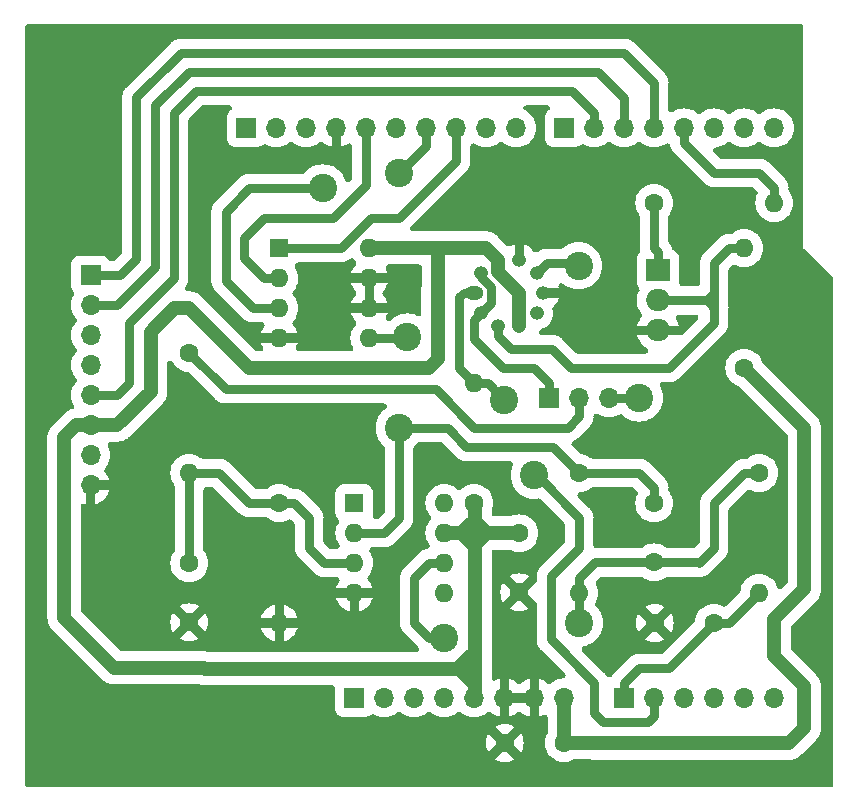
<source format=gbr>
%TF.GenerationSoftware,KiCad,Pcbnew,7.0.9*%
%TF.CreationDate,2023-12-13T07:18:37+01:00*%
%TF.ProjectId,MOSHield,4d4f5348-6965-46c6-942e-6b696361645f,rev?*%
%TF.SameCoordinates,Original*%
%TF.FileFunction,Copper,L2,Bot*%
%TF.FilePolarity,Positive*%
%FSLAX46Y46*%
G04 Gerber Fmt 4.6, Leading zero omitted, Abs format (unit mm)*
G04 Created by KiCad (PCBNEW 7.0.9) date 2023-12-13 07:18:37*
%MOMM*%
%LPD*%
G01*
G04 APERTURE LIST*
%TA.AperFunction,NonConductor*%
%ADD10C,0.150000*%
%TD*%
%TA.AperFunction,ComponentPad*%
%ADD11R,1.700000X1.700000*%
%TD*%
%TA.AperFunction,ComponentPad*%
%ADD12O,1.700000X1.700000*%
%TD*%
%TA.AperFunction,ComponentPad*%
%ADD13C,1.600000*%
%TD*%
%TA.AperFunction,ComponentPad*%
%ADD14O,1.600000X1.600000*%
%TD*%
%TA.AperFunction,ComponentPad*%
%ADD15R,1.600000X1.600000*%
%TD*%
%TA.AperFunction,ComponentPad*%
%ADD16R,2.000000X1.905000*%
%TD*%
%TA.AperFunction,ComponentPad*%
%ADD17O,2.000000X1.905000*%
%TD*%
%TA.AperFunction,ComponentPad*%
%ADD18O,1.600000X1.200000*%
%TD*%
%TA.AperFunction,ComponentPad*%
%ADD19O,1.200000X1.200000*%
%TD*%
%TA.AperFunction,ViaPad*%
%ADD20C,2.400000*%
%TD*%
%TA.AperFunction,Conductor*%
%ADD21C,0.800000*%
%TD*%
%TA.AperFunction,Conductor*%
%ADD22C,1.200000*%
%TD*%
G04 APERTURE END LIST*
D10*
X137592000Y-96444000D02*
X136576000Y-95428000D01*
X136576000Y-94412000D01*
X137592000Y-93396000D01*
X137592000Y-96444000D01*
%TA.AperFunction,NonConductor*%
G36*
X137592000Y-96444000D02*
G01*
X136576000Y-95428000D01*
X136576000Y-94412000D01*
X137592000Y-93396000D01*
X137592000Y-96444000D01*
G37*
%TD.AperFunction*%
X139370000Y-82982000D02*
X139370000Y-83998000D01*
X138608000Y-84760000D01*
X137592000Y-84760000D01*
X136830000Y-83998000D01*
X136830000Y-82982000D01*
X137592000Y-82220000D01*
X138608000Y-82220000D01*
X139370000Y-82982000D01*
%TA.AperFunction,NonConductor*%
G36*
X139370000Y-82982000D02*
G01*
X139370000Y-83998000D01*
X138608000Y-84760000D01*
X137592000Y-84760000D01*
X136830000Y-83998000D01*
X136830000Y-82982000D01*
X137592000Y-82220000D01*
X138608000Y-82220000D01*
X139370000Y-82982000D01*
G37*
%TD.AperFunction*%
D11*
%TO.P,J1,1,Pin_1*%
%TO.N,unconnected-(J1-Pin_1-Pad1)*%
X127940000Y-97460000D03*
D12*
%TO.P,J1,2,Pin_2*%
%TO.N,/IOREF*%
X130480000Y-97460000D03*
%TO.P,J1,3,Pin_3*%
%TO.N,/~{RESET}*%
X133020000Y-97460000D03*
%TO.P,J1,4,Pin_4*%
%TO.N,unconnected-(J1-Pin_4-Pad4)*%
X135560000Y-97460000D03*
%TO.P,J1,5,Pin_5*%
%TO.N,+5V*%
X138100000Y-97460000D03*
%TO.P,J1,6,Pin_6*%
%TO.N,GND*%
X140640000Y-97460000D03*
%TO.P,J1,7,Pin_7*%
X143180000Y-97460000D03*
%TO.P,J1,8,Pin_8*%
%TO.N,VCC*%
X145720000Y-97460000D03*
%TD*%
D11*
%TO.P,J3,1,Pin_1*%
%TO.N,VADC_GAS*%
X150800000Y-97460000D03*
D12*
%TO.P,J3,2,Pin_2*%
%TO.N,VADC_TEMP*%
X153340000Y-97460000D03*
%TO.P,J3,3,Pin_3*%
%TO.N,/A2*%
X155880000Y-97460000D03*
%TO.P,J3,4,Pin_4*%
%TO.N,/A3*%
X158420000Y-97460000D03*
%TO.P,J3,5,Pin_5*%
%TO.N,/SDA{slash}A4*%
X160960000Y-97460000D03*
%TO.P,J3,6,Pin_6*%
%TO.N,/SCL{slash}A5*%
X163500000Y-97460000D03*
%TD*%
D11*
%TO.P,J2,1,Pin_1*%
%TO.N,/SCL{slash}A5*%
X118796000Y-49200000D03*
D12*
%TO.P,J2,2,Pin_2*%
%TO.N,/SDA{slash}A4*%
X121336000Y-49200000D03*
%TO.P,J2,3,Pin_3*%
%TO.N,/AREF*%
X123876000Y-49200000D03*
%TO.P,J2,4,Pin_4*%
%TO.N,GND*%
X126416000Y-49200000D03*
%TO.P,J2,5,Pin_5*%
%TO.N,SCK*%
X128956000Y-49200000D03*
%TO.P,J2,6,Pin_6*%
%TO.N,/12*%
X131496000Y-49200000D03*
%TO.P,J2,7,Pin_7*%
%TO.N,SMOSI*%
X134036000Y-49200000D03*
%TO.P,J2,8,Pin_8*%
%TO.N,CS*%
X136576000Y-49200000D03*
%TO.P,J2,9,Pin_9*%
%TO.N,/\u002A9*%
X139116000Y-49200000D03*
%TO.P,J2,10,Pin_10*%
%TO.N,/8*%
X141656000Y-49200000D03*
%TD*%
D11*
%TO.P,J4,1,Pin_1*%
%TO.N,/7*%
X145720000Y-49200000D03*
D12*
%TO.P,J4,2,Pin_2*%
%TO.N,RST*%
X148260000Y-49200000D03*
%TO.P,J4,3,Pin_3*%
%TO.N,RX*%
X150800000Y-49200000D03*
%TO.P,J4,4,Pin_4*%
%TO.N,TX*%
X153340000Y-49200000D03*
%TO.P,J4,5,Pin_5*%
%TO.N,PWM*%
X155880000Y-49200000D03*
%TO.P,J4,6,Pin_6*%
%TO.N,/2*%
X158420000Y-49200000D03*
%TO.P,J4,7,Pin_7*%
%TO.N,/TX{slash}1*%
X160960000Y-49200000D03*
%TO.P,J4,8,Pin_8*%
%TO.N,/RX{slash}0*%
X163500000Y-49200000D03*
%TD*%
D13*
%TO.P,R8,1*%
%TO.N,VCC*%
X160960000Y-69520000D03*
D14*
%TO.P,R8,2*%
%TO.N,VHEAT*%
X160960000Y-59360000D03*
%TD*%
D13*
%TO.P,C5,1*%
%TO.N,VCC*%
X145680000Y-101270000D03*
%TO.P,C5,2*%
%TO.N,GND*%
X140680000Y-101270000D03*
%TD*%
%TO.P,C2,1*%
%TO.N,VADC_GAS*%
X158380000Y-91110000D03*
%TO.P,C2,2*%
%TO.N,GND*%
X153380000Y-91110000D03*
%TD*%
D15*
%TO.P,U1,1,NC*%
%TO.N,unconnected-(U1-NC-Pad1)*%
X127950000Y-80960000D03*
D14*
%TO.P,U1,2,-*%
%TO.N,R2*%
X127950000Y-83500000D03*
%TO.P,U1,3,+*%
%TO.N,Net-(U1-+)*%
X127950000Y-86040000D03*
%TO.P,U1,4,V-*%
%TO.N,GND*%
X127950000Y-88580000D03*
%TO.P,U1,5,NC*%
%TO.N,unconnected-(U1-NC-Pad5)*%
X135570000Y-88580000D03*
%TO.P,U1,6*%
%TO.N,Net-(C4-Pad2)*%
X135570000Y-86040000D03*
%TO.P,U1,7,V+*%
%TO.N,+5V*%
X135570000Y-83500000D03*
%TO.P,U1,8,NC*%
%TO.N,unconnected-(U1-NC-Pad8)*%
X135570000Y-80960000D03*
%TD*%
D11*
%TO.P,J7,1,Pin_1*%
%TO.N,TX*%
X105613000Y-61661000D03*
D12*
%TO.P,J7,2,Pin_2*%
%TO.N,RX*%
X105613000Y-64201000D03*
%TO.P,J7,3,Pin_3*%
%TO.N,unconnected-(J7-Pin_3-Pad3)*%
X105613000Y-66741000D03*
%TO.P,J7,4,Pin_4*%
%TO.N,unconnected-(J7-Pin_4-Pad4)*%
X105613000Y-69281000D03*
%TO.P,J7,5,Pin_5*%
%TO.N,RST*%
X105613000Y-71821000D03*
%TO.P,J7,6,Pin_6*%
%TO.N,+5V*%
X105613000Y-74361000D03*
%TO.P,J7,7,Pin_7*%
%TO.N,unconnected-(J7-Pin_7-Pad7)*%
X105613000Y-76901000D03*
%TO.P,J7,8,Pin_8*%
%TO.N,GND*%
X105613000Y-79441000D03*
%TD*%
D13*
%TO.P,R1,1*%
%TO.N,Net-(U1-+)*%
X121590000Y-80950000D03*
D14*
%TO.P,R1,2*%
%TO.N,GND*%
X121590000Y-91110000D03*
%TD*%
D13*
%TO.P,R7,1*%
%TO.N,Net-(Q1-G)*%
X153340000Y-55550000D03*
D14*
%TO.P,R7,2*%
%TO.N,PWM*%
X163500000Y-55550000D03*
%TD*%
D13*
%TO.P,C1,1*%
%TO.N,Net-(U1-+)*%
X113970000Y-86070000D03*
%TO.P,C1,2*%
%TO.N,GND*%
X113970000Y-91070000D03*
%TD*%
D16*
%TO.P,Q1,1,G*%
%TO.N,Net-(Q1-G)*%
X153665000Y-61265000D03*
D17*
%TO.P,Q1,2,D*%
%TO.N,VHEAT*%
X153665000Y-63805000D03*
%TO.P,Q1,3,S*%
%TO.N,GND*%
X153665000Y-66345000D03*
%TD*%
D11*
%TO.P,J5,1,Pin_1*%
%TO.N,IGAS1*%
X144450000Y-72060000D03*
D12*
%TO.P,J5,2,Pin_2*%
%TO.N,Net-(J5-Pin_2)*%
X146990000Y-72060000D03*
%TO.P,J5,3,Pin_3*%
%TO.N,IGAS2*%
X149530000Y-72060000D03*
%TD*%
D18*
%TO.P,GS1,1,TempA*%
%TO.N,VADC_TEMP*%
X138087670Y-63170000D03*
D19*
%TO.P,GS1,2,Gas1A*%
%TO.N,IGAS1*%
X138645340Y-64886333D03*
%TO.P,GS1,3,HeatA*%
%TO.N,VHEAT*%
X140105340Y-65947085D03*
%TO.P,GS1,4,Gas1B*%
%TO.N,+5V*%
X141910000Y-65947085D03*
%TO.P,GS1,5,NC*%
%TO.N,unconnected-(GS1-NC-Pad5)*%
X143370000Y-64886333D03*
%TO.P,GS1,6,TempB*%
%TO.N,GND*%
X143927670Y-63170000D03*
%TO.P,GS1,7,Gas2A*%
%TO.N,IGAS2*%
X143370000Y-61453667D03*
%TO.P,GS1,8,HeatB*%
%TO.N,GND*%
X141910000Y-60392915D03*
%TO.P,GS1,9,Gas2B*%
%TO.N,+5V*%
X140105340Y-60392915D03*
%TO.P,GS1,10,NC*%
%TO.N,IGAS1*%
X138645340Y-61453667D03*
%TD*%
D13*
%TO.P,R3,1*%
%TO.N,R2*%
X146990000Y-78410000D03*
D14*
%TO.P,R3,2*%
%TO.N,Net-(C4-Pad2)*%
X146990000Y-88570000D03*
%TD*%
D15*
%TO.P,U2,1,~{CS}*%
%TO.N,CS*%
X121600000Y-59370000D03*
D14*
%TO.P,U2,2,SCK*%
%TO.N,SCK*%
X121600000Y-61910000D03*
%TO.P,U2,3,SI*%
%TO.N,SMOSI*%
X121600000Y-64450000D03*
%TO.P,U2,4,VSS*%
%TO.N,GND*%
X121600000Y-66990000D03*
%TO.P,U2,5,PA0*%
%TO.N,R2*%
X129220000Y-66990000D03*
%TO.P,U2,6,PW0*%
%TO.N,GND*%
X129220000Y-64450000D03*
%TO.P,U2,7,PB0*%
X129220000Y-61910000D03*
%TO.P,U2,8,VDD*%
%TO.N,+5V*%
X129220000Y-59370000D03*
%TD*%
D13*
%TO.P,R6,1*%
%TO.N,Net-(C4-Pad2)*%
X162230000Y-78410000D03*
D14*
%TO.P,R6,2*%
%TO.N,VADC_GAS*%
X162230000Y-88570000D03*
%TD*%
D13*
%TO.P,R5,1*%
%TO.N,Net-(J5-Pin_2)*%
X113970000Y-68250000D03*
D14*
%TO.P,R5,2*%
%TO.N,Net-(U1-+)*%
X113970000Y-78410000D03*
%TD*%
D13*
%TO.P,C4,1*%
%TO.N,R2*%
X153340000Y-80990000D03*
%TO.P,C4,2*%
%TO.N,Net-(C4-Pad2)*%
X153340000Y-85990000D03*
%TD*%
%TO.P,C3,1*%
%TO.N,+5V*%
X141910000Y-83530000D03*
%TO.P,C3,2*%
%TO.N,GND*%
X141910000Y-88530000D03*
%TD*%
%TO.P,R4,1*%
%TO.N,+5V*%
X138100000Y-80950000D03*
D14*
%TO.P,R4,2*%
%TO.N,VADC_TEMP*%
X138100000Y-70790000D03*
%TD*%
D20*
%TO.N,R2*%
X132430500Y-66920500D03*
X131750000Y-74600000D03*
%TO.N,Net-(C4-Pad2)*%
X146990000Y-91110000D03*
X135560000Y-92380000D03*
%TO.N,VADC_TEMP*%
X143180000Y-78599000D03*
X140640000Y-72200500D03*
%TO.N,IGAS2*%
X152070000Y-72060000D03*
X146930980Y-60869798D03*
%TO.N,SMOSI*%
X131750000Y-53010000D03*
X125273353Y-54293853D03*
%TD*%
D21*
%TO.N,GND*%
X126416000Y-49200000D02*
X126416000Y-49559138D01*
D22*
%TO.N,+5V*%
X138160000Y-94920000D02*
X138160000Y-81010000D01*
X103363000Y-90663000D02*
X107620000Y-94920000D01*
X139072425Y-59360000D02*
X129320722Y-59360000D01*
X134290000Y-69520000D02*
X130480000Y-69520000D01*
X140105340Y-61365340D02*
X141910000Y-63170000D01*
X110690000Y-66455584D02*
X110690000Y-71535584D01*
X138160000Y-81010000D02*
X138100000Y-80950000D01*
X115234416Y-94920000D02*
X115294416Y-94980000D01*
X129210000Y-69520000D02*
X119050000Y-69520000D01*
X112705584Y-64440000D02*
X110690000Y-66455584D01*
X141880000Y-83500000D02*
X141910000Y-83530000D01*
X138160000Y-97400000D02*
X138160000Y-94920000D01*
X140105340Y-60392915D02*
X139072425Y-59360000D01*
X135030000Y-62787086D02*
X135030000Y-68780000D01*
X107864584Y-74361000D02*
X105613000Y-74361000D01*
X129320722Y-59360000D02*
X129265361Y-59415361D01*
X119050000Y-69520000D02*
X113970000Y-64440000D01*
X135052000Y-62765086D02*
X135030000Y-62787086D01*
X141910000Y-63170000D02*
X141910000Y-65947085D01*
X130480000Y-69520000D02*
X129210000Y-69520000D01*
X113970000Y-64440000D02*
X112705584Y-64440000D01*
X135570000Y-83500000D02*
X141880000Y-83500000D01*
X140105340Y-60392915D02*
X140105340Y-61365340D01*
X107620000Y-94920000D02*
X115234416Y-94920000D01*
X138100000Y-97460000D02*
X138160000Y-97400000D01*
X103363000Y-75408919D02*
X103363000Y-90663000D01*
X115294416Y-94980000D02*
X138100000Y-94980000D01*
X135052000Y-59360000D02*
X135052000Y-62765086D01*
X104410919Y-74361000D02*
X103363000Y-75408919D01*
X105613000Y-74361000D02*
X104410919Y-74361000D01*
X138100000Y-94980000D02*
X138160000Y-94920000D01*
X129220000Y-69510000D02*
X129210000Y-69520000D01*
X110690000Y-71535584D02*
X107864584Y-74361000D01*
X135030000Y-68780000D02*
X134290000Y-69520000D01*
D21*
%TO.N,Net-(U1-+)*%
X122860000Y-80950000D02*
X124130000Y-82220000D01*
X124130000Y-84760000D02*
X125410000Y-86040000D01*
X119050000Y-80950000D02*
X116510000Y-78410000D01*
X124130000Y-82220000D02*
X124130000Y-84760000D01*
X113970000Y-78410000D02*
X116510000Y-78410000D01*
X113970000Y-86070000D02*
X113970000Y-78410000D01*
X121590000Y-80950000D02*
X119050000Y-80950000D01*
X125410000Y-86040000D02*
X127950000Y-86040000D01*
X121590000Y-80950000D02*
X122860000Y-80950000D01*
%TO.N,VADC_GAS*%
X158380000Y-91110000D02*
X159690000Y-91110000D01*
X159690000Y-91110000D02*
X162230000Y-88570000D01*
X150800000Y-96190000D02*
X152070000Y-94920000D01*
X150800000Y-97460000D02*
X150800000Y-96190000D01*
X154570000Y-94920000D02*
X152070000Y-94920000D01*
X158380000Y-91110000D02*
X154570000Y-94920000D01*
%TO.N,R2*%
X131750000Y-82220000D02*
X130470000Y-83500000D01*
X153340000Y-79680000D02*
X153340000Y-80990000D01*
X137436758Y-76199500D02*
X144779500Y-76199500D01*
X131750000Y-74600000D02*
X131750000Y-82220000D01*
X132361000Y-66990000D02*
X132430500Y-66920500D01*
X131750000Y-74600000D02*
X135837258Y-74600000D01*
X129220000Y-66990000D02*
X132361000Y-66990000D01*
X144779500Y-76199500D02*
X146990000Y-78410000D01*
X130470000Y-83500000D02*
X127950000Y-83500000D01*
X152070000Y-78410000D02*
X153340000Y-79680000D01*
X135837258Y-74600000D02*
X137436758Y-76199500D01*
X146990000Y-78410000D02*
X152070000Y-78410000D01*
%TO.N,Net-(C4-Pad2)*%
X148300000Y-85990000D02*
X153340000Y-85990000D01*
X134300000Y-86040000D02*
X134290000Y-86030000D01*
X133020000Y-91110000D02*
X134290000Y-92380000D01*
X134290000Y-86030000D02*
X133020000Y-87300000D01*
X146990000Y-91110000D02*
X146990000Y-88570000D01*
X146990000Y-88570000D02*
X146990000Y-87300000D01*
X146990000Y-87300000D02*
X148300000Y-85990000D01*
X158420000Y-84760000D02*
X158420000Y-80950000D01*
X160960000Y-78410000D02*
X162230000Y-78410000D01*
X135570000Y-86040000D02*
X134300000Y-86040000D01*
X158420000Y-80950000D02*
X160960000Y-78410000D01*
X157110000Y-85990000D02*
X157150000Y-86030000D01*
X133020000Y-87300000D02*
X133020000Y-91110000D01*
X157150000Y-86030000D02*
X158420000Y-84760000D01*
X134290000Y-92380000D02*
X135560000Y-92380000D01*
X153340000Y-85990000D02*
X157110000Y-85990000D01*
%TO.N,VADC_TEMP*%
X143369000Y-78599000D02*
X146990000Y-82220000D01*
X144590000Y-87160000D02*
X144590000Y-92520000D01*
X136830000Y-63532670D02*
X136830000Y-69520000D01*
X146990000Y-82220000D02*
X146990000Y-84760000D01*
X138087670Y-63170000D02*
X137192670Y-63170000D01*
X148260000Y-96190000D02*
X148260000Y-98730000D01*
X148260000Y-98730000D02*
X149040000Y-99510000D01*
X152850000Y-99510000D02*
X153340000Y-99020000D01*
X143180000Y-78599000D02*
X143369000Y-78599000D01*
X139229500Y-70790000D02*
X140640000Y-72200500D01*
X144590000Y-92520000D02*
X148260000Y-96190000D01*
X136830000Y-69520000D02*
X138100000Y-70790000D01*
X138100000Y-70790000D02*
X139229500Y-70790000D01*
X146990000Y-84760000D02*
X144590000Y-87160000D01*
X153340000Y-99020000D02*
X153340000Y-97460000D01*
X149040000Y-99510000D02*
X152850000Y-99510000D01*
X137192670Y-63170000D02*
X136830000Y-63532670D01*
%TO.N,IGAS1*%
X138645340Y-61453667D02*
X138645340Y-61830614D01*
X138561673Y-64970000D02*
X138100000Y-65431673D01*
X139487670Y-62672944D02*
X139487670Y-64044003D01*
X138100000Y-67053015D02*
X140566985Y-69520000D01*
X144450000Y-70790000D02*
X144450000Y-72060000D01*
X143180000Y-69520000D02*
X144450000Y-70790000D01*
X138645340Y-61830614D02*
X139487670Y-62672944D01*
X138100000Y-65431673D02*
X138100000Y-67053015D01*
X139487670Y-64044003D02*
X138645340Y-64886333D01*
X140566985Y-69520000D02*
X143180000Y-69520000D01*
%TO.N,VHEAT*%
X146264921Y-69507864D02*
X154622136Y-69507864D01*
X158420000Y-65710000D02*
X158420000Y-64440000D01*
X157785000Y-63805000D02*
X158420000Y-64440000D01*
X159690000Y-59360000D02*
X160960000Y-59360000D01*
X157785000Y-63805000D02*
X158420000Y-63170000D01*
X141229727Y-67920000D02*
X144677057Y-67920000D01*
X159690000Y-59360000D02*
X158420000Y-60630000D01*
X140105340Y-65947085D02*
X140105340Y-66795613D01*
X153665000Y-63805000D02*
X157785000Y-63805000D01*
X158420000Y-60630000D02*
X158420000Y-63170000D01*
X154622136Y-69507864D02*
X158420000Y-65710000D01*
X140105340Y-66795613D02*
X141229727Y-67920000D01*
X158420000Y-63170000D02*
X158420000Y-64440000D01*
X144677057Y-67920000D02*
X146264921Y-69507864D01*
%TO.N,IGAS2*%
X144218499Y-60630000D02*
X143478499Y-61370000D01*
X146930980Y-60869798D02*
X146691182Y-60630000D01*
X146691182Y-60630000D02*
X144218499Y-60630000D01*
X152070000Y-72060000D02*
X149530000Y-72060000D01*
D22*
%TO.N,VCC*%
X163500000Y-90824365D02*
X166040000Y-88284365D01*
X166040000Y-96475635D02*
X163500000Y-93935635D01*
X148294416Y-101310000D02*
X148254416Y-101270000D01*
X166040000Y-100000000D02*
X166040000Y-96475635D01*
X163500000Y-93935635D02*
X163500000Y-90824365D01*
X145720000Y-97460000D02*
X145720000Y-101230000D01*
X148254416Y-101270000D02*
X145680000Y-101270000D01*
X164730000Y-101310000D02*
X166040000Y-100000000D01*
X166040000Y-88284365D02*
X166040000Y-74600000D01*
X166040000Y-74600000D02*
X160960000Y-69520000D01*
X148294416Y-101310000D02*
X164730000Y-101310000D01*
X145720000Y-101230000D02*
X145680000Y-101270000D01*
D21*
%TO.N,SCK*%
X128956000Y-49200000D02*
X128956000Y-54004613D01*
X118640000Y-58500000D02*
X118640000Y-60211623D01*
X118640000Y-60211623D02*
X120338377Y-61910000D01*
X120320000Y-56820000D02*
X118640000Y-58500000D01*
X120338377Y-61910000D02*
X121600000Y-61910000D01*
X128956000Y-54004613D02*
X126140613Y-56820000D01*
X126140613Y-56820000D02*
X120320000Y-56820000D01*
%TO.N,SMOSI*%
X117040000Y-56295584D02*
X117040000Y-62135988D01*
X134036000Y-50724000D02*
X131750000Y-53010000D01*
X119354012Y-64450000D02*
X121600000Y-64450000D01*
X125273353Y-54293853D02*
X125259500Y-54280000D01*
X119055584Y-54280000D02*
X117040000Y-56295584D01*
X134036000Y-49200000D02*
X134036000Y-50724000D01*
X125259500Y-54280000D02*
X119055584Y-54280000D01*
X117040000Y-62135988D02*
X119354012Y-64450000D01*
%TO.N,CS*%
X121610000Y-59360000D02*
X121600000Y-59370000D01*
X136576000Y-51994000D02*
X131750000Y-56820000D01*
X131750000Y-56820000D02*
X129315138Y-56820000D01*
X126775138Y-59360000D02*
X121610000Y-59360000D01*
X129315138Y-56820000D02*
X126775138Y-59360000D01*
X136576000Y-49200000D02*
X136576000Y-51994000D01*
%TO.N,RST*%
X107859000Y-71821000D02*
X105613000Y-71821000D01*
X114580000Y-46050000D02*
X112700000Y-47930000D01*
X148260000Y-47930000D02*
X146380000Y-46050000D01*
X112700000Y-61900000D02*
X108890000Y-65710000D01*
X108890000Y-70790000D02*
X107859000Y-71821000D01*
X148260000Y-49200000D02*
X148260000Y-47930000D01*
X146380000Y-46050000D02*
X114580000Y-46050000D01*
X108890000Y-65710000D02*
X108890000Y-70790000D01*
X112700000Y-47930000D02*
X112700000Y-61900000D01*
%TO.N,RX*%
X148590000Y-44450000D02*
X113917258Y-44450000D01*
X107859000Y-64201000D02*
X105613000Y-64201000D01*
X111100000Y-47267258D02*
X111100000Y-60960000D01*
X113917258Y-44450000D02*
X111100000Y-47267258D01*
X150800000Y-46660000D02*
X148590000Y-44450000D01*
X111100000Y-60960000D02*
X107859000Y-64201000D01*
X150800000Y-49200000D02*
X150800000Y-46660000D01*
%TO.N,TX*%
X108136258Y-61661000D02*
X105613000Y-61661000D01*
X153340000Y-49200000D02*
X153340000Y-45390000D01*
X150800000Y-42850000D02*
X113254516Y-42850000D01*
X153340000Y-45390000D02*
X150800000Y-42850000D01*
X113254516Y-42850000D02*
X109500000Y-46604516D01*
X109500000Y-46604516D02*
X109500000Y-60297258D01*
X109500000Y-60297258D02*
X108136258Y-61661000D01*
%TO.N,PWM*%
X158420000Y-53010000D02*
X162230000Y-53010000D01*
X162230000Y-53010000D02*
X163500000Y-54280000D01*
X163500000Y-54280000D02*
X163500000Y-55550000D01*
X155880000Y-50470000D02*
X158420000Y-53010000D01*
X155880000Y-49200000D02*
X155880000Y-50470000D01*
%TO.N,Net-(J5-Pin_2)*%
X134820000Y-71320000D02*
X117040000Y-71320000D01*
X138100000Y-74600000D02*
X134820000Y-71320000D01*
X117040000Y-71320000D02*
X113970000Y-68250000D01*
X146990000Y-73620000D02*
X146010000Y-74600000D01*
X146010000Y-74600000D02*
X138100000Y-74600000D01*
X146990000Y-72060000D02*
X146990000Y-73620000D01*
%TO.N,Net-(Q1-G)*%
X153665000Y-61265000D02*
X153665000Y-59685000D01*
X153665000Y-59685000D02*
X153340000Y-59360000D01*
X153340000Y-59360000D02*
X153340000Y-55550000D01*
%TD*%
%TA.AperFunction,Conductor*%
%TO.N,GND*%
G36*
X117422225Y-47269454D02*
G01*
X117503007Y-47323430D01*
X117556983Y-47404212D01*
X117575937Y-47499500D01*
X117556983Y-47594788D01*
X117503007Y-47675570D01*
X117459414Y-47710334D01*
X117443740Y-47720182D01*
X117316180Y-47847742D01*
X117220214Y-48000470D01*
X117220211Y-48000476D01*
X117220211Y-48000478D01*
X117169435Y-48145589D01*
X117160632Y-48170746D01*
X117160630Y-48170754D01*
X117145500Y-48305031D01*
X117145500Y-50094968D01*
X117160630Y-50229245D01*
X117160631Y-50229251D01*
X117160632Y-50229255D01*
X117220211Y-50399522D01*
X117220212Y-50399523D01*
X117220214Y-50399529D01*
X117316180Y-50552257D01*
X117316182Y-50552259D01*
X117316184Y-50552262D01*
X117443738Y-50679816D01*
X117443740Y-50679817D01*
X117443742Y-50679819D01*
X117596470Y-50775785D01*
X117596473Y-50775786D01*
X117596478Y-50775789D01*
X117766745Y-50835368D01*
X117766754Y-50835369D01*
X117901031Y-50850499D01*
X117901046Y-50850500D01*
X119690954Y-50850500D01*
X119690968Y-50850499D01*
X119801079Y-50838091D01*
X119825255Y-50835368D01*
X119995522Y-50775789D01*
X119995527Y-50775785D01*
X119995529Y-50775785D01*
X120042938Y-50745994D01*
X120148262Y-50679816D01*
X120178055Y-50650022D01*
X120258833Y-50596047D01*
X120354121Y-50577092D01*
X120449409Y-50596045D01*
X120484223Y-50613783D01*
X120584372Y-50675154D01*
X120824390Y-50774573D01*
X121077006Y-50835221D01*
X121141754Y-50840316D01*
X121335994Y-50855604D01*
X121336000Y-50855604D01*
X121336006Y-50855604D01*
X121508662Y-50842015D01*
X121594994Y-50835221D01*
X121847610Y-50774573D01*
X122087628Y-50675154D01*
X122309140Y-50539412D01*
X122444288Y-50423984D01*
X122529054Y-50376512D01*
X122625535Y-50365092D01*
X122719043Y-50391464D01*
X122767710Y-50423983D01*
X122824763Y-50472711D01*
X122902857Y-50539410D01*
X122902859Y-50539411D01*
X122902860Y-50539412D01*
X123124372Y-50675154D01*
X123364390Y-50774573D01*
X123617006Y-50835221D01*
X123681754Y-50840316D01*
X123875994Y-50855604D01*
X123876000Y-50855604D01*
X123876006Y-50855604D01*
X124048662Y-50842015D01*
X124134994Y-50835221D01*
X124387610Y-50774573D01*
X124627628Y-50675154D01*
X124849140Y-50539412D01*
X124984674Y-50423654D01*
X125069439Y-50376184D01*
X125165921Y-50364765D01*
X125259428Y-50391136D01*
X125308098Y-50423657D01*
X125443148Y-50539002D01*
X125664601Y-50674707D01*
X125904544Y-50774095D01*
X126016000Y-50800852D01*
X126016000Y-49502417D01*
X126034239Y-49530798D01*
X126142900Y-49624952D01*
X126273685Y-49684680D01*
X126380237Y-49700000D01*
X126451763Y-49700000D01*
X126558315Y-49684680D01*
X126689100Y-49624952D01*
X126797761Y-49530798D01*
X126816000Y-49502417D01*
X126816000Y-50800852D01*
X126927455Y-50774095D01*
X127167400Y-50674707D01*
X127167406Y-50674703D01*
X127376398Y-50546634D01*
X127467548Y-50513007D01*
X127564628Y-50516821D01*
X127652858Y-50557496D01*
X127718807Y-50628839D01*
X127752434Y-50719989D01*
X127755500Y-50758941D01*
X127755500Y-53404210D01*
X127736546Y-53499498D01*
X127682570Y-53580280D01*
X127563056Y-53699794D01*
X127482274Y-53753770D01*
X127386986Y-53772724D01*
X127291698Y-53753770D01*
X127210916Y-53699794D01*
X127156940Y-53619012D01*
X127153695Y-53610767D01*
X127097720Y-53460692D01*
X126960579Y-53209538D01*
X126789092Y-52980458D01*
X126586748Y-52778114D01*
X126407654Y-52644046D01*
X126357670Y-52606628D01*
X126106511Y-52469484D01*
X125961323Y-52415332D01*
X125838399Y-52369484D01*
X125838400Y-52369484D01*
X125558781Y-52308657D01*
X125273353Y-52288243D01*
X124987924Y-52308657D01*
X124708307Y-52369484D01*
X124440194Y-52469484D01*
X124189035Y-52606628D01*
X124033682Y-52722925D01*
X123959958Y-52778114D01*
X123959957Y-52778115D01*
X123757615Y-52980457D01*
X123751795Y-52987175D01*
X123750814Y-52986325D01*
X123685884Y-53044647D01*
X123594262Y-53076966D01*
X123558832Y-53079500D01*
X119086179Y-53079500D01*
X119080434Y-53079367D01*
X119069081Y-53078842D01*
X118999901Y-53075643D01*
X118924538Y-53086156D01*
X118920072Y-53086779D01*
X118914364Y-53087441D01*
X118834046Y-53094884D01*
X118815509Y-53100159D01*
X118798625Y-53103721D01*
X118779549Y-53106382D01*
X118703108Y-53132001D01*
X118697618Y-53133701D01*
X118620055Y-53155770D01*
X118602806Y-53164359D01*
X118586871Y-53170959D01*
X118568600Y-53177083D01*
X118498154Y-53216321D01*
X118493068Y-53219002D01*
X118420896Y-53254940D01*
X118420890Y-53254944D01*
X118405514Y-53266555D01*
X118391065Y-53275970D01*
X118374234Y-53285345D01*
X118374230Y-53285348D01*
X118312193Y-53336862D01*
X118307686Y-53340432D01*
X118243346Y-53389020D01*
X118243344Y-53389022D01*
X118189029Y-53448602D01*
X118185058Y-53452760D01*
X116212760Y-55425058D01*
X116208602Y-55429029D01*
X116149022Y-55483344D01*
X116149020Y-55483346D01*
X116100432Y-55547686D01*
X116096862Y-55552193D01*
X116045348Y-55614230D01*
X116045345Y-55614234D01*
X116035970Y-55631065D01*
X116026555Y-55645514D01*
X116014944Y-55660890D01*
X116014940Y-55660896D01*
X115979002Y-55733068D01*
X115976321Y-55738154D01*
X115937083Y-55808600D01*
X115930959Y-55826871D01*
X115924359Y-55842806D01*
X115915770Y-55860055D01*
X115893701Y-55937618D01*
X115892001Y-55943108D01*
X115866382Y-56019549D01*
X115863721Y-56038625D01*
X115860159Y-56055509D01*
X115854884Y-56074046D01*
X115847441Y-56154364D01*
X115846779Y-56160076D01*
X115835643Y-56239900D01*
X115839367Y-56320427D01*
X115839500Y-56326178D01*
X115839500Y-62105393D01*
X115839367Y-62111144D01*
X115835643Y-62191670D01*
X115844108Y-62252347D01*
X115845519Y-62262466D01*
X115846779Y-62271493D01*
X115847441Y-62277206D01*
X115854884Y-62357522D01*
X115860158Y-62376058D01*
X115863721Y-62392946D01*
X115866381Y-62412019D01*
X115866383Y-62412026D01*
X115892005Y-62488473D01*
X115893705Y-62493965D01*
X115915770Y-62571516D01*
X115915772Y-62571520D01*
X115924357Y-62588760D01*
X115930962Y-62604705D01*
X115937084Y-62622972D01*
X115937088Y-62622980D01*
X115976326Y-62693426D01*
X115979008Y-62698513D01*
X115986644Y-62713848D01*
X116014942Y-62770677D01*
X116014943Y-62770678D01*
X116014944Y-62770680D01*
X116026551Y-62786050D01*
X116035970Y-62800504D01*
X116045348Y-62817341D01*
X116081205Y-62860522D01*
X116096857Y-62879370D01*
X116100429Y-62883880D01*
X116149016Y-62948221D01*
X116149018Y-62948223D01*
X116149019Y-62948224D01*
X116208617Y-63002554D01*
X116212751Y-63006503D01*
X118483495Y-65277247D01*
X118487466Y-65281406D01*
X118541776Y-65340981D01*
X118553439Y-65349788D01*
X118606121Y-65389572D01*
X118610631Y-65393144D01*
X118664879Y-65438192D01*
X118672659Y-65444652D01*
X118689488Y-65454026D01*
X118703944Y-65463445D01*
X118713949Y-65471000D01*
X118719323Y-65475058D01*
X118777730Y-65504141D01*
X118791500Y-65510998D01*
X118796579Y-65513675D01*
X118867027Y-65552915D01*
X118884199Y-65558670D01*
X118885288Y-65559035D01*
X118901239Y-65565642D01*
X118918484Y-65574229D01*
X118996058Y-65596300D01*
X119001541Y-65597998D01*
X119077979Y-65623618D01*
X119097050Y-65626277D01*
X119113931Y-65629838D01*
X119132476Y-65635115D01*
X119212800Y-65642557D01*
X119218495Y-65643219D01*
X119256101Y-65648464D01*
X119298331Y-65654356D01*
X119298334Y-65654355D01*
X119298336Y-65654356D01*
X119347316Y-65652091D01*
X119378862Y-65650632D01*
X119384607Y-65650500D01*
X120100689Y-65650500D01*
X120195977Y-65669454D01*
X120276759Y-65723430D01*
X120330735Y-65804212D01*
X120349689Y-65899500D01*
X120330735Y-65994788D01*
X120306449Y-66038149D01*
X120306682Y-66038292D01*
X120303056Y-66044207D01*
X120302127Y-66045868D01*
X120301568Y-66046637D01*
X120169980Y-66261371D01*
X120073606Y-66494037D01*
X120073603Y-66494044D01*
X120050567Y-66590000D01*
X121568519Y-66590000D01*
X121474852Y-66604835D01*
X121361955Y-66662359D01*
X121272359Y-66751955D01*
X121214835Y-66864852D01*
X121195014Y-66990000D01*
X121214835Y-67115148D01*
X121272359Y-67228045D01*
X121361955Y-67317641D01*
X121474852Y-67375165D01*
X121568519Y-67390000D01*
X120050567Y-67390000D01*
X120073603Y-67485955D01*
X120073606Y-67485962D01*
X120169979Y-67718627D01*
X120183320Y-67740397D01*
X120216947Y-67831547D01*
X120213133Y-67928627D01*
X120172459Y-68016858D01*
X120101116Y-68082807D01*
X120009966Y-68116434D01*
X119971013Y-68119500D01*
X119733246Y-68119500D01*
X119637958Y-68100546D01*
X119557176Y-68046570D01*
X114994640Y-63484033D01*
X114989215Y-63478251D01*
X114942567Y-63425248D01*
X114942565Y-63425246D01*
X114942564Y-63425245D01*
X114918461Y-63405783D01*
X114861400Y-63359708D01*
X114781626Y-63292450D01*
X114781624Y-63292448D01*
X114781621Y-63292446D01*
X114781617Y-63292443D01*
X114772982Y-63286336D01*
X114773070Y-63286211D01*
X114765930Y-63281274D01*
X114765845Y-63281401D01*
X114757084Y-63275480D01*
X114757083Y-63275479D01*
X114757080Y-63275477D01*
X114665999Y-63224596D01*
X114623299Y-63199538D01*
X114576011Y-63171788D01*
X114566463Y-63167226D01*
X114566529Y-63167087D01*
X114558656Y-63163427D01*
X114558593Y-63163567D01*
X114548952Y-63159209D01*
X114450561Y-63124445D01*
X114448947Y-63123836D01*
X114352963Y-63087614D01*
X114352958Y-63087613D01*
X114352953Y-63087611D01*
X114342787Y-63084732D01*
X114342828Y-63084586D01*
X114334437Y-63082306D01*
X114334399Y-63082453D01*
X114324180Y-63079792D01*
X114324171Y-63079789D01*
X114324161Y-63079787D01*
X114324160Y-63079787D01*
X114221330Y-63062155D01*
X114133786Y-63045224D01*
X114118900Y-63042345D01*
X114118899Y-63042344D01*
X114118894Y-63042344D01*
X114108383Y-63041224D01*
X114108398Y-63041074D01*
X114099755Y-63040246D01*
X114099743Y-63040397D01*
X114089200Y-63039500D01*
X113984890Y-63039500D01*
X113973296Y-63039253D01*
X113880553Y-63037285D01*
X113880552Y-63037285D01*
X113880545Y-63037285D01*
X113869994Y-63037958D01*
X113869984Y-63037805D01*
X113847224Y-63039500D01*
X113844634Y-63039500D01*
X113749346Y-63020546D01*
X113668564Y-62966570D01*
X113614588Y-62885788D01*
X113595634Y-62790500D01*
X113614588Y-62695212D01*
X113653070Y-62631427D01*
X113694653Y-62581353D01*
X113704030Y-62564515D01*
X113713453Y-62550054D01*
X113725058Y-62534689D01*
X113761009Y-62462488D01*
X113763651Y-62457474D01*
X113802915Y-62386985D01*
X113809040Y-62368708D01*
X113815640Y-62352773D01*
X113824229Y-62335528D01*
X113846296Y-62257966D01*
X113847995Y-62252482D01*
X113852970Y-62237641D01*
X113873619Y-62176032D01*
X113876280Y-62156948D01*
X113879840Y-62140072D01*
X113885115Y-62121536D01*
X113892558Y-62041203D01*
X113893211Y-62035573D01*
X113904357Y-61955681D01*
X113900632Y-61875125D01*
X113900500Y-61869383D01*
X113900500Y-48530403D01*
X113919454Y-48435115D01*
X113973430Y-48354333D01*
X115004333Y-47323430D01*
X115085115Y-47269454D01*
X115180403Y-47250500D01*
X117326937Y-47250500D01*
X117422225Y-47269454D01*
G37*
%TD.AperFunction*%
%TA.AperFunction,Conductor*%
G36*
X127847302Y-60247307D02*
G01*
X127914112Y-60306814D01*
X127914810Y-60306219D01*
X127919154Y-60311305D01*
X127919852Y-60311927D01*
X127920943Y-60313399D01*
X127921161Y-60313654D01*
X127921164Y-60313659D01*
X128062098Y-60478671D01*
X128109570Y-60563439D01*
X128120989Y-60659920D01*
X128094618Y-60753428D01*
X128062099Y-60802096D01*
X127921566Y-60966639D01*
X127789980Y-61181371D01*
X127693606Y-61414037D01*
X127693603Y-61414044D01*
X127670567Y-61510000D01*
X129188519Y-61510000D01*
X129094852Y-61524835D01*
X128981955Y-61582359D01*
X128892359Y-61671955D01*
X128834835Y-61784852D01*
X128815014Y-61910000D01*
X128834835Y-62035148D01*
X128892359Y-62148045D01*
X128981955Y-62237641D01*
X129094852Y-62295165D01*
X129188519Y-62310000D01*
X129251481Y-62310000D01*
X129345148Y-62295165D01*
X129458045Y-62237641D01*
X129547641Y-62148045D01*
X129605165Y-62035148D01*
X129624986Y-61910000D01*
X129605165Y-61784852D01*
X129547641Y-61671955D01*
X129458045Y-61582359D01*
X129345148Y-61524835D01*
X129251481Y-61510000D01*
X130769432Y-61510000D01*
X130746396Y-61414044D01*
X130746393Y-61414037D01*
X130650020Y-61181372D01*
X130624424Y-61139603D01*
X130590797Y-61048453D01*
X130594611Y-60951373D01*
X130635285Y-60863142D01*
X130706628Y-60797193D01*
X130797778Y-60763566D01*
X130836731Y-60760500D01*
X133402500Y-60760500D01*
X133497788Y-60779454D01*
X133578570Y-60833430D01*
X133632546Y-60914212D01*
X133651500Y-61009500D01*
X133651500Y-62515285D01*
X133646970Y-62562566D01*
X133632343Y-62638192D01*
X133631224Y-62648702D01*
X133631074Y-62648686D01*
X133630246Y-62657333D01*
X133630397Y-62657346D01*
X133629500Y-62667888D01*
X133629500Y-62772196D01*
X133627285Y-62876530D01*
X133627959Y-62887095D01*
X133627805Y-62887104D01*
X133629500Y-62909864D01*
X133629500Y-64876229D01*
X133610546Y-64971517D01*
X133556570Y-65052299D01*
X133475788Y-65106275D01*
X133380500Y-65125229D01*
X133285212Y-65106275D01*
X133271417Y-65099675D01*
X133263659Y-65096132D01*
X133195548Y-65070728D01*
X132995546Y-64996131D01*
X132995547Y-64996131D01*
X132715928Y-64935304D01*
X132430500Y-64914890D01*
X132145071Y-64935304D01*
X131865454Y-64996131D01*
X131597341Y-65096131D01*
X131346182Y-65233275D01*
X131249893Y-65305357D01*
X131117105Y-65404761D01*
X131117104Y-65404762D01*
X131040503Y-65481363D01*
X130959721Y-65535339D01*
X130864432Y-65554292D01*
X130769144Y-65535337D01*
X130688363Y-65481361D01*
X130634387Y-65400579D01*
X130615434Y-65305290D01*
X130634389Y-65210002D01*
X130645862Y-65187486D01*
X130645580Y-65187343D01*
X130650018Y-65178632D01*
X130746393Y-64945962D01*
X130746396Y-64945955D01*
X130769433Y-64850000D01*
X129251481Y-64850000D01*
X129345148Y-64835165D01*
X129458045Y-64777641D01*
X129547641Y-64688045D01*
X129605165Y-64575148D01*
X129624986Y-64450000D01*
X129605165Y-64324852D01*
X129547641Y-64211955D01*
X129458045Y-64122359D01*
X129345148Y-64064835D01*
X129251481Y-64050000D01*
X129188519Y-64050000D01*
X129094852Y-64064835D01*
X128981955Y-64122359D01*
X128892359Y-64211955D01*
X128834835Y-64324852D01*
X128815014Y-64450000D01*
X128834835Y-64575148D01*
X128892359Y-64688045D01*
X128981955Y-64777641D01*
X129094852Y-64835165D01*
X129188519Y-64850000D01*
X127670567Y-64850000D01*
X127693603Y-64945955D01*
X127693606Y-64945962D01*
X127789980Y-65178628D01*
X127921566Y-65393360D01*
X128062098Y-65557903D01*
X128109569Y-65642671D01*
X128120988Y-65739152D01*
X128094616Y-65832660D01*
X128062098Y-65881326D01*
X127921164Y-66046339D01*
X127921158Y-66046347D01*
X127789537Y-66261135D01*
X127789533Y-66261141D01*
X127693129Y-66493883D01*
X127693126Y-66493891D01*
X127634316Y-66738854D01*
X127614551Y-66989994D01*
X127614551Y-66990005D01*
X127634316Y-67241145D01*
X127693126Y-67486108D01*
X127693129Y-67486116D01*
X127789533Y-67718858D01*
X127802734Y-67740400D01*
X127836360Y-67831551D01*
X127832544Y-67928631D01*
X127791868Y-68016861D01*
X127720525Y-68082809D01*
X127629374Y-68116435D01*
X127590425Y-68119500D01*
X123228987Y-68119500D01*
X123133699Y-68100546D01*
X123052917Y-68046570D01*
X122998941Y-67965788D01*
X122979987Y-67870500D01*
X122998941Y-67775212D01*
X123016680Y-67740397D01*
X123030020Y-67718627D01*
X123126393Y-67485962D01*
X123126396Y-67485955D01*
X123149433Y-67390000D01*
X121631481Y-67390000D01*
X121725148Y-67375165D01*
X121838045Y-67317641D01*
X121927641Y-67228045D01*
X121985165Y-67115148D01*
X122004986Y-66990000D01*
X121985165Y-66864852D01*
X121927641Y-66751955D01*
X121838045Y-66662359D01*
X121725148Y-66604835D01*
X121631481Y-66590000D01*
X123149432Y-66590000D01*
X123126396Y-66494044D01*
X123126393Y-66494037D01*
X123030019Y-66261371D01*
X122898432Y-66046637D01*
X122898429Y-66046633D01*
X122757901Y-65882094D01*
X122710429Y-65797327D01*
X122699011Y-65700845D01*
X122725383Y-65607338D01*
X122757897Y-65558676D01*
X122898836Y-65393659D01*
X122898839Y-65393653D01*
X122898841Y-65393652D01*
X122968935Y-65279268D01*
X123030466Y-65178859D01*
X123126873Y-64946111D01*
X123185683Y-64701148D01*
X123203827Y-64470615D01*
X123205449Y-64450005D01*
X123205449Y-64449994D01*
X123186052Y-64203545D01*
X123185683Y-64198852D01*
X123126873Y-63953889D01*
X123030466Y-63721141D01*
X122972246Y-63626135D01*
X122898841Y-63506347D01*
X122898839Y-63506345D01*
X122898215Y-63505614D01*
X122758226Y-63341708D01*
X122710757Y-63256946D01*
X122699338Y-63160465D01*
X122725709Y-63066957D01*
X122758224Y-63018294D01*
X122898836Y-62853659D01*
X122898839Y-62853653D01*
X122898841Y-62853652D01*
X122973633Y-62731602D01*
X123030466Y-62638859D01*
X123126873Y-62406111D01*
X123149947Y-62310000D01*
X127670567Y-62310000D01*
X127693603Y-62405955D01*
X127693606Y-62405962D01*
X127789980Y-62638628D01*
X127921567Y-62853362D01*
X127921570Y-62853366D01*
X128062426Y-63018289D01*
X128109898Y-63103056D01*
X128121316Y-63199538D01*
X128094944Y-63293045D01*
X128062426Y-63341711D01*
X127921570Y-63506633D01*
X127921567Y-63506637D01*
X127789980Y-63721371D01*
X127693606Y-63954037D01*
X127693603Y-63954044D01*
X127670567Y-64050000D01*
X128819999Y-64050000D01*
X128820000Y-64049999D01*
X129620000Y-64049999D01*
X129620001Y-64050000D01*
X130769432Y-64050000D01*
X130746396Y-63954044D01*
X130746393Y-63954037D01*
X130650019Y-63721371D01*
X130518433Y-63506639D01*
X130377573Y-63341712D01*
X130330102Y-63256944D01*
X130318683Y-63160463D01*
X130345055Y-63066956D01*
X130377573Y-63018288D01*
X130518433Y-62853360D01*
X130650019Y-62638628D01*
X130746393Y-62405962D01*
X130746396Y-62405955D01*
X130769433Y-62310000D01*
X129620001Y-62310000D01*
X129620000Y-62310001D01*
X129620000Y-64049999D01*
X128820000Y-64049999D01*
X128820000Y-62310001D01*
X128819999Y-62310000D01*
X127670567Y-62310000D01*
X123149947Y-62310000D01*
X123185683Y-62161148D01*
X123194426Y-62050060D01*
X123205449Y-61910005D01*
X123205449Y-61909994D01*
X123188548Y-61695253D01*
X123185683Y-61658852D01*
X123126873Y-61413889D01*
X123030466Y-61181141D01*
X122939428Y-61032581D01*
X122905802Y-60941433D01*
X122909616Y-60844353D01*
X122950290Y-60756122D01*
X122975662Y-60726415D01*
X123029816Y-60672262D01*
X123029818Y-60672257D01*
X123038532Y-60661332D01*
X123040315Y-60662754D01*
X123093560Y-60606431D01*
X123182239Y-60566745D01*
X123237657Y-60560500D01*
X126744543Y-60560500D01*
X126750287Y-60560632D01*
X126830819Y-60564356D01*
X126830819Y-60564355D01*
X126830821Y-60564356D01*
X126853114Y-60561245D01*
X126910685Y-60553214D01*
X126916320Y-60552560D01*
X126996674Y-60545115D01*
X127015209Y-60539840D01*
X127032090Y-60536279D01*
X127051171Y-60533618D01*
X127127625Y-60507992D01*
X127133096Y-60506298D01*
X127210666Y-60484229D01*
X127227911Y-60475640D01*
X127243846Y-60469040D01*
X127262123Y-60462915D01*
X127332583Y-60423668D01*
X127337645Y-60420999D01*
X127409827Y-60385058D01*
X127425205Y-60373444D01*
X127439654Y-60364029D01*
X127456491Y-60354652D01*
X127478173Y-60336646D01*
X127518521Y-60303142D01*
X127523032Y-60299569D01*
X127559494Y-60272034D01*
X127571092Y-60263275D01*
X127658553Y-60220978D01*
X127755546Y-60215371D01*
X127847302Y-60247307D01*
G37*
%TD.AperFunction*%
%TA.AperFunction,Conductor*%
G36*
X156920885Y-65024454D02*
G01*
X157001667Y-65078430D01*
X157055643Y-65159212D01*
X157074597Y-65254500D01*
X157055643Y-65349788D01*
X157001667Y-65430570D01*
X157001666Y-65430570D01*
X155739854Y-66692380D01*
X155659073Y-66746356D01*
X155563785Y-66765310D01*
X155468497Y-66746356D01*
X155466468Y-66745000D01*
X154044845Y-66745000D01*
X154070739Y-66723934D01*
X154157928Y-66600415D01*
X154208559Y-66457953D01*
X154218877Y-66307114D01*
X154188116Y-66159085D01*
X154118558Y-66024844D01*
X154043989Y-65945000D01*
X155423095Y-65945000D01*
X155348428Y-65702939D01*
X155234466Y-65466297D01*
X155234459Y-65466284D01*
X155185699Y-65394765D01*
X155147682Y-65305357D01*
X155146774Y-65208207D01*
X155183113Y-65118104D01*
X155251168Y-65048766D01*
X155340576Y-65010749D01*
X155391433Y-65005500D01*
X156825597Y-65005500D01*
X156920885Y-65024454D01*
G37*
%TD.AperFunction*%
%TA.AperFunction,Conductor*%
G36*
X165810788Y-40404454D02*
G01*
X165891570Y-40458430D01*
X165945546Y-40539212D01*
X165964500Y-40634500D01*
X165964500Y-59298565D01*
X165961098Y-59324408D01*
X165964026Y-59357877D01*
X165964500Y-59368731D01*
X165964500Y-59373312D01*
X165965296Y-59377829D01*
X165966712Y-59388589D01*
X165967181Y-59393955D01*
X165971651Y-59403540D01*
X165984363Y-59418689D01*
X166016821Y-59443594D01*
X168431570Y-61858343D01*
X168485546Y-61939125D01*
X168504500Y-62034413D01*
X168504500Y-104755500D01*
X168485546Y-104850788D01*
X168431570Y-104931570D01*
X168350788Y-104985546D01*
X168255500Y-105004500D01*
X100324500Y-105004500D01*
X100229212Y-104985546D01*
X100148430Y-104931570D01*
X100094454Y-104850788D01*
X100075500Y-104755500D01*
X100075500Y-102648457D01*
X139867227Y-102648457D01*
X139951369Y-102700019D01*
X140184037Y-102796393D01*
X140184045Y-102796396D01*
X140428930Y-102855188D01*
X140428937Y-102855189D01*
X140679996Y-102874948D01*
X140680004Y-102874948D01*
X140931062Y-102855189D01*
X140931069Y-102855188D01*
X141175954Y-102796396D01*
X141175962Y-102796393D01*
X141408625Y-102700021D01*
X141492771Y-102648456D01*
X140680000Y-101835685D01*
X139867228Y-102648457D01*
X139867227Y-102648457D01*
X100075500Y-102648457D01*
X100075500Y-101270004D01*
X139075052Y-101270004D01*
X139094810Y-101521062D01*
X139094811Y-101521069D01*
X139153603Y-101765954D01*
X139153606Y-101765962D01*
X139249978Y-101998625D01*
X139301542Y-102082770D01*
X140114313Y-101270000D01*
X140275014Y-101270000D01*
X140294835Y-101395148D01*
X140352359Y-101508045D01*
X140441955Y-101597641D01*
X140554852Y-101655165D01*
X140648519Y-101670000D01*
X140711481Y-101670000D01*
X140805148Y-101655165D01*
X140918045Y-101597641D01*
X141007641Y-101508045D01*
X141065165Y-101395148D01*
X141084986Y-101270000D01*
X141245685Y-101270000D01*
X142058456Y-102082770D01*
X142110021Y-101998625D01*
X142206393Y-101765962D01*
X142206396Y-101765954D01*
X142265188Y-101521069D01*
X142265189Y-101521062D01*
X142284948Y-101270004D01*
X142284948Y-101269995D01*
X142265189Y-101018937D01*
X142265188Y-101018930D01*
X142206396Y-100774045D01*
X142206393Y-100774037D01*
X142110019Y-100541369D01*
X142058457Y-100457228D01*
X141245685Y-101270000D01*
X141084986Y-101270000D01*
X141065165Y-101144852D01*
X141007641Y-101031955D01*
X140918045Y-100942359D01*
X140805148Y-100884835D01*
X140711481Y-100870000D01*
X140648519Y-100870000D01*
X140554852Y-100884835D01*
X140441955Y-100942359D01*
X140352359Y-101031955D01*
X140294835Y-101144852D01*
X140275014Y-101270000D01*
X140114313Y-101270000D01*
X139301541Y-100457228D01*
X139249983Y-100541365D01*
X139153604Y-100774042D01*
X139153603Y-100774045D01*
X139094811Y-101018930D01*
X139094810Y-101018937D01*
X139075052Y-101269995D01*
X139075052Y-101270004D01*
X100075500Y-101270004D01*
X100075500Y-99891541D01*
X139867228Y-99891541D01*
X140680000Y-100704313D01*
X141492770Y-99891542D01*
X141408625Y-99839978D01*
X141175962Y-99743606D01*
X141175954Y-99743603D01*
X140931069Y-99684811D01*
X140931062Y-99684810D01*
X140680004Y-99665052D01*
X140679996Y-99665052D01*
X140428937Y-99684810D01*
X140428930Y-99684811D01*
X140184045Y-99743603D01*
X140184042Y-99743604D01*
X139951365Y-99839983D01*
X139867228Y-99891541D01*
X100075500Y-99891541D01*
X100075500Y-90692836D01*
X101957753Y-90692836D01*
X101968805Y-90796578D01*
X101977653Y-90900538D01*
X101979442Y-90910968D01*
X101979292Y-90910993D01*
X101980852Y-90919543D01*
X101981001Y-90919515D01*
X101983007Y-90929893D01*
X102011437Y-91030289D01*
X102037726Y-91131255D01*
X102041251Y-91141231D01*
X102041107Y-91141281D01*
X102044086Y-91149435D01*
X102044229Y-91149382D01*
X102047960Y-91159268D01*
X102047961Y-91159271D01*
X102047962Y-91159273D01*
X102092957Y-91253436D01*
X102123530Y-91321069D01*
X102135923Y-91348486D01*
X102141082Y-91357721D01*
X102140947Y-91357796D01*
X102145260Y-91365327D01*
X102145393Y-91365250D01*
X102150746Y-91374372D01*
X102150749Y-91374378D01*
X102150752Y-91374382D01*
X102211004Y-91459574D01*
X102216684Y-91467977D01*
X102269421Y-91546003D01*
X102269423Y-91546005D01*
X102269425Y-91546008D01*
X102276070Y-91554238D01*
X102275950Y-91554334D01*
X102281470Y-91561023D01*
X102281588Y-91560925D01*
X102288411Y-91569017D01*
X102362167Y-91642774D01*
X102385806Y-91667438D01*
X102434379Y-91718118D01*
X102434389Y-91718125D01*
X102442320Y-91725106D01*
X102442218Y-91725221D01*
X102459512Y-91740118D01*
X106595358Y-95875965D01*
X106600781Y-95881745D01*
X106620236Y-95903850D01*
X106647436Y-95934755D01*
X106728599Y-96000290D01*
X106807821Y-96067084D01*
X106808379Y-96067554D01*
X106808385Y-96067557D01*
X106817013Y-96073660D01*
X106816923Y-96073785D01*
X106824070Y-96078727D01*
X106824157Y-96078600D01*
X106832914Y-96084518D01*
X106832920Y-96084523D01*
X106924000Y-96135403D01*
X107013991Y-96188213D01*
X107013995Y-96188214D01*
X107023539Y-96192775D01*
X107023472Y-96192914D01*
X107031345Y-96196574D01*
X107031409Y-96196433D01*
X107041035Y-96200783D01*
X107041046Y-96200790D01*
X107139438Y-96235554D01*
X107237037Y-96272386D01*
X107237043Y-96272387D01*
X107247211Y-96275267D01*
X107247168Y-96275415D01*
X107255549Y-96277693D01*
X107255588Y-96277545D01*
X107265822Y-96280209D01*
X107265824Y-96280209D01*
X107265829Y-96280211D01*
X107368695Y-96297848D01*
X107471100Y-96317654D01*
X107481617Y-96318775D01*
X107481600Y-96318927D01*
X107490249Y-96319756D01*
X107490263Y-96319603D01*
X107500798Y-96320500D01*
X107605132Y-96320500D01*
X107709447Y-96322715D01*
X107709461Y-96322712D01*
X107720007Y-96322041D01*
X107720016Y-96322194D01*
X107742776Y-96320500D01*
X114834903Y-96320500D01*
X114902739Y-96329918D01*
X114911445Y-96332383D01*
X114911453Y-96332386D01*
X114911460Y-96332387D01*
X114921627Y-96335266D01*
X114921584Y-96335414D01*
X114929976Y-96337694D01*
X114930015Y-96337547D01*
X114940237Y-96340208D01*
X114940245Y-96340211D01*
X115043085Y-96357844D01*
X115145516Y-96377655D01*
X115145527Y-96377655D01*
X115156033Y-96378775D01*
X115156016Y-96378928D01*
X115164665Y-96379757D01*
X115164679Y-96379603D01*
X115175214Y-96380500D01*
X115175216Y-96380500D01*
X115279526Y-96380500D01*
X115281419Y-96380540D01*
X115383863Y-96382715D01*
X115383870Y-96382714D01*
X115394422Y-96382042D01*
X115394431Y-96382194D01*
X115417192Y-96380500D01*
X126040500Y-96380500D01*
X126135788Y-96399454D01*
X126216570Y-96453430D01*
X126270546Y-96534212D01*
X126289500Y-96629500D01*
X126289500Y-98354968D01*
X126304630Y-98489245D01*
X126304631Y-98489251D01*
X126304632Y-98489255D01*
X126364211Y-98659522D01*
X126364212Y-98659523D01*
X126364214Y-98659529D01*
X126460180Y-98812257D01*
X126460182Y-98812259D01*
X126460184Y-98812262D01*
X126587738Y-98939816D01*
X126587740Y-98939817D01*
X126587742Y-98939819D01*
X126740470Y-99035785D01*
X126740473Y-99035786D01*
X126740478Y-99035789D01*
X126910745Y-99095368D01*
X126910754Y-99095369D01*
X127045031Y-99110499D01*
X127045046Y-99110500D01*
X128834954Y-99110500D01*
X128834968Y-99110499D01*
X128945079Y-99098091D01*
X128969255Y-99095368D01*
X129139522Y-99035789D01*
X129139527Y-99035785D01*
X129139529Y-99035785D01*
X129208809Y-98992253D01*
X129292262Y-98939816D01*
X129322055Y-98910022D01*
X129402833Y-98856047D01*
X129498121Y-98837092D01*
X129593409Y-98856045D01*
X129628223Y-98873783D01*
X129728372Y-98935154D01*
X129968390Y-99034573D01*
X130221006Y-99095221D01*
X130285754Y-99100316D01*
X130479994Y-99115604D01*
X130480000Y-99115604D01*
X130480006Y-99115604D01*
X130652662Y-99102015D01*
X130738994Y-99095221D01*
X130991610Y-99034573D01*
X131231628Y-98935154D01*
X131453140Y-98799412D01*
X131588288Y-98683984D01*
X131673054Y-98636512D01*
X131769535Y-98625092D01*
X131863043Y-98651464D01*
X131911713Y-98683985D01*
X132046857Y-98799410D01*
X132046859Y-98799411D01*
X132046860Y-98799412D01*
X132268372Y-98935154D01*
X132508390Y-99034573D01*
X132761006Y-99095221D01*
X132825754Y-99100316D01*
X133019994Y-99115604D01*
X133020000Y-99115604D01*
X133020006Y-99115604D01*
X133192662Y-99102015D01*
X133278994Y-99095221D01*
X133531610Y-99034573D01*
X133771628Y-98935154D01*
X133993140Y-98799412D01*
X134128288Y-98683984D01*
X134213054Y-98636512D01*
X134309535Y-98625092D01*
X134403043Y-98651464D01*
X134451713Y-98683985D01*
X134586857Y-98799410D01*
X134586859Y-98799411D01*
X134586860Y-98799412D01*
X134808372Y-98935154D01*
X135048390Y-99034573D01*
X135301006Y-99095221D01*
X135365754Y-99100316D01*
X135559994Y-99115604D01*
X135560000Y-99115604D01*
X135560006Y-99115604D01*
X135732662Y-99102015D01*
X135818994Y-99095221D01*
X136071610Y-99034573D01*
X136311628Y-98935154D01*
X136533140Y-98799412D01*
X136668288Y-98683984D01*
X136753054Y-98636512D01*
X136849535Y-98625092D01*
X136943043Y-98651464D01*
X136991713Y-98683985D01*
X137126857Y-98799410D01*
X137126859Y-98799411D01*
X137126860Y-98799412D01*
X137348372Y-98935154D01*
X137588390Y-99034573D01*
X137841006Y-99095221D01*
X137905754Y-99100316D01*
X138099994Y-99115604D01*
X138100000Y-99115604D01*
X138100006Y-99115604D01*
X138272662Y-99102015D01*
X138358994Y-99095221D01*
X138611610Y-99034573D01*
X138851628Y-98935154D01*
X139073140Y-98799412D01*
X139208674Y-98683654D01*
X139293439Y-98636184D01*
X139389921Y-98624765D01*
X139483428Y-98651136D01*
X139532098Y-98683657D01*
X139667148Y-98799002D01*
X139888601Y-98934707D01*
X140128544Y-99034095D01*
X140240000Y-99060852D01*
X141040000Y-99060852D01*
X141151455Y-99034095D01*
X141391398Y-98934707D01*
X141612851Y-98799002D01*
X141748287Y-98683328D01*
X141833054Y-98635855D01*
X141929535Y-98624435D01*
X142023043Y-98650807D01*
X142071713Y-98683328D01*
X142207148Y-98799002D01*
X142428601Y-98934707D01*
X142668544Y-99034095D01*
X142780000Y-99060852D01*
X142780000Y-97860001D01*
X142779999Y-97860000D01*
X141040001Y-97860000D01*
X141040000Y-97860001D01*
X141040000Y-99060852D01*
X140240000Y-99060852D01*
X140240000Y-97762417D01*
X140258239Y-97790798D01*
X140366900Y-97884952D01*
X140497685Y-97944680D01*
X140604237Y-97960000D01*
X140675763Y-97960000D01*
X140782315Y-97944680D01*
X140913100Y-97884952D01*
X141021761Y-97790798D01*
X141099493Y-97669844D01*
X141140000Y-97531889D01*
X141140000Y-97388111D01*
X141099493Y-97250156D01*
X141021761Y-97129202D01*
X140941895Y-97059999D01*
X141040000Y-97059999D01*
X141040001Y-97060000D01*
X142779999Y-97060000D01*
X142780000Y-97059999D01*
X142780000Y-95859146D01*
X142668545Y-95885903D01*
X142668538Y-95885906D01*
X142428601Y-95985291D01*
X142207152Y-96120995D01*
X142071713Y-96236672D01*
X141986945Y-96284144D01*
X141890464Y-96295563D01*
X141796956Y-96269192D01*
X141748287Y-96236672D01*
X141612847Y-96120995D01*
X141391398Y-95985291D01*
X141151461Y-95885906D01*
X141151454Y-95885903D01*
X141040000Y-95859146D01*
X141040000Y-97059999D01*
X140941895Y-97059999D01*
X140913100Y-97035048D01*
X140782315Y-96975320D01*
X140675763Y-96960000D01*
X140604237Y-96960000D01*
X140497685Y-96975320D01*
X140366900Y-97035048D01*
X140258239Y-97129202D01*
X140240000Y-97157582D01*
X140240000Y-95859146D01*
X140128545Y-95885903D01*
X140128538Y-95885906D01*
X139904788Y-95978587D01*
X139809500Y-95997541D01*
X139714212Y-95978587D01*
X139633431Y-95924611D01*
X139579454Y-95843829D01*
X139560500Y-95748541D01*
X139560500Y-94934889D01*
X139560540Y-94932960D01*
X139562715Y-94830553D01*
X139562713Y-94830545D01*
X139562042Y-94819997D01*
X139562193Y-94819987D01*
X139560500Y-94797223D01*
X139560500Y-89908457D01*
X141097227Y-89908457D01*
X141181369Y-89960019D01*
X141414037Y-90056393D01*
X141414045Y-90056396D01*
X141658930Y-90115188D01*
X141658937Y-90115189D01*
X141909996Y-90134948D01*
X141910004Y-90134948D01*
X142161062Y-90115189D01*
X142161069Y-90115188D01*
X142405954Y-90056396D01*
X142405962Y-90056393D01*
X142638625Y-89960021D01*
X142722771Y-89908456D01*
X141910000Y-89095685D01*
X141097228Y-89908457D01*
X141097227Y-89908457D01*
X139560500Y-89908457D01*
X139560500Y-88530004D01*
X140305052Y-88530004D01*
X140324810Y-88781062D01*
X140324811Y-88781069D01*
X140383603Y-89025954D01*
X140383606Y-89025962D01*
X140479978Y-89258625D01*
X140531542Y-89342770D01*
X141344313Y-88530000D01*
X141505014Y-88530000D01*
X141524835Y-88655148D01*
X141582359Y-88768045D01*
X141671955Y-88857641D01*
X141784852Y-88915165D01*
X141878519Y-88930000D01*
X141941481Y-88930000D01*
X142035148Y-88915165D01*
X142148045Y-88857641D01*
X142237641Y-88768045D01*
X142295165Y-88655148D01*
X142314986Y-88530000D01*
X142295165Y-88404852D01*
X142237641Y-88291955D01*
X142148045Y-88202359D01*
X142035148Y-88144835D01*
X141941481Y-88130000D01*
X141878519Y-88130000D01*
X141784852Y-88144835D01*
X141671955Y-88202359D01*
X141582359Y-88291955D01*
X141524835Y-88404852D01*
X141505014Y-88530000D01*
X141344313Y-88530000D01*
X140531541Y-87717228D01*
X140479983Y-87801365D01*
X140383604Y-88034042D01*
X140383603Y-88034045D01*
X140324811Y-88278930D01*
X140324810Y-88278937D01*
X140305052Y-88529995D01*
X140305052Y-88530004D01*
X139560500Y-88530004D01*
X139560500Y-87151541D01*
X141097228Y-87151541D01*
X141910000Y-87964313D01*
X142722770Y-87151542D01*
X142638625Y-87099978D01*
X142405962Y-87003606D01*
X142405954Y-87003603D01*
X142161069Y-86944811D01*
X142161062Y-86944810D01*
X141910004Y-86925052D01*
X141909996Y-86925052D01*
X141658937Y-86944810D01*
X141658930Y-86944811D01*
X141414045Y-87003603D01*
X141414042Y-87003604D01*
X141181365Y-87099983D01*
X141097228Y-87151541D01*
X139560500Y-87151541D01*
X139560500Y-85149500D01*
X139579454Y-85054212D01*
X139633430Y-84973430D01*
X139714212Y-84919454D01*
X139809500Y-84900500D01*
X141013060Y-84900500D01*
X141108348Y-84919454D01*
X141143162Y-84937193D01*
X141181135Y-84960463D01*
X141181141Y-84960466D01*
X141413889Y-85056873D01*
X141658852Y-85115683D01*
X141730608Y-85121330D01*
X141909995Y-85135449D01*
X141910000Y-85135449D01*
X141910005Y-85135449D01*
X142066967Y-85123095D01*
X142161148Y-85115683D01*
X142406111Y-85056873D01*
X142638859Y-84960466D01*
X142760974Y-84885633D01*
X142853652Y-84828841D01*
X142853654Y-84828839D01*
X142853653Y-84828839D01*
X142853659Y-84828836D01*
X143045224Y-84665224D01*
X143208836Y-84473659D01*
X143208839Y-84473653D01*
X143208841Y-84473652D01*
X143293398Y-84335666D01*
X143340466Y-84258859D01*
X143436873Y-84026111D01*
X143495683Y-83781148D01*
X143515449Y-83530000D01*
X143513088Y-83500005D01*
X143495683Y-83278854D01*
X143488481Y-83248852D01*
X143436873Y-83033889D01*
X143340466Y-82801141D01*
X143293877Y-82725115D01*
X143208841Y-82586347D01*
X143208839Y-82586345D01*
X143208836Y-82586341D01*
X143045224Y-82394776D01*
X142853659Y-82231164D01*
X142853657Y-82231163D01*
X142853654Y-82231160D01*
X142853652Y-82231158D01*
X142638864Y-82099537D01*
X142638858Y-82099533D01*
X142406116Y-82003129D01*
X142406108Y-82003126D01*
X142161145Y-81944316D01*
X141910005Y-81924551D01*
X141909995Y-81924551D01*
X141658854Y-81944316D01*
X141413891Y-82003126D01*
X141413883Y-82003129D01*
X141226982Y-82080546D01*
X141131694Y-82099500D01*
X139828784Y-82099500D01*
X139733496Y-82080546D01*
X139652714Y-82026570D01*
X139633430Y-82007286D01*
X139579454Y-81926504D01*
X139560500Y-81831216D01*
X139560500Y-81655878D01*
X139579454Y-81560590D01*
X139588543Y-81538647D01*
X139626873Y-81446111D01*
X139685683Y-81201148D01*
X139698220Y-81041852D01*
X139705449Y-80950005D01*
X139705449Y-80949994D01*
X139688831Y-80738852D01*
X139685683Y-80698852D01*
X139626873Y-80453889D01*
X139530466Y-80221141D01*
X139494831Y-80162990D01*
X139398841Y-80006347D01*
X139398839Y-80006345D01*
X139389732Y-79995682D01*
X139235224Y-79814776D01*
X139043659Y-79651164D01*
X139043657Y-79651163D01*
X139043654Y-79651160D01*
X139043652Y-79651158D01*
X138828864Y-79519537D01*
X138828858Y-79519533D01*
X138596116Y-79423129D01*
X138596108Y-79423126D01*
X138351145Y-79364316D01*
X138100005Y-79344551D01*
X138099995Y-79344551D01*
X137848854Y-79364316D01*
X137603891Y-79423126D01*
X137603883Y-79423129D01*
X137371141Y-79519533D01*
X137371135Y-79519537D01*
X137156347Y-79651158D01*
X137156346Y-79651159D01*
X136990857Y-79792500D01*
X136906089Y-79839971D01*
X136809608Y-79851390D01*
X136716100Y-79825018D01*
X136667434Y-79792500D01*
X136513659Y-79661164D01*
X136513657Y-79661163D01*
X136513654Y-79661160D01*
X136513652Y-79661158D01*
X136298864Y-79529537D01*
X136298858Y-79529533D01*
X136066116Y-79433129D01*
X136066108Y-79433126D01*
X135821145Y-79374316D01*
X135570005Y-79354551D01*
X135569995Y-79354551D01*
X135318854Y-79374316D01*
X135073891Y-79433126D01*
X135073883Y-79433129D01*
X134841141Y-79529533D01*
X134841135Y-79529537D01*
X134626347Y-79661158D01*
X134626345Y-79661160D01*
X134434779Y-79824773D01*
X134434773Y-79824779D01*
X134271160Y-80016345D01*
X134271158Y-80016347D01*
X134139537Y-80231135D01*
X134139533Y-80231141D01*
X134043129Y-80463883D01*
X134043126Y-80463891D01*
X133984316Y-80708854D01*
X133964551Y-80959994D01*
X133964551Y-80960005D01*
X133984316Y-81211145D01*
X134043126Y-81456108D01*
X134043129Y-81456116D01*
X134139533Y-81688858D01*
X134139537Y-81688864D01*
X134271158Y-81903652D01*
X134271160Y-81903654D01*
X134271163Y-81903657D01*
X134271164Y-81903659D01*
X134403863Y-82059030D01*
X134411770Y-82068287D01*
X134459242Y-82153055D01*
X134470661Y-82249536D01*
X134444290Y-82343044D01*
X134411771Y-82391710D01*
X134387216Y-82420462D01*
X134271160Y-82556345D01*
X134271158Y-82556347D01*
X134139537Y-82771135D01*
X134139533Y-82771141D01*
X134043129Y-83003883D01*
X134043126Y-83003891D01*
X133984316Y-83248854D01*
X133964551Y-83499994D01*
X133964551Y-83500005D01*
X133984316Y-83751145D01*
X134043126Y-83996108D01*
X134043129Y-83996116D01*
X134139533Y-84228858D01*
X134139537Y-84228864D01*
X134271153Y-84443643D01*
X134271158Y-84443650D01*
X134271164Y-84443659D01*
X134271168Y-84443663D01*
X134272855Y-84445985D01*
X134273665Y-84447742D01*
X134276275Y-84452001D01*
X134275771Y-84452309D01*
X134313535Y-84534213D01*
X134317356Y-84631293D01*
X134283735Y-84722445D01*
X134217791Y-84793793D01*
X134129563Y-84834473D01*
X134128426Y-84834744D01*
X134074773Y-84847362D01*
X134063468Y-84849475D01*
X134013968Y-84856381D01*
X134013961Y-84856383D01*
X133966573Y-84872266D01*
X133955510Y-84875413D01*
X133906861Y-84886855D01*
X133894587Y-84892274D01*
X133861121Y-84907050D01*
X133850418Y-84911196D01*
X133827637Y-84918832D01*
X133803019Y-84927083D01*
X133803016Y-84927084D01*
X133803015Y-84927085D01*
X133759345Y-84951408D01*
X133749058Y-84956530D01*
X133703328Y-84976723D01*
X133662094Y-85004969D01*
X133652315Y-85011024D01*
X133608650Y-85035346D01*
X133608646Y-85035348D01*
X133570188Y-85067282D01*
X133561012Y-85074210D01*
X133519778Y-85102458D01*
X133480364Y-85141873D01*
X132192760Y-86429474D01*
X132188602Y-86433445D01*
X132129022Y-86487760D01*
X132129020Y-86487762D01*
X132080432Y-86552102D01*
X132076862Y-86556609D01*
X132025348Y-86618646D01*
X132025345Y-86618650D01*
X132015970Y-86635481D01*
X132006555Y-86649930D01*
X131994944Y-86665306D01*
X131994940Y-86665312D01*
X131959002Y-86737484D01*
X131956321Y-86742570D01*
X131917083Y-86813016D01*
X131910959Y-86831287D01*
X131904359Y-86847222D01*
X131895770Y-86864471D01*
X131873701Y-86942034D01*
X131872001Y-86947524D01*
X131846382Y-87023965D01*
X131843721Y-87043041D01*
X131840159Y-87059925D01*
X131834884Y-87078462D01*
X131827441Y-87158780D01*
X131826779Y-87164492D01*
X131815643Y-87244316D01*
X131819367Y-87324843D01*
X131819500Y-87330594D01*
X131819500Y-91079405D01*
X131819367Y-91085156D01*
X131815643Y-91165682D01*
X131826779Y-91245505D01*
X131827441Y-91251218D01*
X131834884Y-91331534D01*
X131840158Y-91350070D01*
X131843721Y-91366958D01*
X131846381Y-91386031D01*
X131846383Y-91386038D01*
X131872005Y-91462485D01*
X131873705Y-91467977D01*
X131895770Y-91545528D01*
X131895772Y-91545532D01*
X131904357Y-91562772D01*
X131910962Y-91578717D01*
X131917084Y-91596984D01*
X131917088Y-91596992D01*
X131956326Y-91667438D01*
X131959008Y-91672525D01*
X131960582Y-91675685D01*
X131994942Y-91744689D01*
X131994943Y-91744690D01*
X131994944Y-91744692D01*
X132006551Y-91760062D01*
X132015970Y-91774516D01*
X132025348Y-91791353D01*
X132076857Y-91853382D01*
X132080429Y-91857892D01*
X132129016Y-91922233D01*
X132129018Y-91922235D01*
X132129019Y-91922236D01*
X132188617Y-91976566D01*
X132192751Y-91980515D01*
X133366667Y-93154430D01*
X133420643Y-93235212D01*
X133439597Y-93330500D01*
X133420643Y-93425788D01*
X133366667Y-93506570D01*
X133285885Y-93560546D01*
X133190597Y-93579500D01*
X115693928Y-93579500D01*
X115626082Y-93570079D01*
X115617383Y-93567615D01*
X115617379Y-93567614D01*
X115617374Y-93567613D01*
X115607204Y-93564733D01*
X115607245Y-93564587D01*
X115598853Y-93562306D01*
X115598815Y-93562453D01*
X115588596Y-93559792D01*
X115588587Y-93559789D01*
X115588577Y-93559787D01*
X115588576Y-93559787D01*
X115485746Y-93542155D01*
X115383316Y-93522345D01*
X115383315Y-93522344D01*
X115383310Y-93522344D01*
X115372799Y-93521224D01*
X115372814Y-93521074D01*
X115364171Y-93520246D01*
X115364159Y-93520397D01*
X115353616Y-93519500D01*
X115249306Y-93519500D01*
X115237712Y-93519253D01*
X115144969Y-93517285D01*
X115144968Y-93517285D01*
X115144961Y-93517285D01*
X115134410Y-93517958D01*
X115134400Y-93517805D01*
X115111640Y-93519500D01*
X108303246Y-93519500D01*
X108207958Y-93500546D01*
X108127176Y-93446570D01*
X107129063Y-92448457D01*
X113157227Y-92448457D01*
X113241369Y-92500019D01*
X113474037Y-92596393D01*
X113474045Y-92596396D01*
X113718930Y-92655188D01*
X113718937Y-92655189D01*
X113969996Y-92674948D01*
X113970004Y-92674948D01*
X114221062Y-92655189D01*
X114221069Y-92655188D01*
X114465954Y-92596396D01*
X114465962Y-92596393D01*
X114698625Y-92500021D01*
X114782771Y-92448456D01*
X113970000Y-91635685D01*
X113157228Y-92448457D01*
X113157227Y-92448457D01*
X107129063Y-92448457D01*
X105750610Y-91070004D01*
X112365052Y-91070004D01*
X112384810Y-91321062D01*
X112384811Y-91321069D01*
X112443603Y-91565954D01*
X112443606Y-91565962D01*
X112539978Y-91798625D01*
X112591542Y-91882770D01*
X113404313Y-91070000D01*
X113565014Y-91070000D01*
X113584835Y-91195148D01*
X113642359Y-91308045D01*
X113731955Y-91397641D01*
X113844852Y-91455165D01*
X113938519Y-91470000D01*
X114001481Y-91470000D01*
X114095148Y-91455165D01*
X114208045Y-91397641D01*
X114297641Y-91308045D01*
X114355165Y-91195148D01*
X114374986Y-91070000D01*
X114535685Y-91070000D01*
X115348456Y-91882770D01*
X115400021Y-91798625D01*
X115496393Y-91565962D01*
X115496396Y-91565954D01*
X115509829Y-91510000D01*
X120040567Y-91510000D01*
X120063603Y-91605955D01*
X120063606Y-91605962D01*
X120159980Y-91838628D01*
X120291566Y-92053360D01*
X120455127Y-92244867D01*
X120455132Y-92244872D01*
X120646639Y-92408433D01*
X120861370Y-92540019D01*
X121094044Y-92636396D01*
X121190000Y-92659431D01*
X121990000Y-92659431D01*
X122085955Y-92636396D01*
X122318629Y-92540019D01*
X122533360Y-92408433D01*
X122724867Y-92244872D01*
X122724872Y-92244867D01*
X122888433Y-92053360D01*
X123020019Y-91838628D01*
X123116393Y-91605962D01*
X123116396Y-91605955D01*
X123139433Y-91510000D01*
X121990001Y-91510000D01*
X121990000Y-91510001D01*
X121990000Y-92659431D01*
X121190000Y-92659431D01*
X121190000Y-91510001D01*
X121189999Y-91510000D01*
X120040567Y-91510000D01*
X115509829Y-91510000D01*
X115555188Y-91321069D01*
X115555189Y-91321062D01*
X115571800Y-91110000D01*
X121185014Y-91110000D01*
X121204835Y-91235148D01*
X121262359Y-91348045D01*
X121351955Y-91437641D01*
X121464852Y-91495165D01*
X121558519Y-91510000D01*
X121621481Y-91510000D01*
X121715148Y-91495165D01*
X121828045Y-91437641D01*
X121917641Y-91348045D01*
X121975165Y-91235148D01*
X121994986Y-91110000D01*
X121975165Y-90984852D01*
X121917641Y-90871955D01*
X121828045Y-90782359D01*
X121715148Y-90724835D01*
X121621481Y-90710000D01*
X121558519Y-90710000D01*
X121464852Y-90724835D01*
X121351955Y-90782359D01*
X121262359Y-90871955D01*
X121204835Y-90984852D01*
X121185014Y-91110000D01*
X115571800Y-91110000D01*
X115574948Y-91070004D01*
X115574948Y-91069995D01*
X115555189Y-90818937D01*
X115555188Y-90818930D01*
X115529036Y-90710000D01*
X120040567Y-90710000D01*
X121189999Y-90710000D01*
X121190000Y-90709999D01*
X121190000Y-89560567D01*
X121990000Y-89560567D01*
X121990000Y-90709999D01*
X121990001Y-90710000D01*
X123139432Y-90710000D01*
X123116396Y-90614044D01*
X123116393Y-90614037D01*
X123020019Y-90381371D01*
X122888433Y-90166639D01*
X122724872Y-89975132D01*
X122724867Y-89975127D01*
X122533360Y-89811566D01*
X122318628Y-89679980D01*
X122085962Y-89583606D01*
X122085955Y-89583603D01*
X121990000Y-89560567D01*
X121190000Y-89560567D01*
X121094044Y-89583603D01*
X121094037Y-89583606D01*
X120861371Y-89679980D01*
X120646639Y-89811566D01*
X120455132Y-89975127D01*
X120455127Y-89975132D01*
X120291566Y-90166639D01*
X120159980Y-90381371D01*
X120063606Y-90614037D01*
X120063603Y-90614044D01*
X120040567Y-90710000D01*
X115529036Y-90710000D01*
X115496396Y-90574045D01*
X115496393Y-90574037D01*
X115400019Y-90341369D01*
X115348457Y-90257228D01*
X114535685Y-91070000D01*
X114374986Y-91070000D01*
X114355165Y-90944852D01*
X114297641Y-90831955D01*
X114208045Y-90742359D01*
X114095148Y-90684835D01*
X114001481Y-90670000D01*
X113938519Y-90670000D01*
X113844852Y-90684835D01*
X113731955Y-90742359D01*
X113642359Y-90831955D01*
X113584835Y-90944852D01*
X113565014Y-91070000D01*
X113404313Y-91070000D01*
X112591541Y-90257228D01*
X112539983Y-90341365D01*
X112443604Y-90574042D01*
X112443603Y-90574045D01*
X112384811Y-90818930D01*
X112384810Y-90818937D01*
X112365052Y-91069995D01*
X112365052Y-91070004D01*
X105750610Y-91070004D01*
X104836430Y-90155824D01*
X104782454Y-90075042D01*
X104763500Y-89979754D01*
X104763500Y-89691541D01*
X113157228Y-89691541D01*
X113970000Y-90504313D01*
X114782770Y-89691542D01*
X114698625Y-89639978D01*
X114465962Y-89543606D01*
X114465954Y-89543603D01*
X114221069Y-89484811D01*
X114221062Y-89484810D01*
X113970004Y-89465052D01*
X113969996Y-89465052D01*
X113718937Y-89484810D01*
X113718930Y-89484811D01*
X113474045Y-89543603D01*
X113474042Y-89543604D01*
X113241365Y-89639983D01*
X113157228Y-89691541D01*
X104763500Y-89691541D01*
X104763500Y-88980000D01*
X126400567Y-88980000D01*
X126423603Y-89075955D01*
X126423606Y-89075962D01*
X126519980Y-89308628D01*
X126651566Y-89523360D01*
X126815127Y-89714867D01*
X126815132Y-89714872D01*
X127006639Y-89878433D01*
X127221370Y-90010019D01*
X127454044Y-90106396D01*
X127550000Y-90129431D01*
X128350000Y-90129431D01*
X128445955Y-90106396D01*
X128678629Y-90010019D01*
X128893360Y-89878433D01*
X129084867Y-89714872D01*
X129084872Y-89714867D01*
X129248433Y-89523360D01*
X129380019Y-89308628D01*
X129476393Y-89075962D01*
X129476396Y-89075955D01*
X129499433Y-88980000D01*
X128350001Y-88980000D01*
X128350000Y-88980001D01*
X128350000Y-90129431D01*
X127550000Y-90129431D01*
X127550000Y-88980001D01*
X127549999Y-88980000D01*
X126400567Y-88980000D01*
X104763500Y-88980000D01*
X104763500Y-81247727D01*
X104782454Y-81152439D01*
X104836430Y-81071657D01*
X104917212Y-81017681D01*
X105012500Y-80998727D01*
X105091476Y-81014436D01*
X105092244Y-81012074D01*
X105101540Y-81015094D01*
X105213000Y-81041852D01*
X106013000Y-81041852D01*
X106124455Y-81015095D01*
X106364398Y-80915707D01*
X106585851Y-80780002D01*
X106783323Y-80611343D01*
X106783343Y-80611323D01*
X106952002Y-80413851D01*
X107087708Y-80192398D01*
X107187093Y-79952461D01*
X107187096Y-79952454D01*
X107213854Y-79841000D01*
X106013001Y-79841000D01*
X106013000Y-79841001D01*
X106013000Y-81041852D01*
X105213000Y-81041852D01*
X105213000Y-79743417D01*
X105231239Y-79771798D01*
X105339900Y-79865952D01*
X105470685Y-79925680D01*
X105577237Y-79941000D01*
X105648763Y-79941000D01*
X105755315Y-79925680D01*
X105886100Y-79865952D01*
X105994761Y-79771798D01*
X106072493Y-79650844D01*
X106113000Y-79512889D01*
X106113000Y-79369111D01*
X106072493Y-79231156D01*
X105994761Y-79110202D01*
X105914897Y-79041000D01*
X107213853Y-79041000D01*
X107187096Y-78929545D01*
X107187093Y-78929538D01*
X107087708Y-78689601D01*
X106952002Y-78468148D01*
X106836657Y-78333098D01*
X106789184Y-78248331D01*
X106777765Y-78151850D01*
X106804136Y-78058342D01*
X106836653Y-78009675D01*
X106952412Y-77874140D01*
X107088154Y-77652628D01*
X107187573Y-77412610D01*
X107248221Y-77159994D01*
X107258548Y-77028779D01*
X107268604Y-76901005D01*
X107268604Y-76900994D01*
X107248221Y-76642008D01*
X107187573Y-76389391D01*
X107187572Y-76389388D01*
X107088154Y-76149372D01*
X107082777Y-76140597D01*
X107049152Y-76049450D01*
X107052968Y-75952370D01*
X107093643Y-75864139D01*
X107164987Y-75798191D01*
X107256137Y-75764565D01*
X107295087Y-75761500D01*
X107816012Y-75761500D01*
X107823914Y-75761751D01*
X107894418Y-75766247D01*
X107989050Y-75756164D01*
X107998162Y-75755194D01*
X108102115Y-75746347D01*
X108102116Y-75746346D01*
X108102125Y-75746346D01*
X108102133Y-75746343D01*
X108112546Y-75744558D01*
X108112572Y-75744712D01*
X108121114Y-75743153D01*
X108121085Y-75743001D01*
X108131465Y-75740993D01*
X108131477Y-75740992D01*
X108231874Y-75712562D01*
X108332833Y-75686275D01*
X108332835Y-75686273D01*
X108342813Y-75682749D01*
X108342864Y-75682895D01*
X108351009Y-75679919D01*
X108350955Y-75679775D01*
X108360854Y-75676039D01*
X108360854Y-75676038D01*
X108360857Y-75676038D01*
X108455020Y-75631042D01*
X108550070Y-75588077D01*
X108550084Y-75588067D01*
X108559307Y-75582916D01*
X108559383Y-75583052D01*
X108566918Y-75578737D01*
X108566839Y-75578603D01*
X108575940Y-75573261D01*
X108575962Y-75573251D01*
X108634715Y-75531697D01*
X108661158Y-75512995D01*
X108747577Y-75454586D01*
X108747578Y-75454584D01*
X108747587Y-75454579D01*
X108747594Y-75454572D01*
X108755814Y-75447935D01*
X108755911Y-75448055D01*
X108762607Y-75442530D01*
X108762508Y-75442412D01*
X108770588Y-75435597D01*
X108770600Y-75435590D01*
X108819771Y-75386417D01*
X108844359Y-75361831D01*
X108919698Y-75289625D01*
X108926693Y-75281678D01*
X108926808Y-75281779D01*
X108941700Y-75264488D01*
X111645956Y-72560233D01*
X111651739Y-72554807D01*
X111704755Y-72508148D01*
X111745226Y-72458023D01*
X111770289Y-72426986D01*
X111837553Y-72347207D01*
X111843665Y-72338565D01*
X111843792Y-72338655D01*
X111848722Y-72331524D01*
X111848593Y-72331437D01*
X111854514Y-72322674D01*
X111854523Y-72322664D01*
X111905400Y-72231590D01*
X111958213Y-72141593D01*
X111958216Y-72141583D01*
X111962774Y-72132047D01*
X111962913Y-72132113D01*
X111966576Y-72124234D01*
X111966435Y-72124171D01*
X111970792Y-72114533D01*
X112005549Y-72016159D01*
X112042387Y-71918545D01*
X112045268Y-71908373D01*
X112045415Y-71908414D01*
X112047694Y-71900027D01*
X112047546Y-71899989D01*
X112050208Y-71889762D01*
X112050211Y-71889755D01*
X112067842Y-71786925D01*
X112087655Y-71684483D01*
X112087655Y-71684472D01*
X112088775Y-71673965D01*
X112088929Y-71673981D01*
X112089756Y-71665341D01*
X112089602Y-71665328D01*
X112090500Y-71654779D01*
X112090500Y-71550498D01*
X112091679Y-71494954D01*
X112092716Y-71446137D01*
X112092715Y-71446129D01*
X112092043Y-71435579D01*
X112092194Y-71435569D01*
X112090500Y-71412801D01*
X112090500Y-69128989D01*
X112109454Y-69033701D01*
X112163430Y-68952919D01*
X112244212Y-68898943D01*
X112339500Y-68879989D01*
X112434788Y-68898943D01*
X112515570Y-68952919D01*
X112551804Y-68998882D01*
X112671164Y-69193659D01*
X112834776Y-69385224D01*
X113026341Y-69548836D01*
X113026345Y-69548839D01*
X113026347Y-69548841D01*
X113198971Y-69654624D01*
X113241141Y-69680466D01*
X113473889Y-69776873D01*
X113718852Y-69835683D01*
X113778221Y-69840355D01*
X113871725Y-69866725D01*
X113934754Y-69912517D01*
X116169483Y-72147247D01*
X116173454Y-72151406D01*
X116227764Y-72210981D01*
X116292110Y-72259572D01*
X116296597Y-72263127D01*
X116358647Y-72314653D01*
X116375487Y-72324032D01*
X116389936Y-72333447D01*
X116405311Y-72345058D01*
X116477485Y-72380996D01*
X116482564Y-72383674D01*
X116553015Y-72422915D01*
X116571287Y-72429038D01*
X116587222Y-72435639D01*
X116604472Y-72444229D01*
X116659807Y-72459973D01*
X116682032Y-72466297D01*
X116687500Y-72467989D01*
X116763968Y-72493619D01*
X116783045Y-72496280D01*
X116799935Y-72499843D01*
X116818464Y-72505115D01*
X116898790Y-72512557D01*
X116904435Y-72513213D01*
X116984319Y-72524357D01*
X117064873Y-72520632D01*
X117070616Y-72520500D01*
X130441577Y-72520500D01*
X130536865Y-72539454D01*
X130617647Y-72593430D01*
X130671623Y-72674212D01*
X130690577Y-72769500D01*
X130671623Y-72864788D01*
X130617647Y-72945570D01*
X130590802Y-72968830D01*
X130436605Y-73084261D01*
X130234261Y-73286605D01*
X130204344Y-73326570D01*
X130062775Y-73515682D01*
X129925631Y-73766841D01*
X129825631Y-74034954D01*
X129767680Y-74301353D01*
X129764804Y-74314572D01*
X129744390Y-74600000D01*
X129764804Y-74885428D01*
X129797588Y-75036136D01*
X129825631Y-75165045D01*
X129925631Y-75433158D01*
X130062775Y-75684317D01*
X130107871Y-75744558D01*
X130234261Y-75913395D01*
X130436605Y-76115739D01*
X130449722Y-76125558D01*
X130514644Y-76197834D01*
X130546966Y-76289455D01*
X130549500Y-76324891D01*
X130549500Y-81619597D01*
X130530546Y-81714885D01*
X130476570Y-81795667D01*
X130045667Y-82226570D01*
X129964885Y-82280546D01*
X129869597Y-82299500D01*
X129760245Y-82299500D01*
X129664957Y-82280546D01*
X129584175Y-82226570D01*
X129530199Y-82145788D01*
X129511245Y-82050500D01*
X129525217Y-81968263D01*
X129535368Y-81939255D01*
X129539379Y-81903654D01*
X129550499Y-81804968D01*
X129550500Y-81804953D01*
X129550500Y-80115046D01*
X129550499Y-80115031D01*
X129535369Y-79980754D01*
X129535368Y-79980745D01*
X129475789Y-79810478D01*
X129475786Y-79810473D01*
X129475785Y-79810470D01*
X129379819Y-79657742D01*
X129379817Y-79657740D01*
X129379816Y-79657738D01*
X129252262Y-79530184D01*
X129252259Y-79530182D01*
X129252257Y-79530180D01*
X129099529Y-79434214D01*
X129099524Y-79434212D01*
X129099522Y-79434211D01*
X128929255Y-79374632D01*
X128929251Y-79374631D01*
X128929245Y-79374630D01*
X128794968Y-79359500D01*
X128794954Y-79359500D01*
X127105046Y-79359500D01*
X127105031Y-79359500D01*
X126970754Y-79374630D01*
X126970746Y-79374631D01*
X126970745Y-79374632D01*
X126800478Y-79434211D01*
X126800476Y-79434211D01*
X126800476Y-79434212D01*
X126800470Y-79434214D01*
X126647742Y-79530180D01*
X126520180Y-79657742D01*
X126424214Y-79810470D01*
X126424211Y-79810476D01*
X126424211Y-79810478D01*
X126374532Y-79952454D01*
X126364632Y-79980746D01*
X126364630Y-79980754D01*
X126349500Y-80115031D01*
X126349500Y-81804968D01*
X126364630Y-81939245D01*
X126364631Y-81939251D01*
X126364632Y-81939255D01*
X126424211Y-82109522D01*
X126424212Y-82109523D01*
X126424214Y-82109529D01*
X126520180Y-82262257D01*
X126520182Y-82262259D01*
X126520184Y-82262262D01*
X126574335Y-82316413D01*
X126628309Y-82397192D01*
X126647263Y-82492480D01*
X126628309Y-82587768D01*
X126610571Y-82622582D01*
X126519533Y-82771143D01*
X126423129Y-83003883D01*
X126423126Y-83003891D01*
X126364316Y-83248854D01*
X126344551Y-83499994D01*
X126344551Y-83500005D01*
X126364316Y-83751145D01*
X126423126Y-83996108D01*
X126423129Y-83996116D01*
X126519533Y-84228858D01*
X126519537Y-84228864D01*
X126651157Y-84443650D01*
X126651512Y-84444138D01*
X126651680Y-84444503D01*
X126656275Y-84452001D01*
X126655387Y-84452544D01*
X126692188Y-84532368D01*
X126696004Y-84629448D01*
X126662379Y-84720598D01*
X126596431Y-84791943D01*
X126508201Y-84832619D01*
X126450069Y-84839500D01*
X126010403Y-84839500D01*
X125915115Y-84820546D01*
X125834333Y-84766570D01*
X125403430Y-84335667D01*
X125349454Y-84254885D01*
X125330500Y-84159597D01*
X125330500Y-82250594D01*
X125330633Y-82244843D01*
X125331266Y-82231164D01*
X125334356Y-82164319D01*
X125325319Y-82099537D01*
X125323219Y-82084483D01*
X125322557Y-82078788D01*
X125315115Y-81998464D01*
X125309838Y-81979919D01*
X125306277Y-81963034D01*
X125303713Y-81944652D01*
X125303618Y-81943967D01*
X125277998Y-81867529D01*
X125276297Y-81862035D01*
X125254229Y-81784472D01*
X125245642Y-81767227D01*
X125239035Y-81751276D01*
X125232915Y-81733015D01*
X125193675Y-81662567D01*
X125190998Y-81657488D01*
X125165534Y-81606350D01*
X125155058Y-81585311D01*
X125152056Y-81581336D01*
X125143445Y-81569932D01*
X125134023Y-81555472D01*
X125124651Y-81538646D01*
X125124649Y-81538643D01*
X125073144Y-81476619D01*
X125069572Y-81472109D01*
X125044145Y-81438438D01*
X125020981Y-81407764D01*
X124961406Y-81353454D01*
X124957247Y-81349483D01*
X123730515Y-80122751D01*
X123726566Y-80118617D01*
X123672236Y-80059019D01*
X123672235Y-80059018D01*
X123672233Y-80059016D01*
X123607892Y-80010429D01*
X123603382Y-80006857D01*
X123602765Y-80006345D01*
X123541353Y-79955348D01*
X123524516Y-79945970D01*
X123510062Y-79936551D01*
X123494692Y-79924944D01*
X123494690Y-79924943D01*
X123494689Y-79924942D01*
X123422525Y-79889008D01*
X123417438Y-79886326D01*
X123346992Y-79847088D01*
X123346984Y-79847084D01*
X123328717Y-79840962D01*
X123312772Y-79834357D01*
X123295532Y-79825772D01*
X123295528Y-79825770D01*
X123217977Y-79803705D01*
X123212485Y-79802005D01*
X123136038Y-79776383D01*
X123136031Y-79776381D01*
X123116958Y-79773721D01*
X123100070Y-79770158D01*
X123081534Y-79764884D01*
X123001218Y-79757441D01*
X122995520Y-79756780D01*
X122971981Y-79753497D01*
X122915680Y-79745643D01*
X122845185Y-79748903D01*
X122835149Y-79749367D01*
X122829405Y-79749500D01*
X122740656Y-79749500D01*
X122645368Y-79730546D01*
X122578943Y-79689840D01*
X122533661Y-79651165D01*
X122533652Y-79651158D01*
X122318864Y-79519537D01*
X122318858Y-79519533D01*
X122086116Y-79423129D01*
X122086108Y-79423126D01*
X121841145Y-79364316D01*
X121590005Y-79344551D01*
X121589995Y-79344551D01*
X121338854Y-79364316D01*
X121093891Y-79423126D01*
X121093883Y-79423129D01*
X120861141Y-79519533D01*
X120861135Y-79519537D01*
X120646347Y-79651158D01*
X120646338Y-79651165D01*
X120601057Y-79689840D01*
X120516290Y-79737313D01*
X120439344Y-79749500D01*
X119650403Y-79749500D01*
X119555115Y-79730546D01*
X119474333Y-79676570D01*
X117380515Y-77582751D01*
X117376552Y-77578601D01*
X117322236Y-77519019D01*
X117322235Y-77519018D01*
X117322233Y-77519016D01*
X117257892Y-77470429D01*
X117253382Y-77466857D01*
X117252765Y-77466345D01*
X117191353Y-77415348D01*
X117174516Y-77405970D01*
X117160062Y-77396551D01*
X117144692Y-77384944D01*
X117144690Y-77384943D01*
X117144689Y-77384942D01*
X117072525Y-77349008D01*
X117067438Y-77346326D01*
X116996992Y-77307088D01*
X116996984Y-77307084D01*
X116978717Y-77300962D01*
X116962772Y-77294357D01*
X116945532Y-77285772D01*
X116945528Y-77285770D01*
X116867977Y-77263705D01*
X116862485Y-77262005D01*
X116786038Y-77236383D01*
X116786031Y-77236381D01*
X116766958Y-77233721D01*
X116750070Y-77230158D01*
X116731534Y-77224884D01*
X116651218Y-77217441D01*
X116645520Y-77216780D01*
X116618101Y-77212956D01*
X116565680Y-77205643D01*
X116495185Y-77208903D01*
X116485149Y-77209367D01*
X116479405Y-77209500D01*
X115120656Y-77209500D01*
X115025368Y-77190546D01*
X114958943Y-77149840D01*
X114913661Y-77111165D01*
X114913652Y-77111158D01*
X114698864Y-76979537D01*
X114698858Y-76979533D01*
X114466116Y-76883129D01*
X114466108Y-76883126D01*
X114221145Y-76824316D01*
X113970005Y-76804551D01*
X113969995Y-76804551D01*
X113718854Y-76824316D01*
X113473891Y-76883126D01*
X113473883Y-76883129D01*
X113241141Y-76979533D01*
X113241135Y-76979537D01*
X113026347Y-77111158D01*
X113026345Y-77111160D01*
X112834779Y-77274773D01*
X112834773Y-77274779D01*
X112671160Y-77466345D01*
X112671158Y-77466347D01*
X112539537Y-77681135D01*
X112539533Y-77681141D01*
X112443129Y-77913883D01*
X112443126Y-77913891D01*
X112384316Y-78158854D01*
X112364551Y-78409994D01*
X112364551Y-78410005D01*
X112384316Y-78661145D01*
X112443126Y-78906108D01*
X112443129Y-78906116D01*
X112539533Y-79138858D01*
X112651785Y-79322035D01*
X112671164Y-79353659D01*
X112709842Y-79398944D01*
X112757313Y-79483710D01*
X112769500Y-79560656D01*
X112769500Y-84919343D01*
X112750546Y-85014631D01*
X112709842Y-85081055D01*
X112671159Y-85126346D01*
X112671158Y-85126347D01*
X112539537Y-85341135D01*
X112539533Y-85341141D01*
X112443129Y-85573883D01*
X112443126Y-85573891D01*
X112384316Y-85818854D01*
X112364551Y-86069994D01*
X112364551Y-86070005D01*
X112384316Y-86321145D01*
X112443126Y-86566108D01*
X112443129Y-86566116D01*
X112539533Y-86798858D01*
X112539537Y-86798864D01*
X112671158Y-87013652D01*
X112671160Y-87013654D01*
X112671163Y-87013657D01*
X112671164Y-87013659D01*
X112834776Y-87205224D01*
X112991216Y-87338836D01*
X113026345Y-87368839D01*
X113026347Y-87368841D01*
X113150263Y-87444776D01*
X113241141Y-87500466D01*
X113473889Y-87596873D01*
X113718852Y-87655683D01*
X113790608Y-87661330D01*
X113969995Y-87675449D01*
X113970000Y-87675449D01*
X113970005Y-87675449D01*
X114126967Y-87663095D01*
X114221148Y-87655683D01*
X114466111Y-87596873D01*
X114698859Y-87500466D01*
X114829413Y-87420462D01*
X114913652Y-87368841D01*
X114913654Y-87368839D01*
X114913653Y-87368839D01*
X114913659Y-87368836D01*
X115105224Y-87205224D01*
X115268836Y-87013659D01*
X115268839Y-87013653D01*
X115268841Y-87013652D01*
X115336623Y-86903041D01*
X115400466Y-86798859D01*
X115496873Y-86566111D01*
X115555683Y-86321148D01*
X115575449Y-86070000D01*
X115573088Y-86040005D01*
X115555683Y-85818854D01*
X115548481Y-85788852D01*
X115496873Y-85573889D01*
X115400466Y-85341141D01*
X115374624Y-85298971D01*
X115268841Y-85126347D01*
X115268840Y-85126346D01*
X115243213Y-85096341D01*
X115230157Y-85081054D01*
X115182687Y-84996287D01*
X115170500Y-84919343D01*
X115170500Y-79859500D01*
X115189454Y-79764212D01*
X115243430Y-79683430D01*
X115324212Y-79629454D01*
X115419500Y-79610500D01*
X115909597Y-79610500D01*
X116004885Y-79629454D01*
X116085667Y-79683430D01*
X118179483Y-81777247D01*
X118183455Y-81781407D01*
X118237763Y-81840980D01*
X118302100Y-81889565D01*
X118306601Y-81893130D01*
X118368646Y-81944652D01*
X118385480Y-81954028D01*
X118399940Y-81963450D01*
X118415311Y-81975058D01*
X118487492Y-82011000D01*
X118492570Y-82013677D01*
X118563015Y-82052914D01*
X118581280Y-82059035D01*
X118597216Y-82065636D01*
X118614472Y-82074229D01*
X118675633Y-82091630D01*
X118692048Y-82096301D01*
X118697530Y-82097998D01*
X118731911Y-82109522D01*
X118773963Y-82123617D01*
X118773964Y-82123617D01*
X118773967Y-82123618D01*
X118793052Y-82126279D01*
X118809911Y-82129835D01*
X118828464Y-82135115D01*
X118908788Y-82142557D01*
X118914483Y-82143219D01*
X118952089Y-82148464D01*
X118994319Y-82154356D01*
X118994322Y-82154355D01*
X118994324Y-82154356D01*
X119043304Y-82152091D01*
X119074850Y-82150632D01*
X119080595Y-82150500D01*
X120439344Y-82150500D01*
X120534632Y-82169454D01*
X120601057Y-82210160D01*
X120646338Y-82248834D01*
X120646347Y-82248841D01*
X120818971Y-82354624D01*
X120861141Y-82380466D01*
X121093889Y-82476873D01*
X121338852Y-82535683D01*
X121410608Y-82541330D01*
X121589995Y-82555449D01*
X121590000Y-82555449D01*
X121590005Y-82555449D01*
X121746967Y-82543095D01*
X121841148Y-82535683D01*
X122086111Y-82476873D01*
X122318859Y-82380466D01*
X122321271Y-82378988D01*
X122323042Y-82378334D01*
X122327583Y-82376021D01*
X122327856Y-82376558D01*
X122412419Y-82345356D01*
X122509500Y-82349165D01*
X122597732Y-82389835D01*
X122627455Y-82415218D01*
X122856570Y-82644333D01*
X122910546Y-82725115D01*
X122929500Y-82820403D01*
X122929500Y-84729405D01*
X122929367Y-84735156D01*
X122925643Y-84815682D01*
X122933537Y-84872266D01*
X122935572Y-84886857D01*
X122936779Y-84895505D01*
X122937441Y-84901218D01*
X122944884Y-84981534D01*
X122950158Y-85000070D01*
X122953721Y-85016958D01*
X122956381Y-85036031D01*
X122956383Y-85036038D01*
X122982005Y-85112485D01*
X122983705Y-85117977D01*
X123005770Y-85195528D01*
X123005772Y-85195532D01*
X123014357Y-85212772D01*
X123020962Y-85228717D01*
X123027084Y-85246984D01*
X123027088Y-85246992D01*
X123066326Y-85317438D01*
X123069008Y-85322525D01*
X123104942Y-85394689D01*
X123104943Y-85394690D01*
X123104944Y-85394692D01*
X123116551Y-85410062D01*
X123125970Y-85424516D01*
X123135348Y-85441353D01*
X123186860Y-85503386D01*
X123190429Y-85507892D01*
X123239016Y-85572233D01*
X123239018Y-85572235D01*
X123239019Y-85572236D01*
X123298617Y-85626566D01*
X123302751Y-85630515D01*
X124539483Y-86867247D01*
X124543454Y-86871406D01*
X124597764Y-86930981D01*
X124619671Y-86947524D01*
X124662109Y-86979572D01*
X124666619Y-86983144D01*
X124716605Y-87024653D01*
X124728647Y-87034652D01*
X124745476Y-87044026D01*
X124759932Y-87053445D01*
X124768514Y-87059925D01*
X124775309Y-87065056D01*
X124775309Y-87065057D01*
X124847481Y-87100994D01*
X124852572Y-87103677D01*
X124916945Y-87139533D01*
X124923015Y-87142914D01*
X124941283Y-87149036D01*
X124957213Y-87155635D01*
X124974472Y-87164229D01*
X125038641Y-87182486D01*
X125052048Y-87186301D01*
X125057530Y-87187998D01*
X125085395Y-87197338D01*
X125133963Y-87213617D01*
X125133964Y-87213617D01*
X125133967Y-87213618D01*
X125153052Y-87216279D01*
X125169911Y-87219835D01*
X125188464Y-87225115D01*
X125268788Y-87232557D01*
X125274483Y-87233219D01*
X125312089Y-87238464D01*
X125354319Y-87244356D01*
X125354322Y-87244355D01*
X125354324Y-87244356D01*
X125403304Y-87242091D01*
X125434850Y-87240632D01*
X125440595Y-87240500D01*
X126450689Y-87240500D01*
X126545977Y-87259454D01*
X126626759Y-87313430D01*
X126680735Y-87394212D01*
X126699689Y-87489500D01*
X126680735Y-87584788D01*
X126656449Y-87628149D01*
X126656682Y-87628292D01*
X126653056Y-87634207D01*
X126652127Y-87635868D01*
X126651568Y-87636637D01*
X126519980Y-87851371D01*
X126423606Y-88084037D01*
X126423603Y-88084044D01*
X126400567Y-88180000D01*
X127918519Y-88180000D01*
X127824852Y-88194835D01*
X127711955Y-88252359D01*
X127622359Y-88341955D01*
X127564835Y-88454852D01*
X127545014Y-88580000D01*
X127564835Y-88705148D01*
X127622359Y-88818045D01*
X127711955Y-88907641D01*
X127824852Y-88965165D01*
X127918519Y-88980000D01*
X127981481Y-88980000D01*
X128075148Y-88965165D01*
X128188045Y-88907641D01*
X128277641Y-88818045D01*
X128335165Y-88705148D01*
X128354986Y-88580000D01*
X128335165Y-88454852D01*
X128277641Y-88341955D01*
X128188045Y-88252359D01*
X128075148Y-88194835D01*
X127981481Y-88180000D01*
X129499432Y-88180000D01*
X129476396Y-88084044D01*
X129476393Y-88084037D01*
X129380019Y-87851371D01*
X129248432Y-87636637D01*
X129248429Y-87636633D01*
X129107901Y-87472094D01*
X129060429Y-87387327D01*
X129049011Y-87290845D01*
X129075383Y-87197338D01*
X129107897Y-87148676D01*
X129248836Y-86983659D01*
X129248839Y-86983653D01*
X129248841Y-86983652D01*
X129305633Y-86890974D01*
X129380466Y-86768859D01*
X129476873Y-86536111D01*
X129535683Y-86291148D01*
X129553088Y-86070000D01*
X129555449Y-86040005D01*
X129555449Y-86039994D01*
X129535683Y-85788854D01*
X129497670Y-85630515D01*
X129476873Y-85543889D01*
X129380466Y-85311141D01*
X129341151Y-85246985D01*
X129248842Y-85096349D01*
X129248488Y-85095862D01*
X129248319Y-85095496D01*
X129243725Y-85087999D01*
X129244612Y-85087455D01*
X129207812Y-85007632D01*
X129203996Y-84910552D01*
X129237621Y-84819402D01*
X129303569Y-84748057D01*
X129391799Y-84707381D01*
X129449931Y-84700500D01*
X130439405Y-84700500D01*
X130445149Y-84700632D01*
X130525681Y-84704356D01*
X130525681Y-84704355D01*
X130525683Y-84704356D01*
X130547976Y-84701245D01*
X130605547Y-84693214D01*
X130611182Y-84692560D01*
X130691536Y-84685115D01*
X130710071Y-84679840D01*
X130726952Y-84676279D01*
X130746033Y-84673618D01*
X130822487Y-84647992D01*
X130827958Y-84646298D01*
X130905528Y-84624229D01*
X130922773Y-84615640D01*
X130938708Y-84609040D01*
X130956985Y-84602915D01*
X131027445Y-84563668D01*
X131032507Y-84560999D01*
X131104689Y-84525058D01*
X131120067Y-84513444D01*
X131134516Y-84504029D01*
X131151353Y-84494652D01*
X131189317Y-84463126D01*
X131213384Y-84443141D01*
X131217883Y-84439576D01*
X131282236Y-84390981D01*
X131336588Y-84331358D01*
X131340515Y-84327247D01*
X132577247Y-83090515D01*
X132581358Y-83086588D01*
X132640981Y-83032236D01*
X132689576Y-82967883D01*
X132693141Y-82963384D01*
X132744650Y-82901355D01*
X132744652Y-82901353D01*
X132754029Y-82884516D01*
X132763444Y-82870067D01*
X132775058Y-82854689D01*
X132811002Y-82782502D01*
X132813670Y-82777439D01*
X132852914Y-82706985D01*
X132859037Y-82688714D01*
X132865635Y-82672784D01*
X132874229Y-82655528D01*
X132896304Y-82577937D01*
X132897990Y-82572492D01*
X132923618Y-82496033D01*
X132926279Y-82476952D01*
X132929842Y-82460065D01*
X132935115Y-82441536D01*
X132942560Y-82361182D01*
X132943214Y-82355547D01*
X132952520Y-82288841D01*
X132954356Y-82275683D01*
X132953115Y-82248834D01*
X132950632Y-82195147D01*
X132950500Y-82189405D01*
X132950500Y-76324891D01*
X132969454Y-76229603D01*
X133023430Y-76148821D01*
X133050273Y-76125561D01*
X133063395Y-76115739D01*
X133265739Y-75913395D01*
X133275558Y-75900277D01*
X133347834Y-75835356D01*
X133439455Y-75803034D01*
X133474891Y-75800500D01*
X135236855Y-75800500D01*
X135332143Y-75819454D01*
X135412925Y-75873430D01*
X136566242Y-77026749D01*
X136570210Y-77030904D01*
X136624522Y-77090481D01*
X136688849Y-77139058D01*
X136693340Y-77142615D01*
X136755405Y-77194153D01*
X136772242Y-77203530D01*
X136786700Y-77212951D01*
X136792297Y-77217178D01*
X136802070Y-77224559D01*
X136847027Y-77246944D01*
X136874243Y-77260496D01*
X136879322Y-77263174D01*
X136900146Y-77274773D01*
X136949773Y-77302415D01*
X136968045Y-77308538D01*
X136983980Y-77315139D01*
X137001230Y-77323729D01*
X137056565Y-77339473D01*
X137078790Y-77345797D01*
X137084258Y-77347489D01*
X137160726Y-77373119D01*
X137179803Y-77375780D01*
X137196693Y-77379343D01*
X137215222Y-77384615D01*
X137295548Y-77392057D01*
X137301193Y-77392713D01*
X137381077Y-77403857D01*
X137461631Y-77400132D01*
X137467374Y-77400000D01*
X141135729Y-77400000D01*
X141231017Y-77418954D01*
X141311799Y-77472930D01*
X141365775Y-77553712D01*
X141384729Y-77649000D01*
X141365775Y-77744288D01*
X141359175Y-77758082D01*
X141355632Y-77765840D01*
X141300415Y-77913883D01*
X141255631Y-78033954D01*
X141194804Y-78313572D01*
X141174390Y-78599000D01*
X141194804Y-78884428D01*
X141255631Y-79164046D01*
X141280662Y-79231156D01*
X141355631Y-79432158D01*
X141492775Y-79683317D01*
X141528131Y-79730546D01*
X141664261Y-79912395D01*
X141866605Y-80114739D01*
X142008734Y-80221135D01*
X142094689Y-80285481D01*
X142095685Y-80286226D01*
X142285833Y-80390055D01*
X142346841Y-80423368D01*
X142376280Y-80434348D01*
X142614954Y-80523369D01*
X142894572Y-80584196D01*
X143180000Y-80604610D01*
X143465428Y-80584196D01*
X143489446Y-80578970D01*
X143586585Y-80577236D01*
X143676994Y-80612806D01*
X143718447Y-80646210D01*
X145716570Y-82644333D01*
X145770546Y-82725115D01*
X145789500Y-82820403D01*
X145789500Y-84159596D01*
X145770546Y-84254884D01*
X145716570Y-84335666D01*
X143762760Y-86289474D01*
X143758602Y-86293445D01*
X143699022Y-86347760D01*
X143699020Y-86347762D01*
X143650432Y-86412102D01*
X143646862Y-86416609D01*
X143595348Y-86478646D01*
X143595345Y-86478650D01*
X143585970Y-86495481D01*
X143576555Y-86509930D01*
X143564944Y-86525306D01*
X143564940Y-86525312D01*
X143529002Y-86597484D01*
X143526321Y-86602570D01*
X143487083Y-86673016D01*
X143480959Y-86691287D01*
X143474359Y-86707222D01*
X143465770Y-86724471D01*
X143443701Y-86802034D01*
X143442001Y-86807524D01*
X143416382Y-86883965D01*
X143413721Y-86903041D01*
X143410159Y-86919925D01*
X143404884Y-86938462D01*
X143397441Y-87018780D01*
X143396779Y-87024488D01*
X143396214Y-87028537D01*
X143385643Y-87104316D01*
X143389367Y-87184843D01*
X143389500Y-87190594D01*
X143389500Y-87513046D01*
X143370546Y-87608334D01*
X143316570Y-87689116D01*
X142475685Y-88530000D01*
X143316569Y-89370883D01*
X143370546Y-89451665D01*
X143389500Y-89546953D01*
X143389500Y-92489405D01*
X143389367Y-92495156D01*
X143385643Y-92575682D01*
X143394108Y-92636359D01*
X143396734Y-92655188D01*
X143396779Y-92655505D01*
X143397441Y-92661218D01*
X143404884Y-92741534D01*
X143410158Y-92760070D01*
X143413721Y-92776958D01*
X143416381Y-92796031D01*
X143416383Y-92796038D01*
X143442005Y-92872485D01*
X143443705Y-92877977D01*
X143465770Y-92955528D01*
X143465772Y-92955532D01*
X143474357Y-92972772D01*
X143480962Y-92988717D01*
X143487084Y-93006984D01*
X143487088Y-93006992D01*
X143526326Y-93077438D01*
X143529008Y-93082525D01*
X143535318Y-93095196D01*
X143564942Y-93154689D01*
X143564943Y-93154690D01*
X143564944Y-93154692D01*
X143576551Y-93170062D01*
X143585970Y-93184516D01*
X143595348Y-93201353D01*
X143623464Y-93235212D01*
X143646857Y-93263382D01*
X143650429Y-93267892D01*
X143699016Y-93332233D01*
X143699018Y-93332235D01*
X143699019Y-93332236D01*
X143758617Y-93386566D01*
X143762751Y-93390515D01*
X145761392Y-95389155D01*
X145815368Y-95469937D01*
X145834322Y-95565225D01*
X145815368Y-95660513D01*
X145761392Y-95741295D01*
X145680610Y-95795271D01*
X145604858Y-95813457D01*
X145461008Y-95824778D01*
X145208391Y-95885426D01*
X145208388Y-95885427D01*
X144968372Y-95984846D01*
X144746858Y-96120589D01*
X144611325Y-96236344D01*
X144526558Y-96283816D01*
X144430076Y-96295234D01*
X144336569Y-96268862D01*
X144287901Y-96236343D01*
X144152847Y-96120995D01*
X143931398Y-95985291D01*
X143691461Y-95885906D01*
X143691454Y-95885903D01*
X143580000Y-95859146D01*
X143580000Y-97157582D01*
X143561761Y-97129202D01*
X143453100Y-97035048D01*
X143322315Y-96975320D01*
X143215763Y-96960000D01*
X143144237Y-96960000D01*
X143037685Y-96975320D01*
X142906900Y-97035048D01*
X142798239Y-97129202D01*
X142720507Y-97250156D01*
X142680000Y-97388111D01*
X142680000Y-97531889D01*
X142720507Y-97669844D01*
X142798239Y-97790798D01*
X142906900Y-97884952D01*
X143037685Y-97944680D01*
X143144237Y-97960000D01*
X143215763Y-97960000D01*
X143322315Y-97944680D01*
X143453100Y-97884952D01*
X143561761Y-97790798D01*
X143580000Y-97762417D01*
X143580000Y-99060852D01*
X143691455Y-99034095D01*
X143931400Y-98934707D01*
X143931403Y-98934705D01*
X143940396Y-98929195D01*
X144031545Y-98895567D01*
X144128625Y-98899380D01*
X144216856Y-98940054D01*
X144282806Y-99011397D01*
X144316434Y-99102546D01*
X144319500Y-99141501D01*
X144319500Y-100356741D01*
X144300546Y-100452029D01*
X144282808Y-100486843D01*
X144249533Y-100541143D01*
X144153129Y-100773883D01*
X144153126Y-100773891D01*
X144094316Y-101018854D01*
X144074551Y-101269994D01*
X144074551Y-101270005D01*
X144094316Y-101521145D01*
X144153126Y-101766108D01*
X144153129Y-101766116D01*
X144249533Y-101998858D01*
X144249537Y-101998864D01*
X144381158Y-102213652D01*
X144381160Y-102213654D01*
X144381163Y-102213657D01*
X144381164Y-102213659D01*
X144544776Y-102405224D01*
X144736341Y-102568836D01*
X144736345Y-102568839D01*
X144736347Y-102568841D01*
X144902241Y-102670500D01*
X144951141Y-102700466D01*
X145183889Y-102796873D01*
X145428852Y-102855683D01*
X145500608Y-102861330D01*
X145679995Y-102875449D01*
X145680000Y-102875449D01*
X145680005Y-102875449D01*
X145836967Y-102863095D01*
X145931148Y-102855683D01*
X146176111Y-102796873D01*
X146408859Y-102700466D01*
X146408868Y-102700459D01*
X146414405Y-102697640D01*
X146507912Y-102671268D01*
X146527450Y-102670500D01*
X147920737Y-102670500D01*
X147962815Y-102674080D01*
X148043074Y-102687842D01*
X148145517Y-102707655D01*
X148145526Y-102707655D01*
X148156035Y-102708775D01*
X148156018Y-102708928D01*
X148164662Y-102709756D01*
X148164676Y-102709603D01*
X148175212Y-102710500D01*
X148279501Y-102710500D01*
X148383863Y-102712716D01*
X148383870Y-102712715D01*
X148394421Y-102712043D01*
X148394430Y-102712194D01*
X148417198Y-102710500D01*
X164681428Y-102710500D01*
X164689330Y-102710751D01*
X164759834Y-102715247D01*
X164854466Y-102705164D01*
X164863578Y-102704194D01*
X164967531Y-102695347D01*
X164967532Y-102695346D01*
X164967541Y-102695346D01*
X164967549Y-102695343D01*
X164977962Y-102693558D01*
X164977988Y-102693712D01*
X164986530Y-102692153D01*
X164986501Y-102692001D01*
X164996881Y-102689993D01*
X164996893Y-102689992D01*
X165097290Y-102661562D01*
X165198249Y-102635275D01*
X165198251Y-102635273D01*
X165208229Y-102631749D01*
X165208280Y-102631895D01*
X165216425Y-102628919D01*
X165216371Y-102628775D01*
X165226270Y-102625039D01*
X165226270Y-102625038D01*
X165226273Y-102625038D01*
X165320436Y-102580042D01*
X165415486Y-102537077D01*
X165415500Y-102537067D01*
X165424723Y-102531916D01*
X165424799Y-102532052D01*
X165432334Y-102527737D01*
X165432255Y-102527603D01*
X165441356Y-102522261D01*
X165441378Y-102522251D01*
X165497170Y-102482790D01*
X165526574Y-102461995D01*
X165612993Y-102403586D01*
X165612994Y-102403584D01*
X165613003Y-102403579D01*
X165613010Y-102403572D01*
X165621230Y-102396935D01*
X165621327Y-102397055D01*
X165628023Y-102391530D01*
X165627924Y-102391412D01*
X165636004Y-102384597D01*
X165636016Y-102384590D01*
X165685187Y-102335417D01*
X165709775Y-102310831D01*
X165785114Y-102238625D01*
X165792109Y-102230678D01*
X165792224Y-102230779D01*
X165807116Y-102213488D01*
X166995971Y-101024633D01*
X167001739Y-101019223D01*
X167002161Y-101018852D01*
X167054755Y-100972564D01*
X167120280Y-100891411D01*
X167187555Y-100811621D01*
X167187559Y-100811615D01*
X167193667Y-100802980D01*
X167193794Y-100803069D01*
X167198727Y-100795935D01*
X167198597Y-100795847D01*
X167204514Y-100787090D01*
X167204523Y-100787080D01*
X167255395Y-100696015D01*
X167308213Y-100606009D01*
X167308213Y-100606008D01*
X167312773Y-100596465D01*
X167312913Y-100596532D01*
X167316570Y-100588668D01*
X167316428Y-100588604D01*
X167320786Y-100578961D01*
X167320785Y-100578961D01*
X167320790Y-100578954D01*
X167355554Y-100480561D01*
X167392386Y-100382963D01*
X167392387Y-100382958D01*
X167395270Y-100372779D01*
X167395419Y-100372821D01*
X167397695Y-100364442D01*
X167397546Y-100364403D01*
X167400207Y-100354182D01*
X167400211Y-100354171D01*
X167417844Y-100251330D01*
X167437655Y-100148900D01*
X167437655Y-100148887D01*
X167438775Y-100138383D01*
X167438928Y-100138399D01*
X167439757Y-100129753D01*
X167439603Y-100129740D01*
X167440500Y-100119204D01*
X167440500Y-100014889D01*
X167440540Y-100012960D01*
X167442715Y-99910553D01*
X167442713Y-99910545D01*
X167442042Y-99899997D01*
X167442193Y-99899987D01*
X167440500Y-99877223D01*
X167440500Y-96524191D01*
X167440751Y-96516288D01*
X167445246Y-96445801D01*
X167434198Y-96342104D01*
X167425346Y-96238094D01*
X167425343Y-96238084D01*
X167423558Y-96227669D01*
X167423708Y-96227643D01*
X167422149Y-96219096D01*
X167421999Y-96219126D01*
X167419991Y-96208745D01*
X167419991Y-96208742D01*
X167391573Y-96108388D01*
X167365275Y-96007386D01*
X167365272Y-96007379D01*
X167361748Y-95997402D01*
X167361894Y-95997350D01*
X167358920Y-95989209D01*
X167358774Y-95989265D01*
X167355036Y-95979360D01*
X167330607Y-95928236D01*
X167310052Y-95885220D01*
X167267077Y-95790149D01*
X167267075Y-95790146D01*
X167261920Y-95780918D01*
X167262053Y-95780843D01*
X167257736Y-95773303D01*
X167257604Y-95773381D01*
X167252258Y-95764273D01*
X167252251Y-95764257D01*
X167208937Y-95703015D01*
X167191995Y-95679060D01*
X167133583Y-95592638D01*
X167133579Y-95592632D01*
X167133573Y-95592626D01*
X167126940Y-95584411D01*
X167127059Y-95584314D01*
X167121527Y-95577609D01*
X167121411Y-95577708D01*
X167114595Y-95569624D01*
X167040831Y-95495860D01*
X167015986Y-95469937D01*
X166968621Y-95420517D01*
X166968615Y-95420512D01*
X166960683Y-95413531D01*
X166960783Y-95413416D01*
X166943488Y-95398517D01*
X164973430Y-93428459D01*
X164919454Y-93347677D01*
X164900500Y-93252389D01*
X164900500Y-91507610D01*
X164919454Y-91412322D01*
X164973428Y-91331542D01*
X166995956Y-89309013D01*
X167001739Y-89303588D01*
X167007112Y-89298859D01*
X167054755Y-89256929D01*
X167120292Y-89175762D01*
X167187554Y-89095986D01*
X167187560Y-89095975D01*
X167193668Y-89087341D01*
X167193795Y-89087430D01*
X167198726Y-89080299D01*
X167198597Y-89080212D01*
X167204516Y-89071452D01*
X167204523Y-89071445D01*
X167255403Y-88980364D01*
X167308213Y-88890374D01*
X167308214Y-88890369D01*
X167312775Y-88880826D01*
X167312915Y-88880893D01*
X167316570Y-88873033D01*
X167316428Y-88872969D01*
X167320786Y-88863326D01*
X167320785Y-88863326D01*
X167320790Y-88863319D01*
X167355554Y-88764926D01*
X167392386Y-88667328D01*
X167392387Y-88667323D01*
X167395270Y-88657144D01*
X167395419Y-88657186D01*
X167397695Y-88648807D01*
X167397546Y-88648768D01*
X167400206Y-88638549D01*
X167400211Y-88638536D01*
X167417848Y-88535669D01*
X167422269Y-88512810D01*
X167437653Y-88433274D01*
X167438774Y-88422749D01*
X167438928Y-88422765D01*
X167439756Y-88414118D01*
X167439603Y-88414105D01*
X167440500Y-88403569D01*
X167440500Y-88299233D01*
X167442715Y-88194918D01*
X167442712Y-88194904D01*
X167442041Y-88184358D01*
X167442193Y-88184348D01*
X167440500Y-88161588D01*
X167440500Y-74648572D01*
X167440751Y-74640669D01*
X167445247Y-74570167D01*
X167434195Y-74466427D01*
X167431636Y-74436355D01*
X167425346Y-74362458D01*
X167423558Y-74352031D01*
X167423711Y-74352004D01*
X167422155Y-74343474D01*
X167422003Y-74343504D01*
X167419993Y-74333114D01*
X167419992Y-74333111D01*
X167419992Y-74333108D01*
X167391564Y-74232716D01*
X167365275Y-74131751D01*
X167365271Y-74131743D01*
X167361755Y-74121790D01*
X167361900Y-74121738D01*
X167358918Y-74113573D01*
X167358775Y-74113628D01*
X167355041Y-74103735D01*
X167355039Y-74103731D01*
X167355038Y-74103727D01*
X167310042Y-74009563D01*
X167267077Y-73914514D01*
X167261916Y-73905275D01*
X167262050Y-73905199D01*
X167257740Y-73897674D01*
X167257608Y-73897752D01*
X167252254Y-73888628D01*
X167252251Y-73888622D01*
X167252245Y-73888613D01*
X167191995Y-73803425D01*
X167133583Y-73717003D01*
X167133579Y-73716997D01*
X167133573Y-73716991D01*
X167126940Y-73708776D01*
X167127059Y-73708679D01*
X167121527Y-73701974D01*
X167121411Y-73702073D01*
X167114595Y-73693989D01*
X167040831Y-73620225D01*
X167014043Y-73592275D01*
X166968621Y-73544882D01*
X166968615Y-73544877D01*
X166960683Y-73537896D01*
X166960783Y-73537781D01*
X166943488Y-73522882D01*
X162549538Y-69128932D01*
X162495562Y-69048150D01*
X162488791Y-69029794D01*
X162486873Y-69023891D01*
X162486873Y-69023889D01*
X162390466Y-68791141D01*
X162364624Y-68748971D01*
X162258841Y-68576347D01*
X162258839Y-68576345D01*
X162258836Y-68576341D01*
X162095224Y-68384776D01*
X161903659Y-68221164D01*
X161903657Y-68221163D01*
X161903654Y-68221160D01*
X161903652Y-68221158D01*
X161688864Y-68089537D01*
X161688858Y-68089533D01*
X161456116Y-67993129D01*
X161456108Y-67993126D01*
X161211145Y-67934316D01*
X160960005Y-67914551D01*
X160959995Y-67914551D01*
X160708854Y-67934316D01*
X160463891Y-67993126D01*
X160463883Y-67993129D01*
X160231141Y-68089533D01*
X160231135Y-68089537D01*
X160016347Y-68221158D01*
X160016345Y-68221160D01*
X159824779Y-68384773D01*
X159824773Y-68384779D01*
X159661160Y-68576345D01*
X159661158Y-68576347D01*
X159529537Y-68791135D01*
X159529533Y-68791141D01*
X159433129Y-69023883D01*
X159433126Y-69023891D01*
X159374316Y-69268854D01*
X159354551Y-69519994D01*
X159354551Y-69520005D01*
X159374316Y-69771145D01*
X159433126Y-70016108D01*
X159433129Y-70016116D01*
X159529533Y-70248858D01*
X159529537Y-70248864D01*
X159661158Y-70463652D01*
X159661160Y-70463654D01*
X159661163Y-70463657D01*
X159661164Y-70463659D01*
X159824776Y-70655224D01*
X160016341Y-70818836D01*
X160016345Y-70818839D01*
X160016347Y-70818841D01*
X160146544Y-70898625D01*
X160231141Y-70950466D01*
X160463889Y-71046873D01*
X160463901Y-71046875D01*
X160469794Y-71048791D01*
X160554564Y-71096258D01*
X160568932Y-71109538D01*
X164566570Y-75107176D01*
X164620546Y-75187958D01*
X164639500Y-75283246D01*
X164639500Y-87601119D01*
X164620546Y-87696407D01*
X164566570Y-87777189D01*
X164566569Y-87777189D01*
X164169997Y-88173760D01*
X164089216Y-88227736D01*
X163993928Y-88246690D01*
X163898640Y-88227736D01*
X163817858Y-88173759D01*
X163763882Y-88092978D01*
X163757112Y-88074626D01*
X163756871Y-88073884D01*
X163660466Y-87841141D01*
X163660462Y-87841135D01*
X163655123Y-87832423D01*
X163621276Y-87777189D01*
X163528841Y-87626347D01*
X163528839Y-87626345D01*
X163528274Y-87625683D01*
X163365224Y-87434776D01*
X163173659Y-87271164D01*
X163173657Y-87271163D01*
X163173654Y-87271160D01*
X163173652Y-87271158D01*
X162958864Y-87139537D01*
X162958858Y-87139533D01*
X162726116Y-87043129D01*
X162726108Y-87043126D01*
X162481145Y-86984316D01*
X162230005Y-86964551D01*
X162229995Y-86964551D01*
X161978854Y-86984316D01*
X161733891Y-87043126D01*
X161733883Y-87043129D01*
X161501141Y-87139533D01*
X161501135Y-87139537D01*
X161286347Y-87271158D01*
X161286345Y-87271160D01*
X161094779Y-87434773D01*
X161094773Y-87434779D01*
X160931160Y-87626345D01*
X160931158Y-87626347D01*
X160799537Y-87841135D01*
X160799533Y-87841141D01*
X160703129Y-88073883D01*
X160703126Y-88073891D01*
X160644316Y-88318851D01*
X160644315Y-88318858D01*
X160639644Y-88378220D01*
X160613273Y-88471727D01*
X160567482Y-88534753D01*
X159442256Y-89659979D01*
X159361474Y-89713955D01*
X159266186Y-89732909D01*
X159170898Y-89713955D01*
X159136088Y-89696219D01*
X159108868Y-89679539D01*
X159108855Y-89679532D01*
X158876116Y-89583129D01*
X158876108Y-89583126D01*
X158631145Y-89524316D01*
X158380005Y-89504551D01*
X158379995Y-89504551D01*
X158128854Y-89524316D01*
X157883891Y-89583126D01*
X157883883Y-89583129D01*
X157651141Y-89679533D01*
X157651135Y-89679537D01*
X157436347Y-89811158D01*
X157436345Y-89811160D01*
X157244779Y-89974773D01*
X157244773Y-89974779D01*
X157081160Y-90166345D01*
X157081158Y-90166347D01*
X156949537Y-90381135D01*
X156949533Y-90381141D01*
X156853129Y-90613883D01*
X156853126Y-90613891D01*
X156794316Y-90858851D01*
X156794315Y-90858858D01*
X156789644Y-90918220D01*
X156763273Y-91011727D01*
X156717482Y-91074753D01*
X154145667Y-93646570D01*
X154064885Y-93700546D01*
X153969597Y-93719500D01*
X152100595Y-93719500D01*
X152094850Y-93719367D01*
X152083497Y-93718842D01*
X152014317Y-93715643D01*
X151938954Y-93726156D01*
X151934488Y-93726779D01*
X151928780Y-93727441D01*
X151848462Y-93734884D01*
X151829925Y-93740159D01*
X151813041Y-93743721D01*
X151793965Y-93746382D01*
X151717524Y-93772001D01*
X151712034Y-93773701D01*
X151634471Y-93795770D01*
X151617222Y-93804359D01*
X151601287Y-93810959D01*
X151583016Y-93817083D01*
X151512570Y-93856321D01*
X151507484Y-93859002D01*
X151435312Y-93894940D01*
X151435306Y-93894944D01*
X151419930Y-93906555D01*
X151405481Y-93915970D01*
X151388650Y-93925345D01*
X151388646Y-93925348D01*
X151326609Y-93976862D01*
X151322102Y-93980432D01*
X151257762Y-94029020D01*
X151257760Y-94029022D01*
X151203445Y-94088602D01*
X151199474Y-94092760D01*
X149972760Y-95319474D01*
X149968602Y-95323445D01*
X149909022Y-95377760D01*
X149909020Y-95377762D01*
X149860432Y-95442102D01*
X149856862Y-95446609D01*
X149805348Y-95508646D01*
X149805345Y-95508650D01*
X149795970Y-95525481D01*
X149786555Y-95539930D01*
X149774944Y-95555306D01*
X149752892Y-95599591D01*
X149693449Y-95676439D01*
X149609123Y-95724690D01*
X149512750Y-95736998D01*
X149419004Y-95711489D01*
X149342156Y-95652046D01*
X149307105Y-95599587D01*
X149285058Y-95555311D01*
X149273447Y-95539936D01*
X149264032Y-95525487D01*
X149254653Y-95508647D01*
X149203127Y-95446597D01*
X149199566Y-95442102D01*
X149150981Y-95377764D01*
X149091406Y-95323454D01*
X149087247Y-95319483D01*
X147259102Y-93491339D01*
X147205126Y-93410557D01*
X147186172Y-93315269D01*
X147205126Y-93219981D01*
X147259102Y-93139199D01*
X147339884Y-93085223D01*
X147382237Y-93071961D01*
X147555046Y-93034369D01*
X147823161Y-92934367D01*
X148074315Y-92797226D01*
X148303395Y-92625739D01*
X148440677Y-92488457D01*
X152567227Y-92488457D01*
X152651369Y-92540019D01*
X152884037Y-92636393D01*
X152884045Y-92636396D01*
X153128930Y-92695188D01*
X153128937Y-92695189D01*
X153379996Y-92714948D01*
X153380004Y-92714948D01*
X153631062Y-92695189D01*
X153631069Y-92695188D01*
X153875954Y-92636396D01*
X153875962Y-92636393D01*
X154108625Y-92540021D01*
X154192771Y-92488456D01*
X153380000Y-91675685D01*
X152567228Y-92488457D01*
X152567227Y-92488457D01*
X148440677Y-92488457D01*
X148505739Y-92423395D01*
X148677226Y-92194315D01*
X148814367Y-91943161D01*
X148914369Y-91675046D01*
X148975196Y-91395428D01*
X148995610Y-91110004D01*
X151775052Y-91110004D01*
X151794810Y-91361062D01*
X151794811Y-91361069D01*
X151853603Y-91605954D01*
X151853606Y-91605962D01*
X151949978Y-91838625D01*
X152001542Y-91922770D01*
X152814313Y-91110000D01*
X152975014Y-91110000D01*
X152994835Y-91235148D01*
X153052359Y-91348045D01*
X153141955Y-91437641D01*
X153254852Y-91495165D01*
X153348519Y-91510000D01*
X153411481Y-91510000D01*
X153505148Y-91495165D01*
X153618045Y-91437641D01*
X153707641Y-91348045D01*
X153765165Y-91235148D01*
X153784986Y-91110000D01*
X153945685Y-91110000D01*
X154758456Y-91922770D01*
X154810021Y-91838625D01*
X154906393Y-91605962D01*
X154906396Y-91605954D01*
X154965188Y-91361069D01*
X154965189Y-91361062D01*
X154984948Y-91110004D01*
X154984948Y-91109995D01*
X154965189Y-90858937D01*
X154965188Y-90858930D01*
X154906396Y-90614045D01*
X154906393Y-90614037D01*
X154810019Y-90381369D01*
X154758457Y-90297228D01*
X153945685Y-91110000D01*
X153784986Y-91110000D01*
X153765165Y-90984852D01*
X153707641Y-90871955D01*
X153618045Y-90782359D01*
X153505148Y-90724835D01*
X153411481Y-90710000D01*
X153348519Y-90710000D01*
X153254852Y-90724835D01*
X153141955Y-90782359D01*
X153052359Y-90871955D01*
X152994835Y-90984852D01*
X152975014Y-91110000D01*
X152814313Y-91110000D01*
X152001541Y-90297228D01*
X151949983Y-90381365D01*
X151853604Y-90614042D01*
X151853603Y-90614045D01*
X151794811Y-90858930D01*
X151794810Y-90858937D01*
X151775052Y-91109995D01*
X151775052Y-91110004D01*
X148995610Y-91110004D01*
X148995610Y-91110000D01*
X148975196Y-90824572D01*
X148914369Y-90544954D01*
X148814367Y-90276839D01*
X148677226Y-90025685D01*
X148505739Y-89796605D01*
X148440675Y-89731541D01*
X152567228Y-89731541D01*
X153380000Y-90544313D01*
X154192770Y-89731542D01*
X154108625Y-89679978D01*
X153875962Y-89583606D01*
X153875954Y-89583603D01*
X153631069Y-89524811D01*
X153631062Y-89524810D01*
X153380004Y-89505052D01*
X153379996Y-89505052D01*
X153128937Y-89524810D01*
X153128930Y-89524811D01*
X152884045Y-89583603D01*
X152884042Y-89583604D01*
X152651365Y-89679983D01*
X152567228Y-89731541D01*
X148440675Y-89731541D01*
X148402541Y-89693407D01*
X148348568Y-89612629D01*
X148329614Y-89517341D01*
X148348568Y-89422053D01*
X148366307Y-89387238D01*
X148420466Y-89298859D01*
X148516873Y-89066111D01*
X148575683Y-88821148D01*
X148587789Y-88667328D01*
X148595449Y-88570005D01*
X148595449Y-88569994D01*
X148575683Y-88318854D01*
X148575683Y-88318851D01*
X148516873Y-88073889D01*
X148420466Y-87841141D01*
X148418978Y-87838713D01*
X148418320Y-87836930D01*
X148416024Y-87832423D01*
X148416557Y-87832151D01*
X148385353Y-87747565D01*
X148389167Y-87650485D01*
X148429842Y-87562254D01*
X148455210Y-87532551D01*
X148724333Y-87263430D01*
X148805115Y-87209454D01*
X148900402Y-87190500D01*
X152189344Y-87190500D01*
X152284632Y-87209454D01*
X152351057Y-87250160D01*
X152396338Y-87288834D01*
X152396347Y-87288841D01*
X152557063Y-87387327D01*
X152611141Y-87420466D01*
X152843889Y-87516873D01*
X153088852Y-87575683D01*
X153160608Y-87581330D01*
X153339995Y-87595449D01*
X153340000Y-87595449D01*
X153340005Y-87595449D01*
X153496967Y-87583095D01*
X153591148Y-87575683D01*
X153836111Y-87516873D01*
X154068859Y-87420466D01*
X154202067Y-87338836D01*
X154283652Y-87288841D01*
X154283656Y-87288837D01*
X154283659Y-87288836D01*
X154328943Y-87250160D01*
X154413710Y-87202687D01*
X154490656Y-87190500D01*
X156794208Y-87190500D01*
X156862596Y-87201656D01*
X156862755Y-87200982D01*
X156872473Y-87203267D01*
X156873341Y-87203409D01*
X156873965Y-87203618D01*
X156873968Y-87203619D01*
X156923492Y-87210526D01*
X156934765Y-87212633D01*
X156983433Y-87224081D01*
X157033352Y-87226388D01*
X157044801Y-87227449D01*
X157053601Y-87228676D01*
X157094319Y-87234357D01*
X157144279Y-87232047D01*
X157155741Y-87232047D01*
X157205681Y-87234356D01*
X157255176Y-87227451D01*
X157266622Y-87226390D01*
X157316568Y-87224082D01*
X157365242Y-87212633D01*
X157376532Y-87210522D01*
X157426033Y-87203618D01*
X157473429Y-87187731D01*
X157484464Y-87184591D01*
X157533143Y-87173143D01*
X157578869Y-87152952D01*
X157589583Y-87148801D01*
X157636985Y-87132915D01*
X157680673Y-87108579D01*
X157690940Y-87103468D01*
X157736671Y-87083277D01*
X157777925Y-87055016D01*
X157787675Y-87048979D01*
X157831353Y-87024652D01*
X157869809Y-86992717D01*
X157878967Y-86985801D01*
X157920221Y-86957543D01*
X158077543Y-86800221D01*
X158077543Y-86800219D01*
X158091730Y-86786033D01*
X158091734Y-86786028D01*
X159247247Y-85630515D01*
X159251358Y-85626588D01*
X159310981Y-85572236D01*
X159359576Y-85507883D01*
X159363141Y-85503384D01*
X159414650Y-85441355D01*
X159414652Y-85441353D01*
X159424029Y-85424516D01*
X159433448Y-85410062D01*
X159445058Y-85394689D01*
X159480999Y-85322507D01*
X159483668Y-85317445D01*
X159522913Y-85246988D01*
X159522915Y-85246985D01*
X159529040Y-85228708D01*
X159535642Y-85212772D01*
X159544229Y-85195528D01*
X159566298Y-85117958D01*
X159567997Y-85112474D01*
X159573405Y-85096341D01*
X159593618Y-85036033D01*
X159596279Y-85016952D01*
X159599842Y-85000065D01*
X159605115Y-84981536D01*
X159612560Y-84901182D01*
X159613214Y-84895547D01*
X159621697Y-84834744D01*
X159624356Y-84815683D01*
X159623296Y-84792761D01*
X159620632Y-84735147D01*
X159620500Y-84729405D01*
X159620500Y-81550402D01*
X159639454Y-81455114D01*
X159693428Y-81374334D01*
X161192547Y-79875214D01*
X161273326Y-79821241D01*
X161368614Y-79802287D01*
X161463902Y-79821241D01*
X161498720Y-79838982D01*
X161501141Y-79840466D01*
X161733889Y-79936873D01*
X161978852Y-79995683D01*
X162047109Y-80001055D01*
X162229995Y-80015449D01*
X162230000Y-80015449D01*
X162230005Y-80015449D01*
X162386967Y-80003095D01*
X162481148Y-79995683D01*
X162726111Y-79936873D01*
X162958859Y-79840466D01*
X163094772Y-79757178D01*
X163173652Y-79708841D01*
X163173654Y-79708839D01*
X163173653Y-79708839D01*
X163173659Y-79708836D01*
X163365224Y-79545224D01*
X163528836Y-79353659D01*
X163528839Y-79353653D01*
X163528841Y-79353652D01*
X163606312Y-79227230D01*
X163660466Y-79138859D01*
X163756873Y-78906111D01*
X163815683Y-78661148D01*
X163835449Y-78410000D01*
X163832785Y-78376154D01*
X163815683Y-78158854D01*
X163791553Y-78058342D01*
X163756873Y-77913889D01*
X163660466Y-77681141D01*
X163600178Y-77582760D01*
X163528841Y-77466347D01*
X163528839Y-77466345D01*
X163528836Y-77466341D01*
X163365224Y-77274776D01*
X163173659Y-77111164D01*
X163173657Y-77111163D01*
X163173654Y-77111160D01*
X163173652Y-77111158D01*
X162958864Y-76979537D01*
X162958858Y-76979533D01*
X162726116Y-76883129D01*
X162726108Y-76883126D01*
X162481145Y-76824316D01*
X162230005Y-76804551D01*
X162229995Y-76804551D01*
X161978854Y-76824316D01*
X161733891Y-76883126D01*
X161733883Y-76883129D01*
X161501141Y-76979533D01*
X161501135Y-76979537D01*
X161286347Y-77111158D01*
X161286338Y-77111165D01*
X161241057Y-77149840D01*
X161156290Y-77197313D01*
X161079344Y-77209500D01*
X160990595Y-77209500D01*
X160984850Y-77209367D01*
X160973497Y-77208842D01*
X160904317Y-77205643D01*
X160828954Y-77216156D01*
X160824488Y-77216779D01*
X160818780Y-77217441D01*
X160738462Y-77224884D01*
X160719924Y-77230159D01*
X160703040Y-77233721D01*
X160683974Y-77236381D01*
X160683967Y-77236382D01*
X160683964Y-77236382D01*
X160683958Y-77236384D01*
X160607534Y-77261999D01*
X160602043Y-77263699D01*
X160537496Y-77282065D01*
X160524472Y-77285771D01*
X160524471Y-77285771D01*
X160524469Y-77285772D01*
X160524463Y-77285774D01*
X160507217Y-77294361D01*
X160491279Y-77300964D01*
X160473016Y-77307085D01*
X160473009Y-77307088D01*
X160402570Y-77346321D01*
X160397486Y-77349001D01*
X160325311Y-77384941D01*
X160325308Y-77384943D01*
X160309935Y-77396551D01*
X160295485Y-77405967D01*
X160278647Y-77415346D01*
X160278645Y-77415348D01*
X160216597Y-77466871D01*
X160212091Y-77470441D01*
X160147761Y-77519021D01*
X160093446Y-77578601D01*
X160089475Y-77582760D01*
X157592760Y-80079474D01*
X157588602Y-80083445D01*
X157529022Y-80137760D01*
X157529020Y-80137762D01*
X157480432Y-80202102D01*
X157476862Y-80206609D01*
X157425348Y-80268646D01*
X157425345Y-80268650D01*
X157415970Y-80285481D01*
X157406555Y-80299930D01*
X157394944Y-80315306D01*
X157394940Y-80315312D01*
X157359002Y-80387484D01*
X157356321Y-80392570D01*
X157317083Y-80463016D01*
X157310959Y-80481287D01*
X157304359Y-80497222D01*
X157295770Y-80514471D01*
X157273701Y-80592034D01*
X157272001Y-80597524D01*
X157246382Y-80673965D01*
X157243721Y-80693041D01*
X157240159Y-80709925D01*
X157234884Y-80728462D01*
X157227441Y-80808780D01*
X157226779Y-80814492D01*
X157215643Y-80894316D01*
X157219367Y-80974843D01*
X157219500Y-80980594D01*
X157219500Y-84159597D01*
X157200546Y-84254885D01*
X157146570Y-84335667D01*
X156765667Y-84716570D01*
X156684885Y-84770546D01*
X156589597Y-84789500D01*
X154490656Y-84789500D01*
X154395368Y-84770546D01*
X154328943Y-84729840D01*
X154283661Y-84691165D01*
X154283652Y-84691158D01*
X154068864Y-84559537D01*
X154068858Y-84559533D01*
X153836116Y-84463129D01*
X153836108Y-84463126D01*
X153591145Y-84404316D01*
X153340005Y-84384551D01*
X153339995Y-84384551D01*
X153088854Y-84404316D01*
X152843891Y-84463126D01*
X152843883Y-84463129D01*
X152611141Y-84559533D01*
X152611135Y-84559537D01*
X152396347Y-84691158D01*
X152396338Y-84691165D01*
X152351057Y-84729840D01*
X152266290Y-84777313D01*
X152189344Y-84789500D01*
X148439500Y-84789500D01*
X148344212Y-84770546D01*
X148263430Y-84716570D01*
X148209454Y-84635788D01*
X148190500Y-84540500D01*
X148190500Y-82250594D01*
X148190633Y-82244843D01*
X148191266Y-82231164D01*
X148194356Y-82164319D01*
X148185319Y-82099537D01*
X148183219Y-82084483D01*
X148182557Y-82078788D01*
X148175115Y-81998464D01*
X148169838Y-81979919D01*
X148166277Y-81963034D01*
X148163713Y-81944652D01*
X148163618Y-81943967D01*
X148137998Y-81867529D01*
X148136297Y-81862035D01*
X148114229Y-81784472D01*
X148105642Y-81767227D01*
X148099035Y-81751276D01*
X148092915Y-81733015D01*
X148053675Y-81662567D01*
X148050998Y-81657488D01*
X148025534Y-81606350D01*
X148015058Y-81585311D01*
X148012056Y-81581336D01*
X148003445Y-81569932D01*
X147994023Y-81555472D01*
X147984651Y-81538646D01*
X147984649Y-81538643D01*
X147933144Y-81476619D01*
X147929572Y-81472109D01*
X147904145Y-81438438D01*
X147880981Y-81407764D01*
X147821406Y-81353454D01*
X147817247Y-81349483D01*
X146902111Y-80434348D01*
X146848135Y-80353566D01*
X146829181Y-80258278D01*
X146848135Y-80162990D01*
X146902111Y-80082208D01*
X146982893Y-80028232D01*
X147058637Y-80010047D01*
X147241148Y-79995683D01*
X147486111Y-79936873D01*
X147718859Y-79840466D01*
X147854772Y-79757178D01*
X147933652Y-79708841D01*
X147933656Y-79708837D01*
X147933659Y-79708836D01*
X147978943Y-79670160D01*
X148063710Y-79622687D01*
X148140656Y-79610500D01*
X151469597Y-79610500D01*
X151564885Y-79629454D01*
X151645667Y-79683430D01*
X151889980Y-79927743D01*
X151943956Y-80008525D01*
X151962910Y-80103813D01*
X151943956Y-80199101D01*
X151926220Y-80233910D01*
X151909538Y-80261132D01*
X151909533Y-80261142D01*
X151813129Y-80493883D01*
X151813126Y-80493891D01*
X151754316Y-80738854D01*
X151734551Y-80989994D01*
X151734551Y-80990005D01*
X151754316Y-81241145D01*
X151813126Y-81486108D01*
X151813129Y-81486116D01*
X151909533Y-81718858D01*
X151909537Y-81718864D01*
X152041158Y-81933652D01*
X152041160Y-81933654D01*
X152041163Y-81933657D01*
X152041164Y-81933659D01*
X152204776Y-82125224D01*
X152380941Y-82275683D01*
X152396345Y-82288839D01*
X152396347Y-82288841D01*
X152568971Y-82394624D01*
X152611141Y-82420466D01*
X152843889Y-82516873D01*
X153088852Y-82575683D01*
X153160608Y-82581330D01*
X153339995Y-82595449D01*
X153340000Y-82595449D01*
X153340005Y-82595449D01*
X153496967Y-82583095D01*
X153591148Y-82575683D01*
X153836111Y-82516873D01*
X154068859Y-82420466D01*
X154195200Y-82343044D01*
X154283652Y-82288841D01*
X154283654Y-82288839D01*
X154283653Y-82288839D01*
X154283659Y-82288836D01*
X154475224Y-82125224D01*
X154638836Y-81933659D01*
X154638839Y-81933653D01*
X154638841Y-81933652D01*
X154717698Y-81804968D01*
X154770466Y-81718859D01*
X154866873Y-81486111D01*
X154925683Y-81241148D01*
X154933095Y-81146967D01*
X154945449Y-80990005D01*
X154945449Y-80989994D01*
X154925683Y-80738854D01*
X154923189Y-80728462D01*
X154866873Y-80493889D01*
X154770466Y-80261141D01*
X154710319Y-80162990D01*
X154638841Y-80046347D01*
X154638840Y-80046346D01*
X154613213Y-80016341D01*
X154600157Y-80001054D01*
X154552687Y-79916287D01*
X154540500Y-79839343D01*
X154540500Y-79710594D01*
X154540633Y-79704843D01*
X154542653Y-79661164D01*
X154544356Y-79624319D01*
X154533219Y-79544483D01*
X154532557Y-79538788D01*
X154525115Y-79458464D01*
X154519838Y-79439919D01*
X154516277Y-79423034D01*
X154513618Y-79403968D01*
X154496756Y-79353659D01*
X154487998Y-79327529D01*
X154486297Y-79322035D01*
X154464229Y-79244472D01*
X154455642Y-79227227D01*
X154449035Y-79211276D01*
X154442915Y-79193015D01*
X154403675Y-79122567D01*
X154400998Y-79117488D01*
X154371612Y-79058474D01*
X154365058Y-79045311D01*
X154362056Y-79041336D01*
X154353445Y-79029932D01*
X154344023Y-79015472D01*
X154334651Y-78998646D01*
X154334649Y-78998643D01*
X154283144Y-78936619D01*
X154279572Y-78932109D01*
X154243565Y-78884428D01*
X154230981Y-78867764D01*
X154171406Y-78813454D01*
X154167247Y-78809483D01*
X152940515Y-77582751D01*
X152936552Y-77578601D01*
X152882236Y-77519019D01*
X152882235Y-77519018D01*
X152882233Y-77519016D01*
X152817892Y-77470429D01*
X152813382Y-77466857D01*
X152812765Y-77466345D01*
X152751353Y-77415348D01*
X152734516Y-77405970D01*
X152720062Y-77396551D01*
X152704692Y-77384944D01*
X152704690Y-77384943D01*
X152704689Y-77384942D01*
X152632525Y-77349008D01*
X152627438Y-77346326D01*
X152556992Y-77307088D01*
X152556984Y-77307084D01*
X152538717Y-77300962D01*
X152522772Y-77294357D01*
X152505532Y-77285772D01*
X152505528Y-77285770D01*
X152427977Y-77263705D01*
X152422485Y-77262005D01*
X152346038Y-77236383D01*
X152346031Y-77236381D01*
X152326958Y-77233721D01*
X152310070Y-77230158D01*
X152291534Y-77224884D01*
X152211218Y-77217441D01*
X152205520Y-77216780D01*
X152178101Y-77212956D01*
X152125680Y-77205643D01*
X152055185Y-77208903D01*
X152045149Y-77209367D01*
X152039405Y-77209500D01*
X148140656Y-77209500D01*
X148045368Y-77190546D01*
X147978943Y-77149840D01*
X147933661Y-77111165D01*
X147933652Y-77111158D01*
X147718864Y-76979537D01*
X147718858Y-76979533D01*
X147486116Y-76883129D01*
X147486108Y-76883126D01*
X147241145Y-76824316D01*
X147181779Y-76819644D01*
X147088271Y-76793273D01*
X147025245Y-76747482D01*
X146394648Y-76116885D01*
X146340672Y-76036103D01*
X146321718Y-75940815D01*
X146340672Y-75845527D01*
X146394648Y-75764745D01*
X146475430Y-75710769D01*
X146491582Y-75704725D01*
X146496985Y-75702915D01*
X146567445Y-75663668D01*
X146572507Y-75660999D01*
X146644689Y-75625058D01*
X146660067Y-75613444D01*
X146674516Y-75604029D01*
X146691353Y-75594652D01*
X146717627Y-75572832D01*
X146753384Y-75543141D01*
X146757883Y-75539576D01*
X146822236Y-75490981D01*
X146876588Y-75431358D01*
X146880515Y-75427247D01*
X147817247Y-74490515D01*
X147821358Y-74486588D01*
X147880981Y-74432236D01*
X147929576Y-74367883D01*
X147933141Y-74363384D01*
X147973675Y-74314572D01*
X147984652Y-74301353D01*
X147994029Y-74284516D01*
X148003444Y-74270067D01*
X148015058Y-74254689D01*
X148050999Y-74182507D01*
X148053668Y-74177445D01*
X148086712Y-74118121D01*
X148092915Y-74106985D01*
X148099040Y-74088708D01*
X148105640Y-74072773D01*
X148114229Y-74055528D01*
X148136298Y-73977958D01*
X148137997Y-73972474D01*
X148163618Y-73896033D01*
X148166279Y-73876952D01*
X148169842Y-73860065D01*
X148175115Y-73841536D01*
X148182560Y-73761182D01*
X148183214Y-73755547D01*
X148194356Y-73675681D01*
X148192336Y-73631989D01*
X148206868Y-73535928D01*
X148257056Y-73452740D01*
X148335258Y-73395090D01*
X148429569Y-73371755D01*
X148525631Y-73386287D01*
X148571161Y-73408176D01*
X148778372Y-73535154D01*
X149018390Y-73634573D01*
X149271006Y-73695221D01*
X149335754Y-73700316D01*
X149529994Y-73715604D01*
X149530000Y-73715604D01*
X149530006Y-73715604D01*
X149703188Y-73701974D01*
X149788994Y-73695221D01*
X150041610Y-73634573D01*
X150281628Y-73535154D01*
X150383603Y-73472663D01*
X150474747Y-73439039D01*
X150571827Y-73442853D01*
X150660058Y-73483527D01*
X150689763Y-73508897D01*
X150756605Y-73575739D01*
X150985685Y-73747226D01*
X151207583Y-73868392D01*
X151236841Y-73884368D01*
X151268119Y-73896034D01*
X151504954Y-73984369D01*
X151784572Y-74045196D01*
X152070000Y-74065610D01*
X152355428Y-74045196D01*
X152635046Y-73984369D01*
X152903161Y-73884367D01*
X153154315Y-73747226D01*
X153383395Y-73575739D01*
X153585739Y-73373395D01*
X153757226Y-73144315D01*
X153894367Y-72893161D01*
X153994369Y-72625046D01*
X154055196Y-72345428D01*
X154075610Y-72060000D01*
X154055196Y-71774572D01*
X153994369Y-71494954D01*
X153894367Y-71226839D01*
X153812383Y-71076697D01*
X153783352Y-70983981D01*
X153792011Y-70887213D01*
X153837043Y-70801125D01*
X153911592Y-70738822D01*
X154004308Y-70709791D01*
X154030925Y-70708364D01*
X154591541Y-70708364D01*
X154597285Y-70708496D01*
X154677817Y-70712220D01*
X154677817Y-70712219D01*
X154677819Y-70712220D01*
X154700112Y-70709109D01*
X154757683Y-70701078D01*
X154763318Y-70700424D01*
X154843672Y-70692979D01*
X154862207Y-70687704D01*
X154879088Y-70684143D01*
X154898169Y-70681482D01*
X154974623Y-70655856D01*
X154980094Y-70654162D01*
X155057664Y-70632093D01*
X155074909Y-70623504D01*
X155090844Y-70616904D01*
X155109121Y-70610779D01*
X155179581Y-70571532D01*
X155184643Y-70568863D01*
X155256825Y-70532922D01*
X155272203Y-70521308D01*
X155286652Y-70511893D01*
X155303489Y-70502516D01*
X155337762Y-70474055D01*
X155365520Y-70451005D01*
X155370019Y-70447440D01*
X155434372Y-70398845D01*
X155488724Y-70339222D01*
X155492651Y-70335111D01*
X159247247Y-66580515D01*
X159251358Y-66576588D01*
X159310981Y-66522236D01*
X159359595Y-66457857D01*
X159363111Y-66453420D01*
X159414653Y-66391353D01*
X159424030Y-66374515D01*
X159433453Y-66360054D01*
X159445058Y-66344689D01*
X159481009Y-66272488D01*
X159483651Y-66267474D01*
X159522915Y-66196985D01*
X159529040Y-66178708D01*
X159535640Y-66162773D01*
X159544229Y-66145528D01*
X159566296Y-66067966D01*
X159567995Y-66062482D01*
X159570353Y-66055449D01*
X159593619Y-65986032D01*
X159596280Y-65966948D01*
X159599840Y-65950072D01*
X159605115Y-65931536D01*
X159612558Y-65851198D01*
X159613217Y-65845526D01*
X159613919Y-65840500D01*
X159624356Y-65765681D01*
X159620632Y-65685147D01*
X159620500Y-65679405D01*
X159620500Y-64470615D01*
X159620633Y-64464864D01*
X159620859Y-64459991D01*
X159624357Y-64384319D01*
X159621694Y-64365232D01*
X159620500Y-64348017D01*
X159620500Y-63261981D01*
X159621696Y-63244758D01*
X159624357Y-63225682D01*
X159621865Y-63171787D01*
X159620632Y-63145125D01*
X159620500Y-63139383D01*
X159620500Y-61230401D01*
X159639454Y-61135113D01*
X159693428Y-61054334D01*
X159922546Y-60825215D01*
X160003324Y-60771241D01*
X160098612Y-60752287D01*
X160193901Y-60771241D01*
X160228711Y-60788977D01*
X160231141Y-60790466D01*
X160463889Y-60886873D01*
X160708852Y-60945683D01*
X160780608Y-60951330D01*
X160959995Y-60965449D01*
X160960000Y-60965449D01*
X160960005Y-60965449D01*
X161116967Y-60953095D01*
X161211148Y-60945683D01*
X161456111Y-60886873D01*
X161688859Y-60790466D01*
X161828348Y-60704987D01*
X161903652Y-60658841D01*
X161903654Y-60658839D01*
X161903653Y-60658839D01*
X161903659Y-60658836D01*
X162095224Y-60495224D01*
X162258836Y-60303659D01*
X162258839Y-60303653D01*
X162258841Y-60303652D01*
X162336317Y-60177222D01*
X162390466Y-60088859D01*
X162486873Y-59856111D01*
X162545683Y-59611148D01*
X162557306Y-59463464D01*
X162565449Y-59360005D01*
X162565449Y-59359994D01*
X162545683Y-59108854D01*
X162545104Y-59106440D01*
X162486873Y-58863889D01*
X162390466Y-58631141D01*
X162330178Y-58532760D01*
X162258841Y-58416347D01*
X162258839Y-58416345D01*
X162248324Y-58404033D01*
X162095224Y-58224776D01*
X161903659Y-58061164D01*
X161903657Y-58061163D01*
X161903654Y-58061160D01*
X161903652Y-58061158D01*
X161688864Y-57929537D01*
X161688858Y-57929533D01*
X161456116Y-57833129D01*
X161456108Y-57833126D01*
X161211145Y-57774316D01*
X160960005Y-57754551D01*
X160959995Y-57754551D01*
X160708854Y-57774316D01*
X160463891Y-57833126D01*
X160463883Y-57833129D01*
X160231141Y-57929533D01*
X160231135Y-57929537D01*
X160016347Y-58061158D01*
X160016338Y-58061165D01*
X159971057Y-58099840D01*
X159886290Y-58147313D01*
X159809344Y-58159500D01*
X159720595Y-58159500D01*
X159714850Y-58159367D01*
X159703497Y-58158842D01*
X159634317Y-58155643D01*
X159558954Y-58166156D01*
X159554488Y-58166779D01*
X159548780Y-58167441D01*
X159468462Y-58174884D01*
X159449925Y-58180159D01*
X159433041Y-58183721D01*
X159413965Y-58186382D01*
X159337524Y-58212001D01*
X159332034Y-58213701D01*
X159254471Y-58235770D01*
X159237222Y-58244359D01*
X159221287Y-58250959D01*
X159203016Y-58257083D01*
X159132570Y-58296321D01*
X159127484Y-58299002D01*
X159055312Y-58334940D01*
X159055306Y-58334944D01*
X159039930Y-58346555D01*
X159025481Y-58355970D01*
X159008650Y-58365345D01*
X159008646Y-58365348D01*
X158946609Y-58416862D01*
X158942102Y-58420432D01*
X158877762Y-58469020D01*
X158877760Y-58469022D01*
X158823445Y-58528602D01*
X158819474Y-58532760D01*
X157592760Y-59759474D01*
X157588602Y-59763445D01*
X157529022Y-59817760D01*
X157529020Y-59817762D01*
X157480432Y-59882102D01*
X157476862Y-59886609D01*
X157425348Y-59948646D01*
X157425345Y-59948650D01*
X157415970Y-59965481D01*
X157406555Y-59979930D01*
X157394944Y-59995306D01*
X157394940Y-59995312D01*
X157359002Y-60067484D01*
X157356321Y-60072570D01*
X157317083Y-60143016D01*
X157310959Y-60161287D01*
X157304359Y-60177222D01*
X157295770Y-60194471D01*
X157273701Y-60272034D01*
X157272001Y-60277524D01*
X157246382Y-60353965D01*
X157243721Y-60373041D01*
X157240159Y-60389925D01*
X157234884Y-60408462D01*
X157227441Y-60488780D01*
X157226779Y-60494492D01*
X157215643Y-60574316D01*
X157219367Y-60654843D01*
X157219500Y-60660594D01*
X157219500Y-62355500D01*
X157200546Y-62450788D01*
X157146570Y-62531570D01*
X157065788Y-62585546D01*
X156970500Y-62604500D01*
X155705592Y-62604500D01*
X155610304Y-62585546D01*
X155529522Y-62531570D01*
X155475546Y-62450788D01*
X155456592Y-62355500D01*
X155458158Y-62327620D01*
X155465499Y-62262466D01*
X155465500Y-62262453D01*
X155465500Y-60267546D01*
X155465499Y-60267531D01*
X155450369Y-60133254D01*
X155450368Y-60133245D01*
X155390789Y-59962978D01*
X155390786Y-59962973D01*
X155390785Y-59962970D01*
X155294819Y-59810242D01*
X155294817Y-59810240D01*
X155294816Y-59810238D01*
X155167262Y-59682684D01*
X155167259Y-59682682D01*
X155167257Y-59682680D01*
X155014524Y-59586712D01*
X155014523Y-59586711D01*
X155014522Y-59586711D01*
X154997278Y-59580677D01*
X154913598Y-59531313D01*
X154855178Y-59453684D01*
X154843126Y-59419601D01*
X154842278Y-59419886D01*
X154828181Y-59377829D01*
X154812998Y-59332530D01*
X154811301Y-59327048D01*
X154803197Y-59298565D01*
X154789229Y-59249472D01*
X154780636Y-59232216D01*
X154774035Y-59216280D01*
X154767914Y-59198015D01*
X154728677Y-59127570D01*
X154725995Y-59122482D01*
X154690058Y-59050311D01*
X154686371Y-59045429D01*
X154678450Y-59034940D01*
X154669026Y-59020477D01*
X154659652Y-59003646D01*
X154608125Y-58941595D01*
X154604592Y-58937136D01*
X154595103Y-58924570D01*
X154590784Y-58918850D01*
X154548491Y-58831384D01*
X154540500Y-58768807D01*
X154540500Y-56700656D01*
X154559454Y-56605368D01*
X154600157Y-56538945D01*
X154638836Y-56493659D01*
X154770466Y-56278859D01*
X154866873Y-56046111D01*
X154925683Y-55801148D01*
X154936788Y-55660049D01*
X154945449Y-55550005D01*
X154945449Y-55549994D01*
X154925683Y-55298854D01*
X154920008Y-55275212D01*
X154866873Y-55053889D01*
X154770466Y-54821141D01*
X154694531Y-54697226D01*
X154638841Y-54606347D01*
X154638839Y-54606345D01*
X154600158Y-54561055D01*
X154475224Y-54414776D01*
X154283659Y-54251164D01*
X154283657Y-54251163D01*
X154283654Y-54251160D01*
X154283652Y-54251158D01*
X154068864Y-54119537D01*
X154068858Y-54119533D01*
X153836116Y-54023129D01*
X153836108Y-54023126D01*
X153591145Y-53964316D01*
X153340005Y-53944551D01*
X153339995Y-53944551D01*
X153088854Y-53964316D01*
X152843891Y-54023126D01*
X152843883Y-54023129D01*
X152611141Y-54119533D01*
X152611135Y-54119537D01*
X152396347Y-54251158D01*
X152396345Y-54251160D01*
X152204779Y-54414773D01*
X152204773Y-54414779D01*
X152041160Y-54606345D01*
X152041158Y-54606347D01*
X151909537Y-54821135D01*
X151909533Y-54821141D01*
X151813129Y-55053883D01*
X151813126Y-55053891D01*
X151754316Y-55298854D01*
X151734551Y-55549994D01*
X151734551Y-55550005D01*
X151754316Y-55801145D01*
X151813126Y-56046108D01*
X151813129Y-56046116D01*
X151909533Y-56278858D01*
X151909534Y-56278859D01*
X152041164Y-56493659D01*
X152079842Y-56538944D01*
X152127313Y-56623710D01*
X152139500Y-56700656D01*
X152139500Y-59329405D01*
X152139367Y-59335156D01*
X152135643Y-59415682D01*
X152146779Y-59495506D01*
X152147441Y-59501219D01*
X152153343Y-59564901D01*
X152143262Y-59661532D01*
X152096970Y-59746949D01*
X152081476Y-59763945D01*
X152035182Y-59810239D01*
X151939214Y-59962970D01*
X151939211Y-59962976D01*
X151939211Y-59962978D01*
X151882160Y-60126022D01*
X151879632Y-60133246D01*
X151879630Y-60133254D01*
X151864500Y-60267531D01*
X151864500Y-62262468D01*
X151879630Y-62396745D01*
X151879631Y-62396751D01*
X151879632Y-62396755D01*
X151939211Y-62567022D01*
X151939212Y-62567023D01*
X151939214Y-62567029D01*
X152035183Y-62719761D01*
X152036926Y-62721947D01*
X152038635Y-62725256D01*
X152042623Y-62731602D01*
X152042087Y-62731938D01*
X152081520Y-62808263D01*
X152089688Y-62905074D01*
X152066594Y-62985236D01*
X151981104Y-63162756D01*
X151981101Y-63162765D01*
X151903660Y-63413824D01*
X151887736Y-63519474D01*
X151864500Y-63673631D01*
X151864500Y-63936369D01*
X151903660Y-64196173D01*
X151981103Y-64447238D01*
X151981104Y-64447241D01*
X151981106Y-64447246D01*
X152095100Y-64683955D01*
X152095102Y-64683960D01*
X152243101Y-64901035D01*
X152243105Y-64901039D01*
X152243107Y-64901042D01*
X152247709Y-64906002D01*
X152298627Y-64988740D01*
X152314007Y-65084670D01*
X152291506Y-65179184D01*
X152247717Y-65244723D01*
X152243503Y-65249264D01*
X152243496Y-65249273D01*
X152095536Y-65466291D01*
X152095533Y-65466297D01*
X151981571Y-65702939D01*
X151906905Y-65945000D01*
X153285155Y-65945000D01*
X153259261Y-65966066D01*
X153172072Y-66089585D01*
X153121441Y-66232047D01*
X153111123Y-66382886D01*
X153141884Y-66530915D01*
X153211442Y-66665156D01*
X153286011Y-66745000D01*
X151906905Y-66745000D01*
X151981571Y-66987060D01*
X152095533Y-67223702D01*
X152095536Y-67223708D01*
X152243496Y-67440726D01*
X152243503Y-67440735D01*
X152422150Y-67633271D01*
X152422155Y-67633276D01*
X152627507Y-67797039D01*
X152627513Y-67797043D01*
X152706633Y-67842723D01*
X152779678Y-67906781D01*
X152822649Y-67993917D01*
X152829004Y-68090864D01*
X152797775Y-68182863D01*
X152733717Y-68255908D01*
X152646581Y-68298879D01*
X152582134Y-68307364D01*
X146865324Y-68307364D01*
X146770036Y-68288410D01*
X146689254Y-68234434D01*
X145547572Y-67092751D01*
X145543623Y-67088617D01*
X145489293Y-67029019D01*
X145489292Y-67029018D01*
X145489290Y-67029016D01*
X145424949Y-66980429D01*
X145420439Y-66976857D01*
X145358410Y-66925348D01*
X145341573Y-66915970D01*
X145327119Y-66906551D01*
X145311749Y-66894944D01*
X145311747Y-66894943D01*
X145311746Y-66894942D01*
X145239582Y-66859008D01*
X145234495Y-66856326D01*
X145164049Y-66817088D01*
X145164041Y-66817084D01*
X145145774Y-66810962D01*
X145129829Y-66804357D01*
X145112589Y-66795772D01*
X145112585Y-66795770D01*
X145035034Y-66773705D01*
X145029542Y-66772005D01*
X144953095Y-66746383D01*
X144953088Y-66746381D01*
X144934015Y-66743721D01*
X144917127Y-66740158D01*
X144898591Y-66734884D01*
X144818275Y-66727441D01*
X144812577Y-66726780D01*
X144786398Y-66723129D01*
X144732737Y-66715643D01*
X144662242Y-66718903D01*
X144652206Y-66719367D01*
X144646462Y-66719500D01*
X143835560Y-66719500D01*
X143740272Y-66700546D01*
X143659490Y-66646570D01*
X143605514Y-66565788D01*
X143586560Y-66470500D01*
X143605514Y-66375212D01*
X143659490Y-66294430D01*
X143740272Y-66240454D01*
X143754681Y-66235001D01*
X143934503Y-66173269D01*
X144138626Y-66062803D01*
X144321784Y-65920246D01*
X144478979Y-65749486D01*
X144605924Y-65555182D01*
X144699157Y-65342633D01*
X144756134Y-65117638D01*
X144775300Y-64886333D01*
X144756134Y-64655028D01*
X144756133Y-64655024D01*
X144756132Y-64655017D01*
X144720811Y-64515541D01*
X144715792Y-64418516D01*
X144748286Y-64326956D01*
X144809252Y-64257918D01*
X144879110Y-64203545D01*
X144879121Y-64203535D01*
X145036252Y-64032845D01*
X145036258Y-64032838D01*
X145163151Y-63838611D01*
X145163154Y-63838606D01*
X145256350Y-63626141D01*
X145256352Y-63626135D01*
X145270568Y-63570000D01*
X143890421Y-63570000D01*
X143809573Y-63556508D01*
X143714981Y-63524035D01*
X143714980Y-63524034D01*
X143705240Y-63520691D01*
X143705657Y-63519474D01*
X143627799Y-63482392D01*
X143562749Y-63410228D01*
X143530267Y-63318664D01*
X143527670Y-63282796D01*
X143527670Y-63199302D01*
X143574042Y-63199302D01*
X143602717Y-63312538D01*
X143666606Y-63410327D01*
X143758785Y-63482072D01*
X143869265Y-63520000D01*
X143956675Y-63520000D01*
X144042886Y-63505614D01*
X144145617Y-63450019D01*
X144224730Y-63364079D01*
X144271652Y-63257108D01*
X144281298Y-63140698D01*
X144252623Y-63027462D01*
X144188734Y-62929673D01*
X144096555Y-62857928D01*
X143986075Y-62820000D01*
X143898665Y-62820000D01*
X143812454Y-62834386D01*
X143709723Y-62889981D01*
X143630610Y-62975921D01*
X143583688Y-63082892D01*
X143574042Y-63199302D01*
X143527670Y-63199302D01*
X143527670Y-63057202D01*
X143546624Y-62961914D01*
X143600600Y-62881132D01*
X143681382Y-62827156D01*
X143711200Y-62817262D01*
X143714975Y-62815965D01*
X143714981Y-62815965D01*
X143809572Y-62783491D01*
X143890421Y-62770000D01*
X145270568Y-62770000D01*
X145270568Y-62769999D01*
X145256352Y-62713864D01*
X145256346Y-62713848D01*
X145245263Y-62688580D01*
X145224343Y-62593704D01*
X145241324Y-62498045D01*
X145293619Y-62416165D01*
X145373268Y-62360531D01*
X145468144Y-62339611D01*
X145563803Y-62356592D01*
X145622505Y-62389220D01*
X145720441Y-62462534D01*
X145845235Y-62555954D01*
X145846665Y-62557024D01*
X146096466Y-62693426D01*
X146097821Y-62694166D01*
X146102556Y-62695932D01*
X146365934Y-62794167D01*
X146645552Y-62854994D01*
X146930980Y-62875408D01*
X147216408Y-62854994D01*
X147496026Y-62794167D01*
X147764141Y-62694165D01*
X148015295Y-62557024D01*
X148244375Y-62385537D01*
X148446719Y-62183193D01*
X148618206Y-61954113D01*
X148755347Y-61702959D01*
X148855349Y-61434844D01*
X148916176Y-61155226D01*
X148936590Y-60869798D01*
X148916176Y-60584370D01*
X148855349Y-60304752D01*
X148755347Y-60036637D01*
X148618206Y-59785483D01*
X148446719Y-59556403D01*
X148244375Y-59354059D01*
X148071275Y-59224478D01*
X148015297Y-59182573D01*
X147764138Y-59045429D01*
X147618950Y-58991277D01*
X147496026Y-58945429D01*
X147496027Y-58945429D01*
X147216408Y-58884602D01*
X146930980Y-58864188D01*
X146645551Y-58884602D01*
X146365934Y-58945429D01*
X146097821Y-59045429D01*
X145846662Y-59182573D01*
X145691716Y-59298565D01*
X145617585Y-59354059D01*
X145615071Y-59356572D01*
X145613384Y-59357699D01*
X145610860Y-59359887D01*
X145610585Y-59359569D01*
X145534293Y-59410546D01*
X145439005Y-59429500D01*
X144249094Y-59429500D01*
X144243349Y-59429367D01*
X144231996Y-59428842D01*
X144162816Y-59425643D01*
X144087453Y-59436156D01*
X144082987Y-59436779D01*
X144077279Y-59437441D01*
X143996961Y-59444884D01*
X143978424Y-59450159D01*
X143961540Y-59453721D01*
X143942464Y-59456382D01*
X143866023Y-59482001D01*
X143860533Y-59483701D01*
X143782970Y-59505770D01*
X143765721Y-59514359D01*
X143749786Y-59520959D01*
X143731515Y-59527083D01*
X143661069Y-59566321D01*
X143655983Y-59569002D01*
X143583811Y-59604940D01*
X143583805Y-59604944D01*
X143568429Y-59616555D01*
X143553980Y-59625970D01*
X143537149Y-59635345D01*
X143537145Y-59635348D01*
X143475107Y-59686863D01*
X143470599Y-59690434D01*
X143450791Y-59705392D01*
X143363326Y-59747690D01*
X143266333Y-59753297D01*
X143174578Y-59721359D01*
X143102029Y-59656740D01*
X143092281Y-59642874D01*
X143018587Y-59530076D01*
X143018582Y-59530069D01*
X142861451Y-59359379D01*
X142861439Y-59359369D01*
X142678349Y-59216863D01*
X142474304Y-59106439D01*
X142310000Y-59050032D01*
X142310000Y-60442104D01*
X142291046Y-60537392D01*
X142265564Y-60581181D01*
X142266654Y-60581893D01*
X142261023Y-60590511D01*
X142261021Y-60590514D01*
X142202487Y-60680107D01*
X142134503Y-60749510D01*
X142045133Y-60787615D01*
X141994034Y-60792915D01*
X141759000Y-60792915D01*
X141663712Y-60773961D01*
X141582930Y-60719985D01*
X141528954Y-60639203D01*
X141510000Y-60543915D01*
X141510000Y-60422217D01*
X141556372Y-60422217D01*
X141585047Y-60535453D01*
X141648936Y-60633242D01*
X141741115Y-60704987D01*
X141851595Y-60742915D01*
X141939005Y-60742915D01*
X142025216Y-60728529D01*
X142127947Y-60672934D01*
X142207060Y-60586994D01*
X142253982Y-60480023D01*
X142263628Y-60363613D01*
X142234953Y-60250377D01*
X142171064Y-60152588D01*
X142078885Y-60080843D01*
X141968405Y-60042915D01*
X141880995Y-60042915D01*
X141794784Y-60057301D01*
X141692053Y-60112896D01*
X141612940Y-60198836D01*
X141566018Y-60305807D01*
X141556372Y-60422217D01*
X141510000Y-60422217D01*
X141510000Y-60405786D01*
X141510426Y-60395497D01*
X141510640Y-60392914D01*
X141510640Y-60382613D01*
X141510899Y-60382613D01*
X141510813Y-60373648D01*
X141510810Y-60373649D01*
X141510548Y-60361280D01*
X141510000Y-60350961D01*
X141510000Y-59050032D01*
X141345692Y-59106440D01*
X141154568Y-59209873D01*
X141061743Y-59238556D01*
X140965008Y-59229534D01*
X140879090Y-59184179D01*
X140859986Y-59166955D01*
X140097065Y-58404033D01*
X140091640Y-58398251D01*
X140044992Y-58345248D01*
X140044990Y-58345246D01*
X140044989Y-58345245D01*
X139986135Y-58297723D01*
X139963825Y-58279708D01*
X139884051Y-58212450D01*
X139884049Y-58212448D01*
X139884046Y-58212446D01*
X139884042Y-58212443D01*
X139875407Y-58206336D01*
X139875495Y-58206211D01*
X139868355Y-58201274D01*
X139868270Y-58201401D01*
X139859509Y-58195480D01*
X139859508Y-58195479D01*
X139859505Y-58195477D01*
X139768424Y-58144596D01*
X139678434Y-58091787D01*
X139678433Y-58091786D01*
X139668888Y-58087226D01*
X139668954Y-58087087D01*
X139661081Y-58083427D01*
X139661018Y-58083567D01*
X139651377Y-58079209D01*
X139552986Y-58044445D01*
X139455388Y-58007614D01*
X139455383Y-58007613D01*
X139455378Y-58007611D01*
X139445212Y-58004732D01*
X139445253Y-58004586D01*
X139436862Y-58002306D01*
X139436824Y-58002453D01*
X139426605Y-57999792D01*
X139426596Y-57999789D01*
X139426586Y-57999787D01*
X139426585Y-57999787D01*
X139323755Y-57982155D01*
X139312354Y-57979950D01*
X139221325Y-57962345D01*
X139221324Y-57962344D01*
X139221319Y-57962344D01*
X139210808Y-57961224D01*
X139210823Y-57961074D01*
X139202180Y-57960246D01*
X139202168Y-57960397D01*
X139191625Y-57959500D01*
X139087315Y-57959500D01*
X139075721Y-57959253D01*
X138982978Y-57957285D01*
X138982977Y-57957285D01*
X138982970Y-57957285D01*
X138972419Y-57957958D01*
X138972409Y-57957805D01*
X138949649Y-57959500D01*
X135149260Y-57959500D01*
X135133429Y-57958490D01*
X135111657Y-57955702D01*
X135111653Y-57955701D01*
X135025747Y-57959351D01*
X135022246Y-57959500D01*
X132909402Y-57959500D01*
X132814114Y-57940546D01*
X132733332Y-57886570D01*
X132679356Y-57805788D01*
X132660402Y-57710500D01*
X132679356Y-57615212D01*
X132733332Y-57534430D01*
X137403247Y-52864515D01*
X137407358Y-52860588D01*
X137466981Y-52806236D01*
X137515595Y-52741857D01*
X137519111Y-52737420D01*
X137570653Y-52675353D01*
X137580030Y-52658515D01*
X137589453Y-52644054D01*
X137601058Y-52628689D01*
X137637009Y-52556488D01*
X137639651Y-52551474D01*
X137678915Y-52480985D01*
X137685040Y-52462708D01*
X137691640Y-52446773D01*
X137700229Y-52429528D01*
X137722296Y-52351966D01*
X137723995Y-52346482D01*
X137749618Y-52270034D01*
X137749619Y-52270032D01*
X137752280Y-52250948D01*
X137755840Y-52234072D01*
X137761115Y-52215536D01*
X137768558Y-52135203D01*
X137769211Y-52129573D01*
X137780357Y-52049681D01*
X137776632Y-51969125D01*
X137776500Y-51963383D01*
X137776500Y-50759527D01*
X137795454Y-50664239D01*
X137849430Y-50583457D01*
X137930212Y-50529481D01*
X138025500Y-50510527D01*
X138120788Y-50529481D01*
X138155589Y-50547212D01*
X138364372Y-50675154D01*
X138604390Y-50774573D01*
X138857006Y-50835221D01*
X138921754Y-50840316D01*
X139115994Y-50855604D01*
X139116000Y-50855604D01*
X139116006Y-50855604D01*
X139288662Y-50842015D01*
X139374994Y-50835221D01*
X139627610Y-50774573D01*
X139867628Y-50675154D01*
X140089140Y-50539412D01*
X140224288Y-50423984D01*
X140309054Y-50376512D01*
X140405535Y-50365092D01*
X140499043Y-50391464D01*
X140547710Y-50423983D01*
X140604763Y-50472711D01*
X140682857Y-50539410D01*
X140682859Y-50539411D01*
X140682860Y-50539412D01*
X140904372Y-50675154D01*
X141144390Y-50774573D01*
X141397006Y-50835221D01*
X141461754Y-50840316D01*
X141655994Y-50855604D01*
X141656000Y-50855604D01*
X141656006Y-50855604D01*
X141828662Y-50842015D01*
X141914994Y-50835221D01*
X142167610Y-50774573D01*
X142407628Y-50675154D01*
X142629140Y-50539412D01*
X142826689Y-50370689D01*
X142995412Y-50173140D01*
X143131154Y-49951628D01*
X143230573Y-49711610D01*
X143291221Y-49458994D01*
X143298864Y-49361871D01*
X143311604Y-49200005D01*
X143311604Y-49199994D01*
X143291221Y-48941008D01*
X143261918Y-48818954D01*
X143230573Y-48688390D01*
X143131154Y-48448372D01*
X142995412Y-48226860D01*
X142826689Y-48029311D01*
X142629140Y-47860588D01*
X142407628Y-47724846D01*
X142407622Y-47724843D01*
X142400784Y-47721359D01*
X142324487Y-47661210D01*
X142277017Y-47576441D01*
X142265599Y-47479960D01*
X142291972Y-47386453D01*
X142352121Y-47310156D01*
X142436890Y-47262686D01*
X142513831Y-47250500D01*
X144250937Y-47250500D01*
X144346225Y-47269454D01*
X144427007Y-47323430D01*
X144480983Y-47404212D01*
X144499937Y-47499500D01*
X144480983Y-47594788D01*
X144427007Y-47675570D01*
X144383414Y-47710334D01*
X144367740Y-47720182D01*
X144240180Y-47847742D01*
X144144214Y-48000470D01*
X144144211Y-48000476D01*
X144144211Y-48000478D01*
X144093435Y-48145589D01*
X144084632Y-48170746D01*
X144084630Y-48170754D01*
X144069500Y-48305031D01*
X144069500Y-50094968D01*
X144084630Y-50229245D01*
X144084631Y-50229251D01*
X144084632Y-50229255D01*
X144144211Y-50399522D01*
X144144212Y-50399523D01*
X144144214Y-50399529D01*
X144240180Y-50552257D01*
X144240182Y-50552259D01*
X144240184Y-50552262D01*
X144367738Y-50679816D01*
X144367740Y-50679817D01*
X144367742Y-50679819D01*
X144520470Y-50775785D01*
X144520473Y-50775786D01*
X144520478Y-50775789D01*
X144690745Y-50835368D01*
X144690754Y-50835369D01*
X144825031Y-50850499D01*
X144825046Y-50850500D01*
X146614954Y-50850500D01*
X146614968Y-50850499D01*
X146725079Y-50838091D01*
X146749255Y-50835368D01*
X146919522Y-50775789D01*
X146919527Y-50775785D01*
X146919529Y-50775785D01*
X146966938Y-50745994D01*
X147072262Y-50679816D01*
X147102055Y-50650022D01*
X147182833Y-50596047D01*
X147278121Y-50577092D01*
X147373409Y-50596045D01*
X147408223Y-50613783D01*
X147508372Y-50675154D01*
X147748390Y-50774573D01*
X148001006Y-50835221D01*
X148065754Y-50840316D01*
X148259994Y-50855604D01*
X148260000Y-50855604D01*
X148260006Y-50855604D01*
X148432662Y-50842015D01*
X148518994Y-50835221D01*
X148771610Y-50774573D01*
X149011628Y-50675154D01*
X149233140Y-50539412D01*
X149368288Y-50423984D01*
X149453054Y-50376512D01*
X149549535Y-50365092D01*
X149643043Y-50391464D01*
X149691710Y-50423983D01*
X149748763Y-50472711D01*
X149826857Y-50539410D01*
X149826859Y-50539411D01*
X149826860Y-50539412D01*
X150048372Y-50675154D01*
X150288390Y-50774573D01*
X150541006Y-50835221D01*
X150605754Y-50840316D01*
X150799994Y-50855604D01*
X150800000Y-50855604D01*
X150800006Y-50855604D01*
X150972662Y-50842015D01*
X151058994Y-50835221D01*
X151311610Y-50774573D01*
X151551628Y-50675154D01*
X151773140Y-50539412D01*
X151908288Y-50423984D01*
X151993054Y-50376512D01*
X152089535Y-50365092D01*
X152183043Y-50391464D01*
X152231710Y-50423983D01*
X152288763Y-50472711D01*
X152366857Y-50539410D01*
X152366859Y-50539411D01*
X152366860Y-50539412D01*
X152588372Y-50675154D01*
X152828390Y-50774573D01*
X153081006Y-50835221D01*
X153145754Y-50840316D01*
X153339994Y-50855604D01*
X153340000Y-50855604D01*
X153340006Y-50855604D01*
X153512662Y-50842015D01*
X153598994Y-50835221D01*
X153851610Y-50774573D01*
X154091628Y-50675154D01*
X154313140Y-50539412D01*
X154313140Y-50539411D01*
X154321482Y-50534300D01*
X154323102Y-50536944D01*
X154393012Y-50504473D01*
X154490080Y-50500381D01*
X154581326Y-50533747D01*
X154652858Y-50599492D01*
X154690615Y-50680782D01*
X154691735Y-50680464D01*
X154693738Y-50687505D01*
X154693785Y-50687606D01*
X154693840Y-50687866D01*
X154700158Y-50710070D01*
X154703721Y-50726958D01*
X154706381Y-50746031D01*
X154706383Y-50746038D01*
X154732005Y-50822485D01*
X154733705Y-50827977D01*
X154755770Y-50905528D01*
X154755772Y-50905532D01*
X154764357Y-50922772D01*
X154770962Y-50938717D01*
X154777084Y-50956984D01*
X154777088Y-50956992D01*
X154816326Y-51027438D01*
X154819008Y-51032525D01*
X154854942Y-51104689D01*
X154854943Y-51104690D01*
X154854944Y-51104692D01*
X154866551Y-51120062D01*
X154875970Y-51134516D01*
X154885348Y-51151353D01*
X154934866Y-51210985D01*
X154936857Y-51213382D01*
X154940429Y-51217892D01*
X154989016Y-51282233D01*
X154989018Y-51282235D01*
X154989019Y-51282236D01*
X155048617Y-51336566D01*
X155052751Y-51340515D01*
X157549483Y-53837247D01*
X157553455Y-53841407D01*
X157607763Y-53900980D01*
X157672100Y-53949565D01*
X157676601Y-53953130D01*
X157738646Y-54004652D01*
X157755480Y-54014028D01*
X157769940Y-54023450D01*
X157785311Y-54035058D01*
X157857492Y-54071000D01*
X157862570Y-54073677D01*
X157933015Y-54112914D01*
X157951280Y-54119035D01*
X157967216Y-54125636D01*
X157984472Y-54134229D01*
X158045633Y-54151630D01*
X158062048Y-54156301D01*
X158067530Y-54157998D01*
X158107324Y-54171336D01*
X158143963Y-54183617D01*
X158143964Y-54183617D01*
X158143967Y-54183618D01*
X158163052Y-54186279D01*
X158179911Y-54189835D01*
X158198464Y-54195115D01*
X158278788Y-54202557D01*
X158284483Y-54203219D01*
X158322089Y-54208464D01*
X158364319Y-54214356D01*
X158364322Y-54214355D01*
X158364324Y-54214356D01*
X158413304Y-54212091D01*
X158444850Y-54210632D01*
X158450595Y-54210500D01*
X161629597Y-54210500D01*
X161724885Y-54229454D01*
X161805667Y-54283430D01*
X162034781Y-54512544D01*
X162088757Y-54593326D01*
X162107711Y-54688614D01*
X162088757Y-54783902D01*
X162071031Y-54818696D01*
X162069542Y-54821124D01*
X162069532Y-54821144D01*
X161973129Y-55053883D01*
X161973126Y-55053891D01*
X161914316Y-55298854D01*
X161894551Y-55549994D01*
X161894551Y-55550005D01*
X161914316Y-55801145D01*
X161973126Y-56046108D01*
X161973129Y-56046116D01*
X162069533Y-56278858D01*
X162069537Y-56278864D01*
X162201158Y-56493652D01*
X162201160Y-56493654D01*
X162201163Y-56493657D01*
X162201164Y-56493659D01*
X162364776Y-56685224D01*
X162556341Y-56848836D01*
X162556345Y-56848839D01*
X162556347Y-56848841D01*
X162728971Y-56954624D01*
X162771141Y-56980466D01*
X163003889Y-57076873D01*
X163248852Y-57135683D01*
X163320608Y-57141330D01*
X163499995Y-57155449D01*
X163500000Y-57155449D01*
X163500005Y-57155449D01*
X163656967Y-57143095D01*
X163751148Y-57135683D01*
X163996111Y-57076873D01*
X164228859Y-56980466D01*
X164350974Y-56905633D01*
X164443652Y-56848841D01*
X164443654Y-56848839D01*
X164443653Y-56848839D01*
X164443659Y-56848836D01*
X164635224Y-56685224D01*
X164798836Y-56493659D01*
X164798839Y-56493653D01*
X164798841Y-56493652D01*
X164855633Y-56400974D01*
X164930466Y-56278859D01*
X165026873Y-56046111D01*
X165085683Y-55801148D01*
X165096788Y-55660049D01*
X165105449Y-55550005D01*
X165105449Y-55549994D01*
X165085683Y-55298854D01*
X165080008Y-55275212D01*
X165026873Y-55053889D01*
X164930466Y-54821141D01*
X164854531Y-54697226D01*
X164798841Y-54606347D01*
X164798840Y-54606346D01*
X164765330Y-54567111D01*
X164760157Y-54561054D01*
X164712687Y-54476287D01*
X164700500Y-54399343D01*
X164700500Y-54310594D01*
X164700633Y-54304843D01*
X164704356Y-54224319D01*
X164704355Y-54224313D01*
X164701412Y-54203219D01*
X164694977Y-54157086D01*
X164693219Y-54144483D01*
X164692557Y-54138788D01*
X164685115Y-54058464D01*
X164679838Y-54039919D01*
X164676277Y-54023034D01*
X164673713Y-54004652D01*
X164673618Y-54003967D01*
X164647998Y-53927529D01*
X164646297Y-53922035D01*
X164624229Y-53844472D01*
X164615642Y-53827227D01*
X164609035Y-53811276D01*
X164602915Y-53793015D01*
X164563675Y-53722567D01*
X164560998Y-53717488D01*
X164552187Y-53699794D01*
X164525058Y-53645311D01*
X164522056Y-53641336D01*
X164513445Y-53629932D01*
X164504023Y-53615472D01*
X164494651Y-53598646D01*
X164494649Y-53598643D01*
X164443144Y-53536619D01*
X164439572Y-53532109D01*
X164414145Y-53498438D01*
X164390981Y-53467764D01*
X164383223Y-53460692D01*
X164331407Y-53413455D01*
X164327247Y-53409483D01*
X163100515Y-52182751D01*
X163096566Y-52178617D01*
X163042236Y-52119019D01*
X163042235Y-52119018D01*
X163042233Y-52119016D01*
X162977892Y-52070429D01*
X162973382Y-52066857D01*
X162911353Y-52015348D01*
X162894516Y-52005970D01*
X162880062Y-51996551D01*
X162864692Y-51984944D01*
X162864690Y-51984943D01*
X162864689Y-51984942D01*
X162792525Y-51949008D01*
X162787438Y-51946326D01*
X162716992Y-51907088D01*
X162716984Y-51907084D01*
X162698717Y-51900962D01*
X162682772Y-51894357D01*
X162665532Y-51885772D01*
X162665528Y-51885770D01*
X162587977Y-51863705D01*
X162582485Y-51862005D01*
X162506038Y-51836383D01*
X162506031Y-51836381D01*
X162486958Y-51833721D01*
X162470070Y-51830158D01*
X162451534Y-51824884D01*
X162371218Y-51817441D01*
X162365520Y-51816780D01*
X162341981Y-51813497D01*
X162285680Y-51805643D01*
X162215185Y-51808903D01*
X162205149Y-51809367D01*
X162199405Y-51809500D01*
X159020403Y-51809500D01*
X158925115Y-51790546D01*
X158844333Y-51736570D01*
X158378607Y-51270844D01*
X158324631Y-51190062D01*
X158305677Y-51094774D01*
X158324631Y-50999486D01*
X158378607Y-50918704D01*
X158459389Y-50864728D01*
X158535134Y-50846542D01*
X158678994Y-50835221D01*
X158931610Y-50774573D01*
X159171628Y-50675154D01*
X159393140Y-50539412D01*
X159528288Y-50423984D01*
X159613054Y-50376512D01*
X159709535Y-50365092D01*
X159803043Y-50391464D01*
X159851710Y-50423983D01*
X159908763Y-50472711D01*
X159986857Y-50539410D01*
X159986859Y-50539411D01*
X159986860Y-50539412D01*
X160208372Y-50675154D01*
X160448390Y-50774573D01*
X160701006Y-50835221D01*
X160765754Y-50840316D01*
X160959994Y-50855604D01*
X160960000Y-50855604D01*
X160960006Y-50855604D01*
X161132662Y-50842015D01*
X161218994Y-50835221D01*
X161471610Y-50774573D01*
X161711628Y-50675154D01*
X161933140Y-50539412D01*
X162068288Y-50423984D01*
X162153054Y-50376512D01*
X162249535Y-50365092D01*
X162343043Y-50391464D01*
X162391710Y-50423983D01*
X162448763Y-50472711D01*
X162526857Y-50539410D01*
X162526859Y-50539411D01*
X162526860Y-50539412D01*
X162748372Y-50675154D01*
X162988390Y-50774573D01*
X163241006Y-50835221D01*
X163305754Y-50840316D01*
X163499994Y-50855604D01*
X163500000Y-50855604D01*
X163500006Y-50855604D01*
X163672662Y-50842015D01*
X163758994Y-50835221D01*
X164011610Y-50774573D01*
X164251628Y-50675154D01*
X164473140Y-50539412D01*
X164670689Y-50370689D01*
X164839412Y-50173140D01*
X164975154Y-49951628D01*
X165074573Y-49711610D01*
X165135221Y-49458994D01*
X165142864Y-49361871D01*
X165155604Y-49200005D01*
X165155604Y-49199994D01*
X165135221Y-48941008D01*
X165105918Y-48818954D01*
X165074573Y-48688390D01*
X164975154Y-48448372D01*
X164839412Y-48226860D01*
X164670689Y-48029311D01*
X164473140Y-47860588D01*
X164251628Y-47724846D01*
X164097998Y-47661210D01*
X164011611Y-47625427D01*
X164011608Y-47625426D01*
X163758991Y-47564778D01*
X163500006Y-47544396D01*
X163499994Y-47544396D01*
X163241008Y-47564778D01*
X162988391Y-47625426D01*
X162988388Y-47625427D01*
X162748372Y-47724846D01*
X162526861Y-47860587D01*
X162391713Y-47976015D01*
X162306945Y-48023487D01*
X162210464Y-48034906D01*
X162116957Y-48008535D01*
X162068287Y-47976015D01*
X162046871Y-47957724D01*
X161933140Y-47860588D01*
X161711628Y-47724846D01*
X161557998Y-47661210D01*
X161471611Y-47625427D01*
X161471608Y-47625426D01*
X161218991Y-47564778D01*
X160960006Y-47544396D01*
X160959994Y-47544396D01*
X160701008Y-47564778D01*
X160448391Y-47625426D01*
X160448388Y-47625427D01*
X160208372Y-47724846D01*
X159986861Y-47860587D01*
X159851713Y-47976015D01*
X159766945Y-48023487D01*
X159670464Y-48034906D01*
X159576957Y-48008535D01*
X159528287Y-47976015D01*
X159506871Y-47957724D01*
X159393140Y-47860588D01*
X159171628Y-47724846D01*
X159017998Y-47661210D01*
X158931611Y-47625427D01*
X158931608Y-47625426D01*
X158678991Y-47564778D01*
X158420006Y-47544396D01*
X158419994Y-47544396D01*
X158161008Y-47564778D01*
X157908391Y-47625426D01*
X157908388Y-47625427D01*
X157668372Y-47724846D01*
X157446861Y-47860587D01*
X157311713Y-47976015D01*
X157226945Y-48023487D01*
X157130464Y-48034906D01*
X157036957Y-48008535D01*
X156988287Y-47976015D01*
X156966871Y-47957724D01*
X156853140Y-47860588D01*
X156631628Y-47724846D01*
X156477998Y-47661210D01*
X156391611Y-47625427D01*
X156391608Y-47625426D01*
X156138991Y-47564778D01*
X155880006Y-47544396D01*
X155879994Y-47544396D01*
X155621008Y-47564778D01*
X155368391Y-47625426D01*
X155368388Y-47625427D01*
X155128371Y-47724846D01*
X154919601Y-47852780D01*
X154828451Y-47886407D01*
X154731371Y-47882592D01*
X154643141Y-47841917D01*
X154577192Y-47770573D01*
X154543565Y-47679423D01*
X154540500Y-47640472D01*
X154540500Y-45420594D01*
X154540633Y-45414843D01*
X154544356Y-45334319D01*
X154544355Y-45334313D01*
X154533219Y-45254483D01*
X154532557Y-45248788D01*
X154525115Y-45168464D01*
X154519835Y-45149911D01*
X154516279Y-45133052D01*
X154513618Y-45113967D01*
X154487998Y-45037530D01*
X154486301Y-45032048D01*
X154481630Y-45015633D01*
X154464229Y-44954472D01*
X154455636Y-44937216D01*
X154449035Y-44921280D01*
X154442914Y-44903015D01*
X154403677Y-44832570D01*
X154400995Y-44827482D01*
X154365058Y-44755311D01*
X154353450Y-44739940D01*
X154344026Y-44725477D01*
X154334652Y-44708646D01*
X154283130Y-44646601D01*
X154279565Y-44642100D01*
X154230980Y-44577763D01*
X154171407Y-44523455D01*
X154167247Y-44519483D01*
X151670515Y-42022751D01*
X151666552Y-42018601D01*
X151612236Y-41959019D01*
X151612235Y-41959018D01*
X151612233Y-41959016D01*
X151547892Y-41910429D01*
X151543382Y-41906857D01*
X151481353Y-41855348D01*
X151481349Y-41855346D01*
X151464516Y-41845970D01*
X151450062Y-41836551D01*
X151434692Y-41824944D01*
X151434690Y-41824943D01*
X151434689Y-41824942D01*
X151362525Y-41789008D01*
X151357438Y-41786326D01*
X151286992Y-41747088D01*
X151286984Y-41747084D01*
X151268717Y-41740962D01*
X151252772Y-41734357D01*
X151235532Y-41725772D01*
X151235528Y-41725770D01*
X151157977Y-41703705D01*
X151152485Y-41702005D01*
X151076038Y-41676383D01*
X151076031Y-41676381D01*
X151056958Y-41673721D01*
X151040070Y-41670158D01*
X151021534Y-41664884D01*
X150941218Y-41657441D01*
X150935520Y-41656780D01*
X150911981Y-41653497D01*
X150855680Y-41645643D01*
X150785185Y-41648903D01*
X150775149Y-41649367D01*
X150769405Y-41649500D01*
X113285111Y-41649500D01*
X113279366Y-41649367D01*
X113268013Y-41648842D01*
X113198833Y-41645643D01*
X113123470Y-41656156D01*
X113119004Y-41656779D01*
X113113296Y-41657441D01*
X113032978Y-41664884D01*
X113014440Y-41670159D01*
X112997556Y-41673721D01*
X112978490Y-41676381D01*
X112978483Y-41676382D01*
X112978480Y-41676382D01*
X112978474Y-41676384D01*
X112902050Y-41701999D01*
X112896559Y-41703699D01*
X112832012Y-41722065D01*
X112818988Y-41725771D01*
X112818987Y-41725771D01*
X112818985Y-41725772D01*
X112818979Y-41725774D01*
X112801733Y-41734361D01*
X112785795Y-41740964D01*
X112767532Y-41747085D01*
X112767525Y-41747088D01*
X112697086Y-41786321D01*
X112692002Y-41789001D01*
X112619827Y-41824941D01*
X112619824Y-41824943D01*
X112604451Y-41836551D01*
X112590001Y-41845967D01*
X112573163Y-41855346D01*
X112573161Y-41855348D01*
X112511113Y-41906871D01*
X112506607Y-41910441D01*
X112442277Y-41959021D01*
X112387962Y-42018601D01*
X112383991Y-42022760D01*
X108672760Y-45733990D01*
X108668602Y-45737961D01*
X108609022Y-45792276D01*
X108609020Y-45792278D01*
X108560432Y-45856618D01*
X108556862Y-45861125D01*
X108505348Y-45923162D01*
X108505345Y-45923166D01*
X108495970Y-45939997D01*
X108486555Y-45954446D01*
X108474944Y-45969822D01*
X108474940Y-45969828D01*
X108439002Y-46042000D01*
X108436321Y-46047086D01*
X108397083Y-46117532D01*
X108390959Y-46135803D01*
X108384359Y-46151738D01*
X108375770Y-46168987D01*
X108353701Y-46246550D01*
X108352001Y-46252040D01*
X108326382Y-46328481D01*
X108323721Y-46347557D01*
X108320159Y-46364441D01*
X108314884Y-46382978D01*
X108307441Y-46463296D01*
X108306779Y-46469008D01*
X108295643Y-46548832D01*
X108299367Y-46629359D01*
X108299500Y-46635110D01*
X108299500Y-59696855D01*
X108280546Y-59792143D01*
X108226570Y-59872925D01*
X107711925Y-60387570D01*
X107631143Y-60441546D01*
X107535855Y-60460500D01*
X107325792Y-60460500D01*
X107230504Y-60441546D01*
X107149722Y-60387570D01*
X107114958Y-60343976D01*
X107092815Y-60308736D01*
X106965260Y-60181182D01*
X106965261Y-60181182D01*
X106812529Y-60085214D01*
X106812524Y-60085212D01*
X106812522Y-60085211D01*
X106642255Y-60025632D01*
X106642251Y-60025631D01*
X106642245Y-60025630D01*
X106507968Y-60010500D01*
X106507954Y-60010500D01*
X104718046Y-60010500D01*
X104718031Y-60010500D01*
X104583754Y-60025630D01*
X104583746Y-60025631D01*
X104583745Y-60025632D01*
X104413478Y-60085211D01*
X104413476Y-60085211D01*
X104413476Y-60085212D01*
X104413470Y-60085214D01*
X104260742Y-60181180D01*
X104133180Y-60308742D01*
X104037214Y-60461470D01*
X104037211Y-60461476D01*
X104037211Y-60461478D01*
X103992060Y-60590514D01*
X103977632Y-60631746D01*
X103977630Y-60631754D01*
X103962500Y-60766031D01*
X103962500Y-62555968D01*
X103977630Y-62690245D01*
X103977631Y-62690251D01*
X103977632Y-62690255D01*
X104037211Y-62860522D01*
X104037212Y-62860523D01*
X104037214Y-62860529D01*
X104133180Y-63013257D01*
X104133182Y-63013259D01*
X104133184Y-63013262D01*
X104162979Y-63043057D01*
X104216953Y-63123836D01*
X104235907Y-63219124D01*
X104216953Y-63314412D01*
X104199216Y-63349224D01*
X104137845Y-63449373D01*
X104038427Y-63689388D01*
X104038426Y-63689391D01*
X103977778Y-63942008D01*
X103957396Y-64200994D01*
X103957396Y-64201005D01*
X103977778Y-64459991D01*
X104038426Y-64712608D01*
X104038427Y-64712610D01*
X104137846Y-64952628D01*
X104273588Y-65174140D01*
X104361650Y-65277247D01*
X104389015Y-65309287D01*
X104436487Y-65394055D01*
X104447906Y-65490536D01*
X104421535Y-65584043D01*
X104389016Y-65632710D01*
X104370531Y-65654355D01*
X104273587Y-65767861D01*
X104137846Y-65989372D01*
X104038427Y-66229388D01*
X104038426Y-66229391D01*
X103977778Y-66482008D01*
X103957396Y-66740994D01*
X103957396Y-66741005D01*
X103977778Y-66999991D01*
X104038426Y-67252608D01*
X104038427Y-67252611D01*
X104065364Y-67317641D01*
X104137846Y-67492628D01*
X104273588Y-67714140D01*
X104389015Y-67849287D01*
X104436487Y-67934055D01*
X104447906Y-68030536D01*
X104421535Y-68124043D01*
X104389016Y-68172710D01*
X104336300Y-68234434D01*
X104273587Y-68307861D01*
X104137846Y-68529372D01*
X104038427Y-68769388D01*
X104038426Y-68769391D01*
X103977778Y-69022008D01*
X103957396Y-69280994D01*
X103957396Y-69281005D01*
X103977778Y-69539991D01*
X104038426Y-69792608D01*
X104038427Y-69792611D01*
X104088094Y-69912517D01*
X104137846Y-70032628D01*
X104273588Y-70254140D01*
X104389015Y-70389287D01*
X104436487Y-70474055D01*
X104447906Y-70570536D01*
X104421535Y-70664043D01*
X104389016Y-70712710D01*
X104360068Y-70746605D01*
X104273587Y-70847861D01*
X104137846Y-71069372D01*
X104038427Y-71309388D01*
X104038426Y-71309391D01*
X103977778Y-71562008D01*
X103957396Y-71820994D01*
X103957396Y-71821005D01*
X103977778Y-72079991D01*
X104038426Y-72332608D01*
X104038427Y-72332611D01*
X104137846Y-72572628D01*
X104180205Y-72641752D01*
X104213832Y-72732902D01*
X104210017Y-72829982D01*
X104169341Y-72918213D01*
X104097998Y-72984161D01*
X104030643Y-73012818D01*
X103984536Y-73024823D01*
X103942670Y-73035725D01*
X103942666Y-73035726D01*
X103932698Y-73039249D01*
X103932647Y-73039105D01*
X103924488Y-73042086D01*
X103924542Y-73042229D01*
X103914638Y-73045966D01*
X103820504Y-73090947D01*
X103725432Y-73133923D01*
X103716202Y-73139080D01*
X103716128Y-73138948D01*
X103708585Y-73143267D01*
X103708661Y-73143397D01*
X103699537Y-73148750D01*
X103614345Y-73209003D01*
X103527916Y-73267421D01*
X103519688Y-73274065D01*
X103519593Y-73273947D01*
X103512880Y-73279486D01*
X103512978Y-73279602D01*
X103504896Y-73286415D01*
X103431144Y-73360167D01*
X103355797Y-73432382D01*
X103348811Y-73440320D01*
X103348697Y-73440220D01*
X103333802Y-73457509D01*
X102407039Y-74384271D01*
X102401260Y-74389694D01*
X102348244Y-74436355D01*
X102282708Y-74517518D01*
X102215446Y-74597297D01*
X102209342Y-74605928D01*
X102209219Y-74605841D01*
X102204270Y-74612998D01*
X102204395Y-74613083D01*
X102198472Y-74621845D01*
X102147596Y-74712919D01*
X102094786Y-74802909D01*
X102090225Y-74812456D01*
X102090088Y-74812390D01*
X102086429Y-74820262D01*
X102086568Y-74820325D01*
X102082210Y-74829965D01*
X102047445Y-74928358D01*
X102010613Y-75025957D01*
X102007731Y-75036136D01*
X102007584Y-75036094D01*
X102005309Y-75044468D01*
X102005455Y-75044506D01*
X102002789Y-75054744D01*
X101985155Y-75157588D01*
X101965344Y-75260022D01*
X101964224Y-75270536D01*
X101964074Y-75270520D01*
X101963246Y-75279166D01*
X101963397Y-75279179D01*
X101962500Y-75289721D01*
X101962500Y-75394029D01*
X101960285Y-75498363D01*
X101960959Y-75508928D01*
X101960805Y-75508937D01*
X101962500Y-75531697D01*
X101962500Y-90614427D01*
X101962248Y-90622330D01*
X101959845Y-90660021D01*
X101957753Y-90692829D01*
X101957753Y-90692836D01*
X100075500Y-90692836D01*
X100075500Y-40634500D01*
X100094454Y-40539212D01*
X100148430Y-40458430D01*
X100229212Y-40404454D01*
X100324500Y-40385500D01*
X165715500Y-40385500D01*
X165810788Y-40404454D01*
G37*
%TD.AperFunction*%
%TD*%
M02*

</source>
